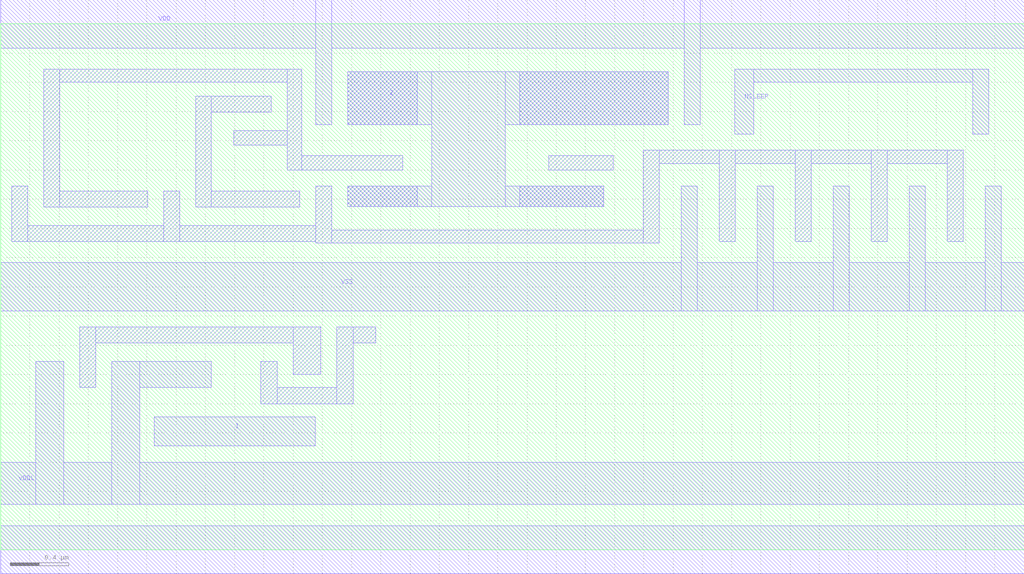
<source format=lef>
###############################################################################
#TSMC Library/IP Product
#Filename: tcbn65gplus_8lmT2.lef
#Technology: CLN65GPLUS
#Product Type: Standard Cell
#Product Name: tcbn65gplus
#Version: 121a
###############################################################################
# 
#STATEMENT OF USE
#
#This information contains confidential and proprietary information of TSMC.
#No part of this information may be reproduced, transmitted, transcribed,
#stored in a retrieval system, or translated into any human or computer
#language, in any form or by any means, electronic, mechanical, magnetic,
#optical, chemical, manual, or otherwise, without the prior written permission
#of TSMC. This information was prepared for informational purpose and is for
#use by TSMC's customers only. TSMC reserves the right to make changes in the
#information at any time and without notice.
# 
###############################################################################

# DESIGN RULE DOCUMENT: T-N65-CL-DR-001 V1.2
# SPICE MODEL DOCUMENT: T-N65-CL-SP-031 V1.0
# Resistor & Capacitor are referenced from spice model interconnect table
# The index is "width=minWidth", "Space=Pitch"
VERSION	5.6 ;
NAMESCASESENSITIVE ON ;
BUSBITCHARS "[]" ;
DIVIDERCHAR "/" ;

UNITS
    CAPACITANCE PICOFARADS 10 ;
    CURRENT MILLIAMPS 10000 ;
    VOLTAGE VOLTS 1000 ;
    FREQUENCY MEGAHERTZ 10 ;
    DATABASE MICRONS 2000 ;
END UNITS

MANUFACTURINGGRID 0.005 ;

LAYER PO
    TYPE MASTERSLICE ;
END PO

LAYER CO
    TYPE CUT ;
END CO

PROPERTYDEFINITIONS 
    LAYER LEF57_SPACING STRING ;
END PROPERTYDEFINITIONS 

LAYER M1
    TYPE ROUTING ;
    DIRECTION HORIZONTAL ;
    PITCH 0.200 ;
    OFFSET 0.000 ;
    HEIGHT 0.5900 ;
    THICKNESS 0.1800 ;
    MINSTEP 0.090 ; 
    FILLACTIVESPACING 0.300 ;
    WIDTH 0.09 ;
    MAXWIDTH 12.0 ;
    SPACINGTABLE
    PARALLELRUNLENGTH     0.00    0.38    0.42    1.50    4.50
    WIDTH    0.00         0.09    0.09    0.09    0.09    0.09
    WIDTH    0.20         0.09    0.11    0.11    0.11    0.11
    WIDTH    0.42         0.09    0.11    0.16    0.16    0.16
    WIDTH    1.50         0.09    0.11    0.16    0.50    0.50
    WIDTH    4.50         0.09    0.11    0.16    0.50    1.50 ;
    PROPERTY LEF57_SPACING "SPACING 0.11 ENDOFLINE 0.11 WITHIN 0.035 PARALLELEDGE 0.11 WITHIN 0.11 ;" ;
    AREA 0.042 ;
    MINENCLOSEDAREA 0.20 ;

    MINIMUMDENSITY 15 ;
    MAXIMUMDENSITY 100 ;
    DENSITYCHECKWINDOW 50 50 ;
    DENSITYCHECKSTEP 25 ;
 
    MINIMUMDENSITY 1 ;
    MAXIMUMDENSITY 70 ;
    DENSITYCHECKWINDOW 100 100 ;
    DENSITYCHECKSTEP 50 ;
 
    MINIMUMDENSITY 1 ;
    MAXIMUMDENSITY 90 ;
    DENSITYCHECKWINDOW 20 20 ;
    DENSITYCHECKSTEP 10 ;

    MINIMUMCUT 2 WIDTH 0.300 ;
    MINIMUMCUT 4 WIDTH 0.700 ;
    MINIMUMCUT 2 WIDTH 0.300 LENGTH 0.300 WITHIN 0.801 ;
    MINIMUMCUT 2 WIDTH 2.000 LENGTH 2.000 WITHIN 2.001 ;
    MINIMUMCUT 2 WIDTH 3.000 LENGTH 10.000 WITHIN 5.001 ;

    ANTENNACUMAREARATIO     5000.000000 ;
    ANTENNACUMDIFFAREARATIO PWL ( ( 0 5000 ) ( 0.059 5000 ) ( 0.060 43027 ) ( 0.5 43228 ) ( 1 43456 ) ( 1.5 43684 ) ) ;

    ACCURRENTDENSITY 	AVERAGE
        FREQUENCY 	500 ;
        WIDTH     	0.090 	1.000 ;
        TABLEENTRIES	1.241	1.485 ;
    ACCURRENTDENSITY	RMS
        FREQUENCY	500 ;
        WIDTH		0.090	0.180	0.500	1.000	5.000	12.000 ;
        TABLEENTRIES	14.936	13.727	11.656	10.736	9.829	9.681 ;
    ACCURRENTDENSITY	PEAK
        FREQUENCY	500 ;
        WIDTH		0.090 1.0 12 ;
        TABLEENTRIES	41.861 50.097 50.844 ;
    RESISTANCE RPERSQ 0.1600000000 ;
    CAPACITANCE CPERSQDIST 0.0001711111 ;
    EDGECAPACITANCE 0.0000883000 ;
END M1

LAYER VIA1
    TYPE CUT ;
    SPACING 0.10 ;
    SPACING 0.13 ADJACENTCUTS 3 WITHIN 0.14 ;
    PROPERTY LEF57_SPACING "SPACING 0.13 PARALLELOVERLAP ;" ;
    ANTENNAAREARATIO        20.000000 ;
    ANTENNACUMDIFFAREARATIO PWL ( ( 0 20 ) ( 0.059 20 ) ( 0.060 912 ) ( 0.5 1005 ) ( 1 1110 ) ( 1.5 1215 ) ) ;

    ACCURRENTDENSITY	AVERAGE
        FREQUENCY	500 ;
        TABLEENTRIES	15.8 ;
END VIA1

LAYER M2
    TYPE ROUTING ;
    DIRECTION VERTICAL ;
    PITCH 0.200 ;
    OFFSET 0.100 ;
    HEIGHT 0.9450 ;
    THICKNESS 0.2200 ;
    MINSTEP 0.100 ;
    FILLACTIVESPACING 0.300 ;
    WIDTH 0.1 ;
    MAXWIDTH 12.0 ;
    SPACINGTABLE
    PARALLELRUNLENGTH     0.00    0.38    0.40    1.50    4.50
    WIDTH    0.00         0.10    0.10    0.10    0.10    0.10
    WIDTH    0.20         0.10    0.12    0.12    0.12    0.12
    WIDTH    0.40         0.10    0.12    0.16    0.16    0.16
    WIDTH    1.50         0.10    0.12    0.16    0.50    0.50
    WIDTH    4.50         0.10    0.12    0.16    0.50    1.50 ;
    PROPERTY LEF57_SPACING "SPACING 0.12 ENDOFLINE 0.12 WITHIN 0.035 PARALLELEDGE 0.12 WITHIN 0.12 ;" ;
    AREA 0.052 ;
    MINENCLOSEDAREA 0.20 ;   

    MINIMUMDENSITY 15 ;
    MAXIMUMDENSITY 100 ;
    DENSITYCHECKWINDOW 50 50 ;
    DENSITYCHECKSTEP 25 ;
 
    MINIMUMDENSITY 1 ;
    MAXIMUMDENSITY 70 ;
    DENSITYCHECKWINDOW 100 100 ;
    DENSITYCHECKSTEP 50 ;
 
    MINIMUMDENSITY 1 ;
    MAXIMUMDENSITY 90 ;
    DENSITYCHECKWINDOW 20 20 ;
    DENSITYCHECKSTEP 10 ;

    MINIMUMCUT 2 WIDTH 0.300 ;
    MINIMUMCUT 4 WIDTH 0.700 ;
    MINIMUMCUT 2 WIDTH 0.300 LENGTH 0.300 WITHIN 0.801 ;
    MINIMUMCUT 2 WIDTH 2.000 LENGTH 2.000 WITHIN 2.001 ;
    MINIMUMCUT 2 WIDTH 3.000 LENGTH 10.000 WITHIN 5.001 ;

    ANTENNACUMAREARATIO     5000.000000 ;
    ANTENNACUMDIFFAREARATIO PWL ( ( 0 5000 ) ( 0.059 5000 ) ( 0.060 43027 ) ( 0.5 43228 ) ( 1 43456 ) ( 1.5 43684 ) ) ;
  
    ACCURRENTDENSITY	AVERAGE
        FREQUENCY	500 ;
        WIDTH		0.100	1.000 ;
        TABLEENTRIES 	1.577	1.847 ;
    ACCURRENTDENSITY	RMS
        FREQUENCY	500 ;
        WIDTH     	0.100	0.200	0.500	1.000	5.000	12.000 ;
        TABLEENTRIES	9.324	8.384	7.101	6.451	5.803	5.696 ;
    ACCURRENTDENSITY	PEAK
        FREQUENCY	500 ;
        WIDTH		0.100 1.0 12 ;
        TABLEENTRIES	26.135 30.615 31.071 ;
                		
    RESISTANCE RPERSQ 0.1400000000 ;
    CAPACITANCE CPERSQDIST 0.0002320000 ;
    EDGECAPACITANCE 0.0000780000 ;
END M2

LAYER VIA2
    TYPE CUT ;
    SPACING 0.10 ;
    SPACING 0.13 ADJACENTCUTS 3 WITHIN 0.14 ;
    PROPERTY LEF57_SPACING "SPACING 0.13 PARALLELOVERLAP ;" ;
    ANTENNAAREARATIO        20.000000 ;
    ANTENNACUMDIFFAREARATIO PWL ( ( 0 20 ) ( 0.059 20 ) ( 0.060 912 ) ( 0.5 1005 ) ( 1 1110 ) ( 1.5 1215 ) ) ;

    ACCURRENTDENSITY	AVERAGE
        FREQUENCY	500 ;
        TABLEENTRIES	15.8 ;
END VIA2

LAYER M3
    TYPE ROUTING ;
    DIRECTION HORIZONTAL ;
    PITCH 0.200 ;
    OFFSET 0.000 ;
    HEIGHT 1.3400 ;
    THICKNESS 0.2200 ;
    MINSTEP 0.100 ;
    FILLACTIVESPACING 0.300 ;
    WIDTH 0.1 ;
    MAXWIDTH 12.0 ;
    SPACINGTABLE
    PARALLELRUNLENGTH     0.00    0.38    0.40    1.50    4.50
    WIDTH    0.00         0.10    0.10    0.10    0.10    0.10
    WIDTH    0.20         0.10    0.12    0.12    0.12    0.12
    WIDTH    0.40         0.10    0.12    0.16    0.16    0.16
    WIDTH    1.50         0.10    0.12    0.16    0.50    0.50
    WIDTH    4.50         0.10    0.12    0.16    0.50    1.50 ;
    PROPERTY LEF57_SPACING "SPACING 0.12 ENDOFLINE 0.12 WITHIN 0.035 PARALLELEDGE 0.12 WITHIN 0.12 ;" ;
    AREA 0.052 ;
    MINENCLOSEDAREA 0.20 ;   

    MINIMUMDENSITY 15 ;
    MAXIMUMDENSITY 100 ;
    DENSITYCHECKWINDOW 50 50 ;
    DENSITYCHECKSTEP 25 ;
 
    MINIMUMDENSITY 1 ;
    MAXIMUMDENSITY 70 ;
    DENSITYCHECKWINDOW 100 100 ;
    DENSITYCHECKSTEP 50 ;
 
    MINIMUMDENSITY 1 ;
    MAXIMUMDENSITY 90 ;
    DENSITYCHECKWINDOW 20 20 ;
    DENSITYCHECKSTEP 10 ;

    MINIMUMCUT 2 WIDTH 0.300 ;
    MINIMUMCUT 4 WIDTH 0.700 ;
    MINIMUMCUT 2 WIDTH 0.300 LENGTH 0.300 WITHIN 0.801 ;
    MINIMUMCUT 2 WIDTH 2.000 LENGTH 2.000 WITHIN 2.001 ;
    MINIMUMCUT 2 WIDTH 3.000 LENGTH 10.000 WITHIN 5.001 ;

    ANTENNACUMAREARATIO     5000.000000 ;
    ANTENNACUMDIFFAREARATIO PWL ( ( 0 5000 ) ( 0.059 5000 ) ( 0.060 43027 ) ( 0.5 43228 ) ( 1 43456 ) ( 1.5 43684 ) ) ;
  
    ACCURRENTDENSITY	AVERAGE
        FREQUENCY	500 ;
        WIDTH		0.100	1.000 ;
        TABLEENTRIES 	1.577	1.847 ;
    ACCURRENTDENSITY	RMS
        FREQUENCY	500 ;
        WIDTH     	0.100	0.200	0.500	1.000	5.000	12.000 ;
        TABLEENTRIES	8.965	7.789	6.191	5.347	4.453	4.299 ;
    ACCURRENTDENSITY	PEAK
        FREQUENCY	500 ;
        WIDTH		0.100 1.0 12 ;
        TABLEENTRIES	26.135 30.615 31.071 ;
              		
    RESISTANCE RPERSQ 0.1400000000 ;
    CAPACITANCE CPERSQDIST 0.0002320000 ;
    EDGECAPACITANCE 0.0000779000 ;
END M3

LAYER VIA3
    TYPE CUT ;
    SPACING 0.10 ;
    SPACING 0.13 ADJACENTCUTS 3 WITHIN 0.14 ;
    PROPERTY LEF57_SPACING "SPACING 0.13 PARALLELOVERLAP ;" ;
    ANTENNAAREARATIO        20.000000 ;
    ANTENNACUMDIFFAREARATIO PWL ( ( 0 20 ) ( 0.059 20 ) ( 0.060 912 ) ( 0.5 1005 ) ( 1 1110 ) ( 1.5 1215 ) ) ;

    ACCURRENTDENSITY	AVERAGE
        FREQUENCY	500 ;
        TABLEENTRIES	15.8 ;
END VIA3

LAYER M4
    TYPE ROUTING ;
    DIRECTION VERTICAL ;
    PITCH 0.200 ;
    OFFSET 0.100 ;
    HEIGHT 1.7350 ;
    THICKNESS 0.2200 ;
    MINSTEP 0.100 ;
    FILLACTIVESPACING 0.300 ;
    WIDTH 0.1 ;
    MAXWIDTH 12.0 ;
    SPACINGTABLE
    PARALLELRUNLENGTH     0.00    0.38    0.40    1.50    4.50
    WIDTH    0.00         0.10    0.10    0.10    0.10    0.10
    WIDTH    0.20         0.10    0.12    0.12    0.12    0.12
    WIDTH    0.40         0.10    0.12    0.16    0.16    0.16
    WIDTH    1.50         0.10    0.12    0.16    0.50    0.50
    WIDTH    4.50         0.10    0.12    0.16    0.50    1.50 ;
    PROPERTY LEF57_SPACING "SPACING 0.12 ENDOFLINE 0.12 WITHIN 0.035 PARALLELEDGE 0.12 WITHIN 0.12 ;" ;
    AREA 0.052 ;
    MINENCLOSEDAREA 0.20 ;   

    MINIMUMDENSITY 15 ;
    MAXIMUMDENSITY 100 ;
    DENSITYCHECKWINDOW 50 50 ;
    DENSITYCHECKSTEP 25 ;
 
    MINIMUMDENSITY 1 ;
    MAXIMUMDENSITY 70 ;
    DENSITYCHECKWINDOW 100 100 ;
    DENSITYCHECKSTEP 50 ;
 
    MINIMUMDENSITY 1 ;
    MAXIMUMDENSITY 90 ;
    DENSITYCHECKWINDOW 20 20 ;
    DENSITYCHECKSTEP 10 ;
  
    MINIMUMCUT 2 WIDTH 0.300 ;
    MINIMUMCUT 4 WIDTH 0.700 ;
    MINIMUMCUT 2 WIDTH 0.300 LENGTH 0.300 WITHIN 0.801 ;
    MINIMUMCUT 2 WIDTH 2.000 LENGTH 2.000 WITHIN 2.001 ;
    MINIMUMCUT 2 WIDTH 3.000 LENGTH 10.000 WITHIN 5.001 ;
  
    ANTENNACUMAREARATIO     5000.000000 ;
    ANTENNACUMDIFFAREARATIO PWL ( ( 0 5000 ) ( 0.059 5000 ) ( 0.060 43027 ) ( 0.5 43228 ) ( 1 43456 ) ( 1.5 43684 ) ) ;
  
    ACCURRENTDENSITY	AVERAGE
        FREQUENCY	500 ;
        WIDTH		0.100	1.000 ;
        TABLEENTRIES 	1.577	1.847 ;
    ACCURRENTDENSITY	RMS
        FREQUENCY	500 ;
        WIDTH     	0.100	0.200	0.500	1.000	5.000	12.000 ;
        TABLEENTRIES	8.824	7.548	5.805	4.857	3.811	3.623 ;
    ACCURRENTDENSITY	PEAK
        FREQUENCY	500 ;
        WIDTH		0.100 1.0 12 ;
        TABLEENTRIES	26.135 30.615 31.071 ;

    RESISTANCE RPERSQ 0.1400000000 ;
    CAPACITANCE CPERSQDIST 0.0002320000 ;
    EDGECAPACITANCE 0.0000778000 ;
END M4

LAYER VIA4
    TYPE CUT ;
    SPACING 0.10 ;
    SPACING 0.13 ADJACENTCUTS 3 WITHIN 0.14 ;
    PROPERTY LEF57_SPACING "SPACING 0.13 PARALLELOVERLAP ;" ;
    ANTENNAAREARATIO        20.000000 ;
    ANTENNACUMDIFFAREARATIO PWL ( ( 0 20 ) ( 0.059 20 ) ( 0.060 912 ) ( 0.5 1005 ) ( 1 1110 ) ( 1.5 1215 ) ) ;

    ACCURRENTDENSITY	AVERAGE
        FREQUENCY	500 ;
        TABLEENTRIES	15.8 ;
END VIA4

LAYER M5
    TYPE ROUTING ;
    DIRECTION HORIZONTAL ;
    PITCH 0.200 ;
    OFFSET 0.000 ;
    HEIGHT 2.1300 ;
    THICKNESS 0.2200 ;
    MINSTEP 0.100 ;
    FILLACTIVESPACING 0.300 ;
    WIDTH 0.1 ;
    MAXWIDTH 12.0 ;
    SPACINGTABLE
    PARALLELRUNLENGTH     0.00    0.38    0.40    1.50    4.50
    WIDTH    0.00         0.10    0.10    0.10    0.10    0.10
    WIDTH    0.20         0.10    0.12    0.12    0.12    0.12
    WIDTH    0.40         0.10    0.12    0.16    0.16    0.16
    WIDTH    1.50         0.10    0.12    0.16    0.50    0.50
    WIDTH    4.50         0.10    0.12    0.16    0.50    1.50 ;
    PROPERTY LEF57_SPACING "SPACING 0.12 ENDOFLINE 0.12 WITHIN 0.035 PARALLELEDGE 0.12 WITHIN 0.12 ;" ;
    AREA 0.052 ;
    MINENCLOSEDAREA 0.20 ;   

    MINIMUMDENSITY 15 ;
    MAXIMUMDENSITY 100 ;
    DENSITYCHECKWINDOW 50 50 ;
    DENSITYCHECKSTEP 25 ;
 
    MINIMUMDENSITY 1 ;
    MAXIMUMDENSITY 70 ;
    DENSITYCHECKWINDOW 100 100 ;
    DENSITYCHECKSTEP 50 ;
 
    MINIMUMDENSITY 1 ;
    MAXIMUMDENSITY 90 ;
    DENSITYCHECKWINDOW 20 20 ;
    DENSITYCHECKSTEP 10 ;
  
    MINIMUMCUT 2 WIDTH 0.300 ;
    MINIMUMCUT 4 WIDTH 0.700 ;
    MINIMUMCUT 2 WIDTH 0.300 LENGTH 0.300 WITHIN 0.801 ;
    MINIMUMCUT 2 WIDTH 2.000 LENGTH 2.000 WITHIN 2.001 ;
    MINIMUMCUT 2 WIDTH 3.000 LENGTH 10.000 WITHIN 5.001 ;
  
    ANTENNACUMAREARATIO     5000.000000 ;
    ANTENNACUMDIFFAREARATIO PWL ( ( 0 5000 ) ( 0.059 5000 ) ( 0.060 43027 ) ( 0.5 43228 ) ( 1 43456 ) ( 1.5 43684 ) ) ;
  
    ACCURRENTDENSITY	AVERAGE
        FREQUENCY	500 ;
        WIDTH		0.100	1.000 ;
        TABLEENTRIES 	1.577	1.847 ;
    ACCURRENTDENSITY	RMS
        FREQUENCY	500 ;
        WIDTH     	0.100	0.200	0.500	1.000	5.000	12.000 ;
        TABLEENTRIES	8.752	7.421	5.592	4.578	3.423	3.208 ;
    ACCURRENTDENSITY	PEAK
        FREQUENCY	500 ;
        WIDTH		0.100 1.0 12 ;
        TABLEENTRIES	26.135 30.615 31.071 ;

    RESISTANCE RPERSQ 0.1400000000 ;
    CAPACITANCE CPERSQDIST 0.0002320000 ;
    EDGECAPACITANCE 0.0000778000 ;
END M5

LAYER VIA5
    TYPE CUT ;
    SPACING 0.10 ;
    SPACING 0.13 ADJACENTCUTS 3 WITHIN 0.14 ;
    PROPERTY LEF57_SPACING "SPACING 0.13 PARALLELOVERLAP ;" ;
    ANTENNAAREARATIO        20.000000 ;
    ANTENNACUMDIFFAREARATIO PWL ( ( 0 20 ) ( 0.059 20 ) ( 0.060 912 ) ( 0.5 1005 ) ( 1 1110 ) ( 1.5 1215 ) ) ;

    ACCURRENTDENSITY	AVERAGE
        FREQUENCY	500 ;
        TABLEENTRIES	15.8 ;
END VIA5

LAYER M6
    TYPE ROUTING ;
    DIRECTION VERTICAL ;
    PITCH 0.200 ;
    OFFSET 0.100 ;
    HEIGHT 2.5250 ;
    THICKNESS 0.2200 ;
    MINSTEP 0.100 ;
    FILLACTIVESPACING 0.300 ;
    WIDTH 0.1 ;
    MAXWIDTH 12.0 ;
    SPACINGTABLE
    PARALLELRUNLENGTH     0.00    0.38    0.40    1.50    4.50
    WIDTH    0.00         0.10    0.10    0.10    0.10    0.10
    WIDTH    0.20         0.10    0.12    0.12    0.12    0.12
    WIDTH    0.40         0.10    0.12    0.16    0.16    0.16
    WIDTH    1.50         0.10    0.12    0.16    0.50    0.50
    WIDTH    4.50         0.10    0.12    0.16    0.50    1.50 ;
    PROPERTY LEF57_SPACING "SPACING 0.12 ENDOFLINE 0.12 WITHIN 0.035 PARALLELEDGE 0.12 WITHIN 0.12 ;" ;
    AREA 0.052 ;
    MINENCLOSEDAREA 0.20 ;   

    MINIMUMDENSITY 15 ;
    MAXIMUMDENSITY 100 ;
    DENSITYCHECKWINDOW 50 50 ;
    DENSITYCHECKSTEP 25 ;
 
    MINIMUMDENSITY 1 ;
    MAXIMUMDENSITY 70 ;
    DENSITYCHECKWINDOW 100 100 ;
    DENSITYCHECKSTEP 50 ;
 
    MINIMUMDENSITY 1 ;
    MAXIMUMDENSITY 90 ;
    DENSITYCHECKWINDOW 20 20 ;
    DENSITYCHECKSTEP 10 ;
  
    MINIMUMCUT 2 WIDTH 0.300 FROMBELOW ;
    MINIMUMCUT 4 WIDTH 0.700 FROMBELOW ;
    MINIMUMCUT 2 WIDTH 0.300 FROMBELOW LENGTH 0.300 WITHIN 0.801 ;
    MINIMUMCUT 2 WIDTH 2.000 FROMBELOW LENGTH 2.000 WITHIN 2.001 ;
    MINIMUMCUT 2 WIDTH 3.000 FROMBELOW LENGTH 10.000 WITHIN 5.001 ;
    MINIMUMCUT 2 WIDTH 1.800 FROMABOVE ;
    MINIMUMCUT 2 WIDTH 3.000 FROMABOVE LENGTH 10.0 WITHIN 5.001 ;
  
    ANTENNACUMAREARATIO     5000.000000 ;
    ANTENNACUMDIFFAREARATIO PWL ( ( 0 5000 ) ( 0.059 5000 ) ( 0.060 43027 ) ( 0.5 43228 ) ( 1 43456 ) ( 1.5 43684 ) ) ;
  
    ACCURRENTDENSITY	AVERAGE
        FREQUENCY	500 ;
        WIDTH		0.100   1.000 ;
        TABLEENTRIES 	1.577	1.847 ;
    ACCURRENTDENSITY	RMS
        FREQUENCY	500 ;
        WIDTH     	0.100	0.200	0.500	1.000	5.000	12.000 ;
        TABLEENTRIES	8.701	7.336	5.453	4.394	3.158	2.921 ;
    ACCURRENTDENSITY	PEAK
        FREQUENCY	500 ;
        WIDTH		0.100 1.0 12 ;
        TABLEENTRIES	26.135 30.615 31.071 ;

    RESISTANCE RPERSQ 0.1400000000 ;
    CAPACITANCE CPERSQDIST 0.0002320000 ;
    EDGECAPACITANCE 0.0000778000 ;
END M6

LAYER VIA6
    TYPE CUT ;
    SPACING 0.340 ;
    SPACING 0.54 ADJACENTCUTS 3 WITHIN 0.56 ;
    ANTENNAAREARATIO        20.000000 ;
    ANTENNACUMDIFFAREARATIO PWL ( ( 0 20 ) ( 0.059 20 ) ( 0.060 912 ) ( 0.5 1005 ) ( 1 1110 ) ( 1.5 1215 ) ) ;

    ACCURRENTDENSITY	AVERAGE
        FREQUENCY	500 ;
        TABLEENTRIES	23.742 ;
END VIA6

LAYER M7
    TYPE ROUTING ;
    DIRECTION HORIZONTAL ;
    PITCH 0.800 ;
    OFFSET 0.000 ;
    HEIGHT 3.3400 ;
    THICKNESS 0.9000 ;
    MINSTEP 0.400 ;
    FILLACTIVESPACING 0.600 ;
    WIDTH 0.400 ;
    MAXWIDTH 12.0 ;
    SPACINGTABLE
    PARALLELRUNLENGTH     0.00    1.50    4.50
    WIDTH    0.00         0.40    0.40    0.40
    WIDTH    1.50         0.40    0.50    0.50
    WIDTH    4.50         0.40    0.50    1.50 ;
    AREA 0.565 ;
    MINENCLOSEDAREA 0.565 ;   

    MINIMUMDENSITY 20 ;
    MAXIMUMDENSITY 100 ;
    DENSITYCHECKWINDOW 50 50 ;
    DENSITYCHECKSTEP 25 ;
 
    MINIMUMDENSITY 1 ;
    MAXIMUMDENSITY 80 ;
    DENSITYCHECKWINDOW 100 100 ;
    DENSITYCHECKSTEP 50 ;

    MINIMUMDENSITY 1 ;
    MAXIMUMDENSITY 90 ;
    DENSITYCHECKWINDOW 20 20 ;
    DENSITYCHECKSTEP 10 ;
  
    MINIMUMCUT 2 WIDTH 1.800 ;
    MINIMUMCUT 2 WIDTH 3.000 LENGTH 10.0 WITHIN 5.001 ;
  
    ANTENNACUMAREARATIO     5000.000000 ;
    ANTENNACUMDIFFAREARATIO PWL ( ( 0 5000 ) ( 0.059 5000 ) ( 0.060 43027 ) ( 0.5 43228 ) ( 1 43456 ) ( 1.5 43684 ) ) ;
  
    ACCURRENTDENSITY	AVERAGE
        FREQUENCY	500 ;
        WIDTH		0.400	1.000 ;
        TABLEENTRIES 	7.691	7.934 ;
    ACCURRENTDENSITY	RMS
        FREQUENCY	500 ;
        WIDTH     	0.400	0.600	0.800	1.000	5.000	12.000 ;
        TABLEENTRIES	11.490	9.972	9.037	8.396	5.667	5.116 ;
    ACCURRENTDENSITY	PEAK
        FREQUENCY	500 ;
        WIDTH		0.400 1.0 12 ;
        TABLEENTRIES	84.641 87.314 88.947 ;
  
    RESISTANCE RPERSQ 0.0220000000 ;
    CAPACITANCE CPERSQDIST 0.0000632500 ;
    EDGECAPACITANCE 0.0000915000 ;
END M7

LAYER VIA7
    TYPE CUT ;
    SPACING 0.340 ;
    SPACING 0.54 ADJACENTCUTS 3 WITHIN 0.56 ;
    ANTENNAAREARATIO        20.000000 ;
    ANTENNACUMDIFFAREARATIO PWL ( ( 0 20 ) ( 0.059 20 ) ( 0.060 912 ) ( 0.5 1005 ) ( 1 1110 ) ( 1.5 1215 ) ) ;

    ACCURRENTDENSITY	AVERAGE
        FREQUENCY	500 ;
        TABLEENTRIES	23.742 ;
END VIA7

LAYER M8
    TYPE ROUTING ;
    DIRECTION VERTICAL ;
    PITCH 0.800 ;
    OFFSET 0.100 ;
    HEIGHT 4.8350 ;
    THICKNESS 0.9000 ;
    MINSTEP 0.400 ;
    FILLACTIVESPACING 0.600 ;
    WIDTH 0.400 ;
    MAXWIDTH 12.0 ;
    SPACINGTABLE
    PARALLELRUNLENGTH     0.00    1.50    4.50
    WIDTH    0.00         0.40    0.40    0.40
    WIDTH    1.50         0.40    0.50    0.50
    WIDTH    4.50         0.40    0.50    1.50 ;
    AREA 0.565 ;
    MINENCLOSEDAREA 0.565 ;   

    MINIMUMDENSITY 20 ;
    MAXIMUMDENSITY 100 ;
    DENSITYCHECKWINDOW 50 50 ;
    DENSITYCHECKSTEP 25 ;
 
    MINIMUMDENSITY 1 ;
    MAXIMUMDENSITY 80 ;
    DENSITYCHECKWINDOW 100 100 ;
    DENSITYCHECKSTEP 50 ;

    MINIMUMDENSITY 1 ;
    MAXIMUMDENSITY 90 ;
    DENSITYCHECKWINDOW 20 20 ;
    DENSITYCHECKSTEP 10 ;
  
    MINIMUMCUT 2 WIDTH 1.800 ;
    MINIMUMCUT 2 WIDTH 3.000 LENGTH 10.0 WITHIN 5.001 ;
  
    ANTENNACUMAREARATIO     5000.000000 ;
    ANTENNACUMDIFFAREARATIO PWL ( ( 0 5000 ) ( 0.059 5000 ) ( 0.060 50480 ) ( 0.5 54000 ) ( 1 58000 ) ( 1.5 62000 ) ) ;
  
    ACCURRENTDENSITY	AVERAGE
        FREQUENCY	500 ;
        WIDTH		0.400	1.000 ;
        TABLEENTRIES 	7.691	7.934 ;
    ACCURRENTDENSITY	RMS
        FREQUENCY	500 ;
        WIDTH     	0.400	0.600	0.800	1.000	5.000	12.000 ;
        TABLEENTRIES	11.373	9.827	8.870	8.213	5.372	4.783 ;
    ACCURRENTDENSITY	PEAK
        FREQUENCY	500 ;
        WIDTH		0.400 1.0 12 ;
        TABLEENTRIES	84.641 87.314 88.947 ;

    RESISTANCE RPERSQ 0.0220000000 ;
    CAPACITANCE CPERSQDIST 0.0000632500 ;
    EDGECAPACITANCE 0.0000956000 ;
END M8

LAYER OVERLAP
    TYPE OVERLAP ;
END OVERLAP

VIA VIA12_1cut DEFAULT
    RESISTANCE 1.5000000000 ;
    LAYER M1 ;
        RECT -0.090 -0.050  0.090  0.050 ;
    LAYER VIA1 ;
        RECT -0.050 -0.050  0.050  0.050 ;
    LAYER M2 ;
        RECT -0.050 -0.090  0.050  0.090 ;
END VIA12_1cut

VIA VIA12_1cut_H DEFAULT
    RESISTANCE 1.5000000000 ;
    LAYER M1 ;
        RECT -0.090 -0.050  0.090  0.050 ;
    LAYER VIA1 ;
        RECT -0.050 -0.050  0.050  0.050 ;
    LAYER M2 ;
        RECT -0.090 -0.050  0.090  0.050 ;
END VIA12_1cut_H
                 
VIA VIA12_1cut_V DEFAULT
    RESISTANCE 1.5000000000 ;
    LAYER M1 ;
        RECT -0.050 -0.090  0.050  0.090 ;
    LAYER VIA1 ;
        RECT -0.050 -0.050  0.050  0.050 ;
    LAYER M2 ;
        RECT -0.050 -0.090  0.050  0.090 ;
END VIA12_1cut_V

VIA VIA12_1cut_FAT_C DEFAULT
    RESISTANCE 1.5000000000 ;
    LAYER M1 ;
        RECT -0.12 -0.050  0.12  0.050 ;
    LAYER VIA1 ;
        RECT -0.050 -0.050  0.050  0.050 ;
    LAYER M2 ;
        RECT -0.050 -0.12  0.050  0.12 ;
END VIA12_1cut_FAT_C
             
VIA VIA12_1cut_FAT_H DEFAULT
    RESISTANCE 1.5000000000 ;
    LAYER M1 ;
        RECT -0.12 -0.050  0.12  0.050 ;
    LAYER VIA1 ;
        RECT -0.050 -0.050  0.050  0.050 ;
    LAYER M2 ;
        RECT -0.12 -0.050  0.12  0.050 ;
END VIA12_1cut_FAT_H

VIA VIA12_1cut_FAT_V DEFAULT
    RESISTANCE 1.5000000000 ;
    LAYER M1 ;
        RECT -0.050 -0.12  0.050  0.12 ;
    LAYER VIA1 ;
        RECT -0.050 -0.050  0.050  0.050 ;
    LAYER M2 ;
        RECT -0.050 -0.12  0.050  0.12 ;
END VIA12_1cut_FAT_V

VIA VIA12_1cut_FAT DEFAULT
    RESISTANCE 1.5000000000 ;
    LAYER M1 ;
        RECT -0.090 -0.090  0.090  0.090 ;
    LAYER VIA1 ;
        RECT -0.050 -0.050  0.050  0.050 ;
    LAYER M2 ;
        RECT -0.090 -0.090  0.090  0.090 ;
END VIA12_1cut_FAT
                 
VIA VIA12_2cut_E DEFAULT
    RESISTANCE 0.7500000000 ;
    LAYER M1 ;
        RECT -0.090 -0.050  0.290  0.050 ;
    LAYER VIA1 ;
        RECT -0.050 -0.050  0.050  0.050 ;
        RECT  0.150 -0.050  0.250  0.050 ;
    LAYER M2 ;
        RECT -0.050 -0.090  0.250  0.090 ;
END VIA12_2cut_E

VIA VIA12_2cut_W DEFAULT
    RESISTANCE 0.7500000000 ;
    LAYER M1 ;
        RECT -0.290 -0.050  0.090  0.050 ;
    LAYER VIA1 ;
        RECT -0.050 -0.050  0.050  0.050 ;
        RECT -0.250 -0.050 -0.150  0.050 ;
    LAYER M2 ;
        RECT -0.250 -0.090  0.050  0.090 ;
END VIA12_2cut_W

VIA VIA12_2cut_N DEFAULT
    RESISTANCE 0.7500000000 ;
    LAYER M1 ;
        RECT -0.090 -0.050  0.090  0.250 ;
    LAYER VIA1 ;
        RECT -0.050 -0.050  0.050  0.050 ;
        RECT -0.050  0.150  0.050  0.250 ;
    LAYER M2 ;
        RECT -0.050 -0.090  0.050  0.290 ;
END VIA12_2cut_N

VIA VIA12_2cut_S DEFAULT
    RESISTANCE 0.7500000000 ;
    LAYER M1 ;
        RECT -0.090 -0.250  0.090  0.050 ;
    LAYER VIA1 ;
        RECT -0.050 -0.050  0.050  0.050 ;
        RECT -0.050 -0.250  0.050 -0.150 ;
    LAYER M2 ;
        RECT -0.050 -0.290  0.050  0.090 ;
END VIA12_2cut_S

VIA VIA12_2cut_HN DEFAULT
    RESISTANCE 0.7500000000 ;
    LAYER M1 ;
        RECT -0.050 -0.090  0.050  0.330 ;
    LAYER VIA1 ;
        RECT -0.050 -0.050  0.050  0.050 ;
        RECT -0.050  0.190  0.050  0.290 ;
    LAYER M2 ;
        RECT -0.050 -0.090  0.050  0.330 ;
END VIA12_2cut_HN

VIA VIA12_2cut_HS DEFAULT
    RESISTANCE 0.7500000000 ;
    LAYER M1 ;
        RECT -0.050 -0.330  0.050  0.090 ;
    LAYER VIA1 ;
        RECT -0.050 -0.050  0.050  0.050 ;
        RECT -0.050 -0.290  0.050 -0.190 ;
    LAYER M2 ;
        RECT -0.050 -0.330  0.050  0.090 ;
END VIA12_2cut_HS

VIA VIA12_4cut DEFAULT
    RESISTANCE 0.3750000000 ;
    LAYER M1 ;
        RECT -0.190 -0.150  0.190  0.150 ;
    LAYER VIA1 ;
        RECT -0.150 -0.150 -0.050 -0.050 ;
        RECT -0.150  0.050 -0.050  0.150 ;
        RECT  0.050  0.050  0.150  0.150 ;
        RECT  0.050 -0.150  0.150 -0.050 ;
    LAYER M2 ;
        RECT -0.150 -0.190  0.150  0.190 ;
END VIA12_4cut

VIA VIA23_1cut DEFAULT
    RESISTANCE 1.5000000000 ;
    LAYER M2 ;
        RECT -0.050 -0.090  0.050  0.090 ;
    LAYER VIA2 ;
        RECT -0.050 -0.050  0.050  0.050 ;
    LAYER M3 ;
        RECT -0.090 -0.050  0.090  0.050 ;
END VIA23_1cut

VIA VIA23_1cut_V DEFAULT
    RESISTANCE 1.5000000000 ;
    LAYER M2 ;
        RECT -0.050 -0.090  0.050  0.090 ;
    LAYER VIA2 ;
        RECT -0.050 -0.050  0.050  0.050 ;
    LAYER M3 ;
        RECT -0.050 -0.090  0.050  0.090 ;
END VIA23_1cut_V
                 
VIA VIA23_1cut_H DEFAULT
    RESISTANCE 1.5000000000 ;
    LAYER M2 ;
        RECT -0.090 -0.050  0.090  0.050 ;
    LAYER VIA2 ;
        RECT -0.050 -0.050  0.050  0.050 ;
    LAYER M3 ;
        RECT -0.090 -0.050  0.090  0.050 ;
END VIA23_1cut_H

VIA VIA23_1cut_FAT_C DEFAULT
    RESISTANCE 1.5000000000 ;
    LAYER M2 ;
        RECT -0.050 -0.12  0.050  0.12 ;
    LAYER VIA2 ;
        RECT -0.050 -0.050  0.050  0.050 ;
    LAYER M3 ;
        RECT -0.12 -0.050  0.12  0.050 ;
END VIA23_1cut_FAT_C
             
VIA VIA23_1cut_FAT_V DEFAULT
    RESISTANCE 1.5000000000 ;
    LAYER M2 ;
        RECT -0.050 -0.12  0.050  0.12 ;
    LAYER VIA2 ;
        RECT -0.050 -0.050  0.050  0.050 ;
    LAYER M3 ;
        RECT -0.050 -0.12  0.050  0.12 ;
END VIA23_1cut_FAT_V

VIA VIA23_1cut_FAT_H DEFAULT
    RESISTANCE 1.5000000000 ;
    LAYER M2 ;
        RECT -0.12 -0.050  0.12  0.050 ;
    LAYER VIA2 ;
        RECT -0.050 -0.050  0.050  0.050 ;
    LAYER M3 ;
        RECT -0.12 -0.050  0.12  0.050 ;
END VIA23_1cut_FAT_H

VIA VIA23_1cut_FAT DEFAULT
    RESISTANCE 1.5000000000 ;
    LAYER M2 ;
        RECT -0.090 -0.090  0.090  0.090 ;
    LAYER VIA2 ;
        RECT -0.050 -0.050  0.050  0.050 ;
    LAYER M3 ;
        RECT -0.090 -0.090  0.090  0.090 ;
END VIA23_1cut_FAT
                 
VIA VIA23_1stack_N DEFAULT TOPOFSTACKONLY
    RESISTANCE 1.5000000000 ;
    LAYER M2 ;
        RECT -0.050 -0.090  0.050  0.430 ;
    LAYER VIA2 ;
        RECT -0.050 -0.050  0.050  0.050 ;
    LAYER M3 ;
        RECT -0.090 -0.050  0.090  0.050 ;
END VIA23_1stack_N

VIA VIA23_1stack_S DEFAULT TOPOFSTACKONLY
    RESISTANCE 1.5000000000 ;
    LAYER M2 ;
        RECT -0.050 -0.430  0.050  0.090 ;
    LAYER VIA2 ;
        RECT -0.050 -0.050  0.050  0.050 ;
    LAYER M3 ;
        RECT -0.090 -0.050  0.090  0.050 ;
END VIA23_1stack_S

VIA VIA23_2cut_E DEFAULT
    RESISTANCE 0.7500000000 ;
    LAYER M2 ;
        RECT -0.050 -0.090  0.250  0.090 ;
    LAYER VIA2 ;
        RECT -0.050 -0.050  0.050  0.050 ;
        RECT  0.150 -0.050  0.250  0.050 ;
    LAYER M3 ;
        RECT -0.090 -0.050  0.290  0.050 ;
END VIA23_2cut_E

VIA VIA23_2cut_W DEFAULT
    RESISTANCE 0.7500000000 ;
    LAYER M2 ;
        RECT -0.250 -0.090  0.050  0.090 ;
    LAYER VIA2 ;
        RECT -0.050 -0.050  0.050  0.050 ;
        RECT -0.250 -0.050 -0.150  0.050 ;
    LAYER M3 ;
        RECT -0.290 -0.050  0.090  0.050 ;
END VIA23_2cut_W

VIA VIA23_2cut_N DEFAULT
    RESISTANCE 0.7500000000 ;
    LAYER M2 ;
        RECT -0.050 -0.090  0.050  0.290 ;
    LAYER VIA2 ;
        RECT -0.050 -0.050  0.050  0.050 ;
        RECT -0.050  0.150  0.050  0.250 ;
    LAYER M3 ;
        RECT -0.090 -0.050  0.090  0.250 ;
END VIA23_2cut_N

VIA VIA23_2cut_S DEFAULT
    RESISTANCE 0.7500000000 ;
    LAYER M2 ;
        RECT -0.050 -0.290  0.050  0.090 ;
    LAYER VIA2 ;
        RECT -0.050 -0.050  0.050  0.050 ;
        RECT -0.050 -0.250  0.050 -0.150 ;
    LAYER M3 ;
        RECT -0.090 -0.250  0.090  0.050 ;
END VIA23_2cut_S

VIA VIA23_4cut DEFAULT
    RESISTANCE 0.3750000000 ;
    LAYER M2 ;
        RECT -0.150 -0.190  0.150  0.190 ;
    LAYER VIA2 ;
        RECT -0.150 -0.150 -0.050 -0.050 ;
        RECT -0.150  0.050 -0.050  0.150 ;
        RECT  0.050  0.050  0.150  0.150 ;
        RECT  0.050 -0.150  0.150 -0.050 ;
    LAYER M3 ;
        RECT -0.190 -0.150  0.190  0.150 ;
END VIA23_4cut

VIA VIA34_1cut DEFAULT
    RESISTANCE 1.5000000000 ;
    LAYER M3 ;
        RECT -0.090 -0.050  0.090  0.050 ;
    LAYER VIA3 ;
        RECT -0.050 -0.050  0.050  0.050 ;
    LAYER M4 ;
        RECT -0.050 -0.090  0.050  0.090 ;
END VIA34_1cut

VIA VIA34_1cut_H DEFAULT
    RESISTANCE 1.5000000000 ;
    LAYER M3 ;
        RECT -0.090 -0.050  0.090  0.050 ;
    LAYER VIA3 ;
        RECT -0.050 -0.050  0.050  0.050 ;
    LAYER M4 ;
        RECT -0.090 -0.050  0.090  0.050 ;
END VIA34_1cut_H
                 
VIA VIA34_1cut_V DEFAULT
    RESISTANCE 1.5000000000 ;
    LAYER M3 ;
        RECT -0.050 -0.090  0.050  0.090 ;
    LAYER VIA3 ;
        RECT -0.050 -0.050  0.050  0.050 ;
    LAYER M4 ;
        RECT -0.050 -0.090  0.050  0.090 ;
END VIA34_1cut_V

VIA VIA34_1cut_FAT_C DEFAULT
    RESISTANCE 1.5000000000 ;
    LAYER M3 ;
        RECT -0.12 -0.050  0.12  0.050 ;
    LAYER VIA3 ;
        RECT -0.050 -0.050  0.050  0.050 ;
    LAYER M4 ;
        RECT -0.050 -0.12  0.050  0.12 ;
END VIA34_1cut_FAT_C
             
VIA VIA34_1cut_FAT_H DEFAULT
    RESISTANCE 1.5000000000 ;
    LAYER M3 ;
        RECT -0.12 -0.050  0.12  0.050 ;
    LAYER VIA3 ;
        RECT -0.050 -0.050  0.050  0.050 ;
    LAYER M4 ;
        RECT -0.12 -0.050  0.12  0.050 ;
END VIA34_1cut_FAT_H

VIA VIA34_1cut_FAT_V DEFAULT
    RESISTANCE 1.5000000000 ;
    LAYER M3 ;
        RECT -0.050 -0.12  0.050  0.12 ;
    LAYER VIA3 ;
        RECT -0.050 -0.050  0.050  0.050 ;
    LAYER M4 ;
        RECT -0.050 -0.12  0.050  0.12 ;
END VIA34_1cut_FAT_V

VIA VIA34_1cut_FAT DEFAULT
    RESISTANCE 1.5000000000 ;
    LAYER M3 ;
        RECT -0.090 -0.090  0.090  0.090 ;
    LAYER VIA3 ;
        RECT -0.050 -0.050  0.050  0.050 ;
    LAYER M4 ;
        RECT -0.090 -0.090  0.090  0.090 ;
END VIA34_1cut_FAT
                 
VIA VIA34_1stack_E DEFAULT TOPOFSTACKONLY
    RESISTANCE 1.5000000000 ;
    LAYER M3 ;
        RECT -0.090 -0.050  0.430  0.050 ;
    LAYER VIA3 ;
        RECT -0.050 -0.050  0.050  0.050 ;
    LAYER M4 ;
        RECT -0.050 -0.090  0.050  0.090 ;
END VIA34_1stack_E

VIA VIA34_1stack_W DEFAULT TOPOFSTACKONLY
    RESISTANCE 1.5000000000 ;
    LAYER M3 ;
        RECT -0.430 -0.050  0.090  0.050 ;
    LAYER VIA3 ;
        RECT -0.050 -0.050  0.050  0.050 ;
    LAYER M4 ;
        RECT -0.050 -0.090  0.050  0.090 ;
END VIA34_1stack_W

VIA VIA34_2cut_E DEFAULT
    RESISTANCE 0.7500000000 ;
    LAYER M3 ;
        RECT -0.090 -0.050  0.290  0.050 ;
    LAYER VIA3 ;
        RECT -0.050 -0.050  0.050  0.050 ;
        RECT  0.150 -0.050  0.250  0.050 ;
    LAYER M4 ;
        RECT -0.050 -0.090  0.250  0.090 ;
END VIA34_2cut_E

VIA VIA34_2cut_W DEFAULT
    RESISTANCE 0.7500000000 ;
    LAYER M3 ;
        RECT -0.290 -0.050  0.090  0.050 ;
    LAYER VIA3 ;
        RECT -0.050 -0.050  0.050  0.050 ;
        RECT -0.250 -0.050 -0.150  0.050 ;
    LAYER M4 ;
        RECT -0.250 -0.090  0.050  0.090 ;
END VIA34_2cut_W

VIA VIA34_2cut_N DEFAULT
    RESISTANCE 0.7500000000 ;
    LAYER M3 ;
        RECT -0.090 -0.050  0.090  0.250 ;
    LAYER VIA3 ;
        RECT -0.050 -0.050  0.050  0.050 ;
        RECT -0.050  0.150  0.050  0.250 ;
    LAYER M4 ;
        RECT -0.050 -0.090  0.050  0.290 ;
END VIA34_2cut_N

VIA VIA34_2cut_S DEFAULT
    RESISTANCE 0.7500000000 ;
    LAYER M3 ;
        RECT -0.090 -0.250  0.090  0.050 ;
    LAYER VIA3 ;
        RECT -0.050 -0.050  0.050  0.050 ;
        RECT -0.050 -0.250  0.050 -0.150 ;
    LAYER M4 ;
        RECT -0.050 -0.290  0.050  0.090 ;
END VIA34_2cut_S

VIA VIA34_4cut DEFAULT
    RESISTANCE 0.3750000000 ;
    LAYER M3 ;
        RECT -0.190 -0.150  0.190  0.150 ;
    LAYER VIA3 ;
        RECT -0.150 -0.150 -0.050 -0.050 ;
        RECT -0.150  0.050 -0.050  0.150 ;
        RECT  0.050  0.050  0.150  0.150 ;
        RECT  0.050 -0.150  0.150 -0.050 ;
    LAYER M4 ;
        RECT -0.150 -0.190  0.150  0.190 ;
END VIA34_4cut

VIA VIA45_1cut DEFAULT
    RESISTANCE 1.5000000000 ;
    LAYER M4 ;
        RECT -0.050 -0.090  0.050  0.090 ;
    LAYER VIA4 ;
        RECT -0.050 -0.050  0.050  0.050 ;
    LAYER M5 ;
        RECT -0.090 -0.050  0.090  0.050 ;
END VIA45_1cut

VIA VIA45_1cut_V DEFAULT
    RESISTANCE 1.5000000000 ;
    LAYER M4 ;
        RECT -0.050 -0.090  0.050  0.090 ;
    LAYER VIA4 ;
        RECT -0.050 -0.050  0.050  0.050 ;
    LAYER M5 ;
        RECT -0.050 -0.090  0.050  0.090 ;
END VIA45_1cut_V
                 
VIA VIA45_1cut_H DEFAULT
    RESISTANCE 1.5000000000 ;
    LAYER M4 ;
        RECT -0.090 -0.050  0.090  0.050 ;
    LAYER VIA4 ;
        RECT -0.050 -0.050  0.050  0.050 ;
    LAYER M5 ;
        RECT -0.090 -0.050  0.090  0.050 ;
END VIA45_1cut_H

VIA VIA45_1cut_FAT_C DEFAULT
    RESISTANCE 1.5000000000 ;
    LAYER M4 ;
        RECT -0.050 -0.12  0.050  0.12 ;
    LAYER VIA4 ;
        RECT -0.050 -0.050  0.050  0.050 ;
    LAYER M5 ;
        RECT -0.12 -0.050  0.12  0.050 ;
END VIA45_1cut_FAT_C
             
VIA VIA45_1cut_FAT_V DEFAULT
    RESISTANCE 1.5000000000 ;
    LAYER M4 ;
        RECT -0.050 -0.12  0.050  0.12 ;
    LAYER VIA4 ;
        RECT -0.050 -0.050  0.050  0.050 ;
    LAYER M5 ;
        RECT -0.050 -0.12  0.050  0.12 ;
END VIA45_1cut_FAT_V

VIA VIA45_1cut_FAT_H DEFAULT
    RESISTANCE 1.5000000000 ;
    LAYER M4 ;
        RECT -0.12 -0.050  0.12  0.050 ;
    LAYER VIA4 ;
        RECT -0.050 -0.050  0.050  0.050 ;
    LAYER M5 ;
        RECT -0.12 -0.050  0.12  0.050 ;
END VIA45_1cut_FAT_H

VIA VIA45_1cut_FAT DEFAULT
    RESISTANCE 1.5000000000 ;
    LAYER M4 ;
        RECT -0.090 -0.090  0.090  0.090 ;
    LAYER VIA4 ;
        RECT -0.050 -0.050  0.050  0.050 ;
    LAYER M5 ;
        RECT -0.090 -0.090  0.090  0.090 ;
END VIA45_1cut_FAT
                 
VIA VIA45_1stack_N DEFAULT TOPOFSTACKONLY
    RESISTANCE 1.5000000000 ;
    LAYER M4 ;
        RECT -0.050 -0.090  0.050  0.430 ;
    LAYER VIA4 ;
        RECT -0.050 -0.050  0.050  0.050 ;
    LAYER M5 ;
        RECT -0.090 -0.050  0.090  0.050 ;
END VIA45_1stack_N

VIA VIA45_1stack_S DEFAULT TOPOFSTACKONLY
    RESISTANCE 1.5000000000 ;
    LAYER M4 ;
        RECT -0.050 -0.430  0.050  0.090 ;
    LAYER VIA4 ;
        RECT -0.050 -0.050  0.050  0.050 ;
    LAYER M5 ;
        RECT -0.090 -0.050  0.090  0.050 ;
END VIA45_1stack_S

VIA VIA45_2cut_E DEFAULT
    RESISTANCE 0.7500000000 ;
    LAYER M4 ;
        RECT -0.050 -0.090  0.250  0.090 ;
    LAYER VIA4 ;
        RECT -0.050 -0.050  0.050  0.050 ;
        RECT  0.150 -0.050  0.250  0.050 ;
    LAYER M5 ;
        RECT -0.090 -0.050  0.290  0.050 ;
END VIA45_2cut_E

VIA VIA45_2cut_W DEFAULT
    RESISTANCE 0.7500000000 ;
    LAYER M4 ;
        RECT -0.250 -0.090  0.050  0.090 ;
    LAYER VIA4 ;
        RECT -0.050 -0.050  0.050  0.050 ;
        RECT -0.250 -0.050 -0.150  0.050 ;
    LAYER M5 ;
        RECT -0.290 -0.050  0.090  0.050 ;
END VIA45_2cut_W

VIA VIA45_2cut_N DEFAULT
    RESISTANCE 0.7500000000 ;
    LAYER M4 ;
        RECT -0.050 -0.090  0.050  0.290 ;
    LAYER VIA4 ;
        RECT -0.050 -0.050  0.050  0.050 ;
        RECT -0.050  0.150  0.050  0.250 ;
    LAYER M5 ;
        RECT -0.090 -0.050  0.090  0.250 ;
END VIA45_2cut_N

VIA VIA45_2cut_S DEFAULT
    RESISTANCE 0.7500000000 ;
    LAYER M4 ;
        RECT -0.050 -0.290  0.050  0.090 ;
    LAYER VIA4 ;
        RECT -0.050 -0.050  0.050  0.050 ;
        RECT -0.050 -0.250  0.050 -0.150 ;
    LAYER M5 ;
        RECT -0.090 -0.250  0.090  0.050 ;
END VIA45_2cut_S

VIA VIA45_4cut DEFAULT
    RESISTANCE 0.3750000000 ;
    LAYER M4 ;
        RECT -0.150 -0.190  0.150  0.190 ;
    LAYER VIA4 ;
        RECT -0.150 -0.150 -0.050 -0.050 ;
        RECT -0.150  0.050 -0.050  0.150 ;
        RECT  0.050  0.050  0.150  0.150 ;
        RECT  0.050 -0.150  0.150 -0.050 ;
    LAYER M5 ;
        RECT -0.190 -0.150  0.190  0.150 ;
END VIA45_4cut

VIA VIA56_1cut DEFAULT
    RESISTANCE 1.5000000000 ;
    LAYER M5 ;
        RECT -0.090 -0.050  0.090  0.050 ;
    LAYER VIA5 ;
        RECT -0.050 -0.050  0.050  0.050 ;
    LAYER M6 ;
        RECT -0.050 -0.090  0.050  0.090 ;
END VIA56_1cut

VIA VIA56_1cut_H DEFAULT
    RESISTANCE 1.5000000000 ;
    LAYER M5 ;
        RECT -0.090 -0.050  0.090  0.050 ;
    LAYER VIA5 ;
        RECT -0.050 -0.050  0.050  0.050 ;
    LAYER M6 ;
        RECT -0.090 -0.050  0.090  0.050 ;
END VIA56_1cut_H
                 
VIA VIA56_1cut_V DEFAULT
    RESISTANCE 1.5000000000 ;
    LAYER M5 ;
        RECT -0.050 -0.090  0.050  0.090 ;
    LAYER VIA5 ;
        RECT -0.050 -0.050  0.050  0.050 ;
    LAYER M6 ;
        RECT -0.050 -0.090  0.050  0.090 ;
END VIA56_1cut_V

VIA VIA56_1cut_FAT_C DEFAULT
    RESISTANCE 1.5000000000 ;
    LAYER M5 ;
        RECT -0.12 -0.050  0.12  0.050 ;
    LAYER VIA5 ;
        RECT -0.050 -0.050  0.050  0.050 ;
    LAYER M6 ;
        RECT -0.050 -0.12  0.050  0.12 ;
END VIA56_1cut_FAT_C
             
VIA VIA56_1cut_FAT_H DEFAULT
    RESISTANCE 1.5000000000 ;
    LAYER M5 ;
        RECT -0.12 -0.050  0.12  0.050 ;
    LAYER VIA5 ;
        RECT -0.050 -0.050  0.050  0.050 ;
    LAYER M6 ;
        RECT -0.12 -0.050  0.12  0.050 ;
END VIA56_1cut_FAT_H

VIA VIA56_1cut_FAT_V DEFAULT
    RESISTANCE 1.5000000000 ;
    LAYER M5 ;
        RECT -0.050 -0.12  0.050  0.12 ;
    LAYER VIA5 ;
        RECT -0.050 -0.050  0.050  0.050 ;
    LAYER M6 ;
        RECT -0.050 -0.12  0.050  0.12 ;
END VIA56_1cut_FAT_V

VIA VIA56_1cut_FAT DEFAULT
    RESISTANCE 1.5000000000 ;
    LAYER M5 ;
        RECT -0.090 -0.090  0.090  0.090 ;
    LAYER VIA5 ;
        RECT -0.050 -0.050  0.050  0.050 ;
    LAYER M6 ;
        RECT -0.090 -0.090  0.090  0.090 ;
END VIA56_1cut_FAT
                 
VIA VIA56_1stack_E DEFAULT TOPOFSTACKONLY
    RESISTANCE 1.5000000000 ;
    LAYER M5 ;
        RECT -0.090 -0.050  0.430  0.050 ;
    LAYER VIA5 ;
        RECT -0.050 -0.050  0.050  0.050 ;
    LAYER M6 ;
        RECT -0.050 -0.090  0.050  0.090 ;
END VIA56_1stack_E

VIA VIA56_1stack_W DEFAULT TOPOFSTACKONLY
    RESISTANCE 1.5000000000 ;
    LAYER M5 ;
        RECT -0.430 -0.050  0.090  0.050 ;
    LAYER VIA5 ;
        RECT -0.050 -0.050  0.050  0.050 ;
    LAYER M6 ;
        RECT -0.050 -0.090  0.050  0.090 ;
END VIA56_1stack_W

VIA VIA56_2cut_E DEFAULT
    RESISTANCE 0.7500000000 ;
    LAYER M5 ;
        RECT -0.090 -0.050  0.290  0.050 ;
    LAYER VIA5 ;
        RECT -0.050 -0.050  0.050  0.050 ;
        RECT  0.150 -0.050  0.250  0.050 ;
    LAYER M6 ;
        RECT -0.050 -0.090  0.250  0.090 ;
END VIA56_2cut_E

VIA VIA56_2cut_W DEFAULT
    RESISTANCE 0.7500000000 ;
    LAYER M5 ;
        RECT -0.290 -0.050  0.090  0.050 ;
    LAYER VIA5 ;
        RECT -0.050 -0.050  0.050  0.050 ;
        RECT -0.250 -0.050 -0.150  0.050 ;
    LAYER M6 ;
        RECT -0.250 -0.090  0.050  0.090 ;
END VIA56_2cut_W

VIA VIA56_2cut_N DEFAULT
    RESISTANCE 0.7500000000 ;
    LAYER M5 ;
        RECT -0.090 -0.050  0.090  0.250 ;
    LAYER VIA5 ;
        RECT -0.050 -0.050  0.050  0.050 ;
        RECT -0.050  0.150  0.050  0.250 ;
    LAYER M6 ;
        RECT -0.050 -0.090  0.050  0.290 ;
END VIA56_2cut_N

VIA VIA56_2cut_S DEFAULT
    RESISTANCE 0.7500000000 ;
    LAYER M5 ;
        RECT -0.090 -0.250  0.090  0.050 ;
    LAYER VIA5 ;
        RECT -0.050 -0.050  0.050  0.050 ;
        RECT -0.050 -0.250  0.050 -0.150 ;
    LAYER M6 ;
        RECT -0.050 -0.290  0.050  0.090 ;
END VIA56_2cut_S

VIA VIA56_2stack_E DEFAULT TOPOFSTACKONLY
    RESISTANCE 0.7500000000 ;
    LAYER M5 ;
        RECT -0.090 -0.050  0.430  0.050 ;
    LAYER VIA5 ;
        RECT -0.050 -0.050  0.050  0.050 ;
        RECT  0.150 -0.050  0.250  0.050 ;
    LAYER M6 ;
        RECT -0.050 -0.090  0.250  0.090 ;
END VIA56_2stack_E
 
VIA VIA56_2stack_W DEFAULT TOPOFSTACKONLY
    RESISTANCE 0.7500000000 ;
    LAYER M5 ;
        RECT -0.430 -0.050  0.090  0.050 ;
    LAYER VIA5 ;
        RECT -0.050 -0.050  0.050  0.050 ;
        RECT -0.250 -0.050 -0.150  0.050 ;
    LAYER M6 ;
        RECT -0.250 -0.090  0.050  0.090 ;
END VIA56_2stack_W

VIA VIA56_4cut DEFAULT
    RESISTANCE 0.3750000000 ;
    LAYER M5 ;
        RECT -0.190 -0.150  0.190  0.150 ;
    LAYER VIA5 ;
        RECT -0.150 -0.150 -0.050 -0.050 ;
        RECT -0.150  0.050 -0.050  0.150 ;
        RECT  0.050  0.050  0.150  0.150 ;
        RECT  0.050 -0.150  0.150 -0.050 ;
    LAYER M6 ;
        RECT -0.150 -0.190  0.150  0.190 ;
END VIA56_4cut

VIA VIA67_1cut DEFAULT
    RESISTANCE 0.2200000000 ;
    LAYER M6 ;
        RECT -0.200 -0.260  0.200  0.260 ;
    LAYER VIA6 ;
        RECT -0.180 -0.180  0.180  0.180 ;
    LAYER M7 ;
        RECT -0.260 -0.200  0.260  0.200 ;
END VIA67_1cut
 
VIA VIA67_1cut_V DEFAULT
    RESISTANCE 0.2200000000 ;
    LAYER M6 ;
        RECT -0.200 -0.260  0.200  0.260 ;
    LAYER VIA6 ;
        RECT -0.180 -0.180  0.180  0.180 ;
    LAYER M7 ;
        RECT -0.200 -0.260  0.200  0.260 ;
END VIA67_1cut_V
 
VIA VIA67_1cut_H DEFAULT
    RESISTANCE 0.2200000000 ;
    LAYER M6 ;
        RECT -0.260 -0.200  0.260  0.200 ;
    LAYER VIA6 ;
        RECT -0.180 -0.180  0.180  0.180 ;
    LAYER M7 ;
        RECT -0.260 -0.200  0.260  0.200 ;
END VIA67_1cut_H
 
VIA VIA67_1cut_FAT_C DEFAULT
    RESISTANCE 0.2200000000 ;
    LAYER M6 ;
        RECT -0.200 -0.26  0.200  0.26 ;
    LAYER VIA6 ;
        RECT -0.180 -0.180  0.180  0.180 ;
    LAYER M7 ;
        RECT -0.26 -0.200  0.26  0.200 ;
END VIA67_1cut_FAT_C
 
VIA VIA67_1cut_FAT_V DEFAULT
    RESISTANCE 0.2200000000 ;
    LAYER M6 ;
        RECT -0.200 -0.26  0.200  0.26 ;
    LAYER VIA6 ;
        RECT -0.180 -0.180  0.180  0.180 ;
    LAYER M7 ;
        RECT -0.200 -0.26  0.200  0.26 ;
END VIA67_1cut_FAT_V
 
VIA VIA67_1cut_FAT_H DEFAULT
    RESISTANCE 0.2200000000 ;
    LAYER M6 ;
        RECT -0.26 -0.200  0.26  0.200 ;
    LAYER VIA6 ;
        RECT -0.180 -0.180  0.180  0.180 ;
    LAYER M7 ;
        RECT -0.26 -0.200  0.26  0.200 ;
END VIA67_1cut_FAT_H
 
VIA VIA67_1cut_FAT DEFAULT
    RESISTANCE 0.2200000000 ;
    LAYER M6 ;
        RECT -0.260 -0.260  0.260  0.260 ;
    LAYER VIA6 ;
        RECT -0.180 -0.180  0.180  0.180 ;
    LAYER M7 ;
        RECT -0.260 -0.260  0.260  0.260 ;
END VIA67_1cut_FAT
 
VIA VIA67_2cut_E DEFAULT
    RESISTANCE 0.1100000000 ;
    LAYER M6 ;
        RECT -0.200 -0.260  0.900  0.260 ;
    LAYER VIA6 ;
        RECT -0.180 -0.180  0.180  0.180 ;
        RECT  0.520 -0.180  0.880  0.180 ;
    LAYER M7 ;
        RECT -0.260 -0.200  0.960  0.200 ;
END VIA67_2cut_E
 
VIA VIA67_2cut_W DEFAULT
    RESISTANCE 0.1100000000 ;
    LAYER M6 ;
        RECT -0.900 -0.260  0.200  0.260 ;
    LAYER VIA6 ;
        RECT -0.180 -0.180  0.180  0.180 ;
        RECT -0.880 -0.180 -0.520  0.180 ;
    LAYER M7 ;
        RECT -0.960 -0.200  0.260  0.200 ;
END VIA67_2cut_W
 
VIA VIA67_2cut_N DEFAULT
    RESISTANCE 0.1100000000 ;
    LAYER M6 ;
        RECT -0.200 -0.260  0.200  0.960 ;
    LAYER VIA6 ;
        RECT -0.180 -0.180  0.180  0.180 ;
        RECT -0.180  0.520  0.180  0.880 ;
    LAYER M7 ;
        RECT -0.260 -0.200  0.260  0.900 ;
END VIA67_2cut_N
 
VIA VIA67_2cut_S DEFAULT
    RESISTANCE 0.1100000000 ;
    LAYER M6 ;
        RECT -0.200 -0.960  0.200  0.260 ;
    LAYER VIA6 ;
        RECT -0.180 -0.180  0.180  0.180 ;
        RECT -0.180 -0.880  0.180 -0.520 ;
    LAYER M7 ;
        RECT -0.260 -0.900  0.260  0.200 ;
END VIA67_2cut_S
 
VIA VIA67_4cut DEFAULT
    RESISTANCE 0.0550000000 ;
    LAYER M6 ;
        RECT -0.650 -0.710  0.650  0.710 ;
    LAYER VIA6 ;
        RECT -0.630 -0.630 -0.270 -0.270 ;
        RECT -0.630  0.270 -0.270  0.630 ;
        RECT  0.270  0.270  0.630  0.630 ;
        RECT  0.270 -0.630  0.630 -0.270 ;
    LAYER M7 ;
        RECT -0.710 -0.650  0.710  0.650 ;
END VIA67_4cut

VIA VIA78_1cut DEFAULT
    RESISTANCE 0.2200000000 ;
    LAYER M7 ;
        RECT -0.260 -0.200  0.260  0.200 ;
    LAYER VIA7 ;
        RECT -0.180 -0.180  0.180  0.180 ;
    LAYER M8 ;
        RECT -0.200 -0.260  0.200  0.260 ;
END VIA78_1cut
 
VIA VIA78_1cut_H DEFAULT
    RESISTANCE 0.2200000000 ;
    LAYER M7 ;
        RECT -0.260 -0.200  0.260  0.200 ;
    LAYER VIA7 ;
        RECT -0.180 -0.180  0.180  0.180 ;
    LAYER M8 ;
        RECT -0.260 -0.200  0.260  0.200 ;
END VIA78_1cut_H
 
VIA VIA78_1cut_V DEFAULT
    RESISTANCE 0.2200000000 ;
    LAYER M7 ;
        RECT -0.200 -0.260  0.200  0.260 ;
    LAYER VIA7 ;
        RECT -0.180 -0.180  0.180  0.180 ;
    LAYER M8 ;
        RECT -0.200 -0.260  0.200  0.260 ;
END VIA78_1cut_V
 
VIA VIA78_1cut_FAT_C DEFAULT
    RESISTANCE 0.2200000000 ;
    LAYER M7 ;
        RECT -0.26 -0.200  0.26  0.200 ;
    LAYER VIA7 ;
        RECT -0.180 -0.180  0.180  0.180 ;
    LAYER M8 ;
        RECT -0.200 -0.26  0.200  0.26 ;
END VIA78_1cut_FAT_C
 
VIA VIA78_1cut_FAT_H DEFAULT
    RESISTANCE 0.2200000000 ;
    LAYER M7 ;
        RECT -0.26 -0.200  0.26  0.200 ;
    LAYER VIA7 ;
        RECT -0.180 -0.180  0.180  0.180 ;
    LAYER M8 ;
        RECT -0.26 -0.200  0.26  0.200 ;
END VIA78_1cut_FAT_H
 
VIA VIA78_1cut_FAT_V DEFAULT
    RESISTANCE 0.2200000000 ;
    LAYER M7 ;
        RECT -0.200 -0.26  0.200  0.26 ;
    LAYER VIA7 ;
        RECT -0.180 -0.180  0.180  0.180 ;
    LAYER M8 ;
        RECT -0.200 -0.26  0.200  0.26 ;
END VIA78_1cut_FAT_V
 
VIA VIA78_1cut_FAT DEFAULT
    RESISTANCE 0.2200000000 ;
    LAYER M7 ;
        RECT -0.260 -0.260  0.260  0.260 ;
    LAYER VIA7 ;
        RECT -0.180 -0.180  0.180  0.180 ;
    LAYER M8 ;
        RECT -0.260 -0.260  0.260  0.260 ;
END VIA78_1cut_FAT

VIA VIA78_1stack_E DEFAULT TOPOFSTACKONLY
    RESISTANCE 0.2200000000 ;
    LAYER M7 ;
        RECT -0.260 -0.200  1.155  0.200 ;
    LAYER VIA7 ;
        RECT -0.180 -0.180  0.180  0.180 ;
    LAYER M8 ;
        RECT -0.200 -0.260  0.200  0.260 ;
END VIA78_1stack_E
 
VIA VIA78_1stack_W DEFAULT TOPOFSTACKONLY
    RESISTANCE 0.2200000000 ;
    LAYER M7 ;
        RECT -1.155 -0.200  0.260  0.200 ;
    LAYER VIA7 ;
        RECT -0.180 -0.180  0.180  0.180 ;
    LAYER M8 ;
        RECT -0.200 -0.260  0.200  0.260 ;
END VIA78_1stack_W
 
VIA VIA78_2cut_E DEFAULT
    RESISTANCE 0.1100000000 ;
    LAYER M7 ;
        RECT -0.260 -0.200  0.960  0.200 ;
    LAYER VIA7 ;
        RECT -0.180 -0.180  0.180  0.180 ;
        RECT  0.520 -0.180  0.880  0.180 ;
    LAYER M8 ;
        RECT -0.200 -0.260  0.900  0.260 ;
END VIA78_2cut_E
 
VIA VIA78_2cut_W DEFAULT
    RESISTANCE 0.1100000000 ;
    LAYER M7 ;
        RECT -0.960 -0.200  0.260  0.200 ;
    LAYER VIA7 ;
        RECT -0.180 -0.180  0.180  0.180 ;
        RECT -0.880 -0.180 -0.520  0.180 ;
    LAYER M8 ;
        RECT -0.900 -0.260  0.200  0.260 ;
END VIA78_2cut_W
 
VIA VIA78_2cut_N DEFAULT
    RESISTANCE 0.1100000000 ;
    LAYER M7 ;
        RECT -0.260 -0.200  0.260  0.900 ;
    LAYER VIA7 ;
        RECT -0.180 -0.180  0.180  0.180 ;
        RECT -0.180  0.520  0.180  0.880 ;
    LAYER M8 ;
        RECT -0.200 -0.260  0.200  0.960 ;
END VIA78_2cut_N
 
VIA VIA78_2cut_S DEFAULT
    RESISTANCE 0.1100000000 ;
    LAYER M7 ;
        RECT -0.260 -0.900  0.260  0.200 ;
    LAYER VIA7 ;
        RECT -0.180 -0.180  0.180  0.180 ;
        RECT -0.180 -0.880  0.180 -0.520 ;
    LAYER M8 ;
        RECT -0.200 -0.960  0.200  0.260 ;
END VIA78_2cut_S
 
VIA VIA78_4cut DEFAULT
    RESISTANCE 0.0550000000 ;
    LAYER M7 ;
        RECT -0.710 -0.650  0.710  0.650 ;
    LAYER VIA7 ;
        RECT -0.630 -0.630 -0.270 -0.270 ;
        RECT -0.630  0.270 -0.270  0.630 ;
        RECT  0.270  0.270  0.630  0.630 ;
        RECT  0.270 -0.630  0.630 -0.270 ;
    LAYER M8 ;
        RECT -0.650 -0.710  0.650  0.710 ;
END VIA78_4cut
 
VIARULE VIAGEN12 GENERATE
    LAYER M1 ;
        ENCLOSURE 0.4E-01 0 ; 
        WIDTH 0.09 TO 12.00 ;
    LAYER M2 ;
        ENCLOSURE 0.4E-01 0 ;
        WIDTH 0.10 TO 12.00 ;
    LAYER VIA1 ;
        RECT -0.5E-01 -0.5E-01 0.5E-01 0.5E-01 ;
        SPACING 0.23 BY 0.23 ;    
END VIAGEN12        

VIARULE VIAGEN23 GENERATE
    LAYER M2 ;
        ENCLOSURE 0.4E-01 0 ;  
        WIDTH 0.10 TO 12.00 ;
    LAYER M3 ;
        ENCLOSURE 0.4E-01 0 ; 
        WIDTH 0.10 TO 12.00 ;
    LAYER VIA2 ;
        RECT -0.5E-01 -0.5E-01 0.5E-01 0.5E-01 ; 
        SPACING 0.23 BY 0.23 ;    
END VIAGEN23

VIARULE VIAGEN34 GENERATE
    LAYER M3 ;
        ENCLOSURE 0.4E-01 0 ; 
        WIDTH 0.10 TO 12.00 ;
    LAYER M4 ;
        ENCLOSURE 0.4E-01 0 ; 
        WIDTH 0.10 TO 12.00 ;
    LAYER VIA3 ;
        RECT -0.5E-01 -0.5E-01 0.5E-01 0.5E-01 ; 
        SPACING 0.23 BY 0.23 ;    
END VIAGEN34

VIARULE VIAGEN45 GENERATE
    LAYER M4 ;
        ENCLOSURE 0.4E-01 0 ; 
        WIDTH 0.10 TO 12.00 ;
    LAYER M5 ;
        ENCLOSURE 0.4E-01 0 ; 
        WIDTH 0.10 TO 12.00 ;
    LAYER VIA4 ;
        RECT -0.5E-01 -0.5E-01 0.5E-01 0.5E-01 ; 
        SPACING 0.23 BY 0.23 ;    
END VIAGEN45

VIARULE VIAGEN56 GENERATE
    LAYER M5 ;
        ENCLOSURE 0.4E-01 0 ; 
        WIDTH 0.10 TO 12.00 ;
    LAYER M6 ;
        ENCLOSURE 0.4E-01 0 ; 
        WIDTH 0.10 TO 12.00 ;
    LAYER VIA5 ;
        RECT -0.5E-01 -0.5E-01 0.5E-01 0.5E-01 ; 
        SPACING 0.23 BY 0.23 ;    
END VIAGEN56

VIARULE VIAGEN67 GENERATE
    LAYER M6 ;
        ENCLOSURE 0.8E-01 0.2E-01  ;
        WIDTH 0.10 TO 12.00 ;
    LAYER M7 ;
        ENCLOSURE 0.8E-01 0.2E-01  ;
        WIDTH 0.40 TO 12.00 ;
    LAYER VIA6 ;
        RECT -0.18 -0.18 0.18 0.18 ; 
        SPACING 0.90 BY 0.90 ;    
END VIAGEN67

VIARULE VIAGEN78 GENERATE
    LAYER M7 ;
        ENCLOSURE 0.8E-01 0.2E-01  ;
        WIDTH 0.40 TO 12.00 ;
    LAYER M8 ;
        ENCLOSURE 0.8E-01 0.2E-01  ;
        WIDTH 0.40 TO 12.00 ;
    LAYER VIA7 ;
        RECT -0.18 -0.18 0.18 0.18 ; 
        SPACING 0.90 BY 0.90 ;    
END VIAGEN78           

MAXVIASTACK 4 RANGE M1 M6 ;

VIARULE TURN1 GENERATE
    LAYER M1 ;
        DIRECTION HORIZONTAL ;
    LAYER M1 ;
        DIRECTION VERTICAL ;
END TURN1

VIARULE TURN2 GENERATE
    LAYER M2 ;
        DIRECTION HORIZONTAL ;
    LAYER M2 ;
        DIRECTION VERTICAL ;
END TURN2

VIARULE TURN3 GENERATE
    LAYER M3 ;
        DIRECTION HORIZONTAL ;
    LAYER M3 ;
        DIRECTION VERTICAL ;
END TURN3

VIARULE TURN4 GENERATE
    LAYER M4 ;
        DIRECTION HORIZONTAL ;
    LAYER M4 ;
        DIRECTION VERTICAL ;
END TURN4

VIARULE TURN5 GENERATE
    LAYER M5 ;
        DIRECTION HORIZONTAL ;
    LAYER M5 ;
        DIRECTION VERTICAL ;
END TURN5

VIARULE TURN6 GENERATE
    LAYER M6 ;
        DIRECTION HORIZONTAL ;
    LAYER M6 ;
        DIRECTION VERTICAL ;
END TURN6

VIARULE TURN7 GENERATE
    LAYER M7 ;
        DIRECTION HORIZONTAL ;
    LAYER M7 ;
        DIRECTION VERTICAL ;
END TURN7

VIARULE TURN8 GENERATE
    LAYER M8 ;
        DIRECTION HORIZONTAL ;
    LAYER M8 ;
        DIRECTION VERTICAL ;
END TURN8

SITE core
    SIZE 0.20 BY 1.80 ;
    CLASS CORE ;
    SYMMETRY Y  ;
END core

SITE bcore
    SIZE 0.20 BY 3.60 ;
    CLASS CORE ;
    SYMMETRY Y  ;
END bcore
 
SITE ccore
    SIZE 0.20 BY 5.40 ;
    CLASS CORE ;
    SYMMETRY Y  ;
END ccore
 
SITE dcore
    SIZE 0.20 BY 7.20 ;
    CLASS CORE ;
    SYMMETRY Y  ;
END dcore
 
SITE gacore
    SIZE 0.80 BY 1.80 ;
    CLASS CORE ;
    SYMMETRY Y  ;
END gacore

MACRO AN2D0
    CLASS CORE ;
    FOREIGN AN2D0 0.000 0.000  ;
    ORIGIN 0.000 0.000 ;
    SIZE 1.200 BY 1.800 ;
    SYMMETRY x y ;
    SITE core ;
    PIN Z
        ANTENNADIFFAREA 0.0820 ;
        DIRECTION OUTPUT ;
        PORT
        LAYER M1 ;
        RECT  1.050 0.285 1.150 1.490 ;
        RECT  0.980 0.285 1.050 0.475 ;
        RECT  0.980 1.060 1.050 1.490 ;
        END
    END Z
    PIN A2
        ANTENNAGATEAREA 0.0278 ;
        DIRECTION INPUT ;
        PORT
        LAYER M1 ;
        RECT  0.550 0.680 0.640 0.930 ;
        RECT  0.450 0.680 0.550 1.120 ;
        END
    END A2
    PIN A1
        ANTENNAGATEAREA 0.0276 ;
        DIRECTION INPUT ;
        PORT
        LAYER M1 ;
        RECT  0.250 0.680 0.350 1.120 ;
        END
    END A1
    PIN VSS
        DIRECTION INOUT ;
        USE ground ;
        SHAPE ABUTMENT ;
        PORT
        LAYER M1 ;
        RECT  0.820 -0.165 1.200 0.165 ;
        RECT  0.670 -0.165 0.820 0.360 ;
        RECT  0.000 -0.165 0.670 0.165 ;
        END
    END VSS
    PIN VDD
        DIRECTION INOUT ;
        USE power ;
        SHAPE ABUTMENT ;
        PORT
        LAYER M1 ;
        RECT  0.800 1.635 1.200 1.965 ;
        RECT  0.690 1.440 0.800 1.965 ;
        RECT  0.225 1.635 0.690 1.965 ;
        RECT  0.105 1.240 0.225 1.965 ;
        RECT  0.000 1.635 0.105 1.965 ;
        END
    END VDD
    OBS
        LAYER M1 ;
        RECT  0.870 0.750 0.930 0.940 ;
        RECT  0.760 0.470 0.870 1.330 ;
        RECT  0.485 0.470 0.760 0.570 ;
        RECT  0.340 1.230 0.760 1.330 ;
        RECT  0.375 0.320 0.485 0.570 ;
        RECT  0.090 0.320 0.375 0.450 ;
    END
END AN2D0

MACRO AN2D1
    CLASS CORE ;
    FOREIGN AN2D1 0.000 0.000  ;
    ORIGIN 0.000 0.000 ;
    SIZE 1.200 BY 1.800 ;
    SYMMETRY x y ;
    SITE core ;
    PIN Z
        ANTENNADIFFAREA 0.1640 ;
        DIRECTION OUTPUT ;
        PORT
        LAYER M1 ;
        RECT  1.050 0.285 1.150 1.490 ;
        RECT  0.980 0.285 1.050 0.475 ;
        RECT  0.980 1.060 1.050 1.490 ;
        END
    END Z
    PIN A2
        ANTENNAGATEAREA 0.0281 ;
        DIRECTION INPUT ;
        PORT
        LAYER M1 ;
        RECT  0.550 0.680 0.640 0.930 ;
        RECT  0.450 0.680 0.550 1.120 ;
        END
    END A2
    PIN A1
        ANTENNAGATEAREA 0.0276 ;
        DIRECTION INPUT ;
        PORT
        LAYER M1 ;
        RECT  0.250 0.680 0.350 1.120 ;
        END
    END A1
    PIN VSS
        DIRECTION INOUT ;
        USE ground ;
        SHAPE ABUTMENT ;
        PORT
        LAYER M1 ;
        RECT  0.820 -0.165 1.200 0.165 ;
        RECT  0.670 -0.165 0.820 0.360 ;
        RECT  0.000 -0.165 0.670 0.165 ;
        END
    END VSS
    PIN VDD
        DIRECTION INOUT ;
        USE power ;
        SHAPE ABUTMENT ;
        PORT
        LAYER M1 ;
        RECT  0.820 1.635 1.200 1.965 ;
        RECT  0.670 1.440 0.820 1.965 ;
        RECT  0.225 1.635 0.670 1.965 ;
        RECT  0.105 1.230 0.225 1.965 ;
        RECT  0.000 1.635 0.105 1.965 ;
        END
    END VDD
    OBS
        LAYER M1 ;
        RECT  0.870 0.750 0.930 0.940 ;
        RECT  0.760 0.470 0.870 1.330 ;
        RECT  0.485 0.470 0.760 0.570 ;
        RECT  0.340 1.230 0.760 1.330 ;
        RECT  0.375 0.320 0.485 0.570 ;
        RECT  0.090 0.320 0.375 0.450 ;
    END
END AN2D1

MACRO AN2D2
    CLASS CORE ;
    FOREIGN AN2D2 0.000 0.000  ;
    ORIGIN 0.000 0.000 ;
    SIZE 1.400 BY 1.800 ;
    SYMMETRY x y ;
    SITE core ;
    PIN Z
        ANTENNADIFFAREA 0.1840 ;
        DIRECTION OUTPUT ;
        PORT
        LAYER M1 ;
        RECT  1.050 0.545 1.150 1.195 ;
        RECT  0.940 0.275 1.050 0.675 ;
        RECT  1.040 1.045 1.050 1.195 ;
        RECT  0.930 1.045 1.040 1.490 ;
        END
    END Z
    PIN A2
        ANTENNAGATEAREA 0.0552 ;
        DIRECTION INPUT ;
        PORT
        LAYER M1 ;
        RECT  0.550 0.680 0.600 0.930 ;
        RECT  0.450 0.680 0.550 1.100 ;
        END
    END A2
    PIN A1
        ANTENNAGATEAREA 0.0548 ;
        DIRECTION INPUT ;
        PORT
        LAYER M1 ;
        RECT  0.250 0.680 0.350 1.100 ;
        RECT  0.210 0.680 0.250 0.950 ;
        END
    END A1
    PIN VSS
        DIRECTION INOUT ;
        USE ground ;
        SHAPE ABUTMENT ;
        PORT
        LAYER M1 ;
        RECT  1.315 -0.165 1.400 0.165 ;
        RECT  1.195 -0.165 1.315 0.455 ;
        RECT  0.785 -0.165 1.195 0.165 ;
        RECT  0.635 -0.165 0.785 0.350 ;
        RECT  0.000 -0.165 0.635 0.165 ;
        END
    END VSS
    PIN VDD
        DIRECTION INOUT ;
        USE power ;
        SHAPE ABUTMENT ;
        PORT
        LAYER M1 ;
        RECT  1.315 1.635 1.400 1.965 ;
        RECT  1.195 1.335 1.315 1.965 ;
        RECT  0.225 1.635 1.195 1.965 ;
        RECT  0.225 1.390 0.820 1.490 ;
        RECT  0.105 1.210 0.225 1.965 ;
        RECT  0.000 1.635 0.105 1.965 ;
        END
    END VDD
    OBS
        LAYER M1 ;
        RECT  0.820 0.775 0.930 0.945 ;
        RECT  0.720 0.460 0.820 1.300 ;
        RECT  0.080 0.460 0.720 0.570 ;
        RECT  0.340 1.210 0.720 1.300 ;
    END
END AN2D2

MACRO AN2D4
    CLASS CORE ;
    FOREIGN AN2D4 0.000 0.000  ;
    ORIGIN 0.000 0.000 ;
    SIZE 2.400 BY 1.800 ;
    SYMMETRY x y ;
    SITE core ;
    PIN Z
        ANTENNADIFFAREA 0.3640 ;
        DIRECTION OUTPUT ;
        PORT
        LAYER M1 ;
        RECT  1.850 0.435 2.100 0.615 ;
        RECT  1.850 1.110 2.100 1.290 ;
        RECT  1.550 0.435 1.850 1.290 ;
        RECT  1.390 0.435 1.550 0.615 ;
        RECT  1.390 1.110 1.550 1.290 ;
        END
    END Z
    PIN A2
        ANTENNAGATEAREA 0.1096 ;
        DIRECTION INPUT ;
        PORT
        LAYER M1 ;
        RECT  0.975 0.665 1.090 0.940 ;
        RECT  0.760 0.665 0.975 0.765 ;
        RECT  0.650 0.500 0.760 0.765 ;
        RECT  0.360 0.500 0.650 0.590 ;
        RECT  0.270 0.500 0.360 0.780 ;
        RECT  0.190 0.680 0.270 0.780 ;
        RECT  0.050 0.680 0.190 1.120 ;
        END
    END A2
    PIN A1
        ANTENNAGATEAREA 0.1092 ;
        DIRECTION INPUT ;
        PORT
        LAYER M1 ;
        RECT  0.550 0.900 0.750 1.100 ;
        RECT  0.450 0.700 0.550 1.100 ;
        END
    END A1
    PIN VSS
        DIRECTION INOUT ;
        USE ground ;
        SHAPE ABUTMENT ;
        PORT
        LAYER M1 ;
        RECT  2.330 -0.165 2.400 0.165 ;
        RECT  2.210 -0.165 2.330 0.705 ;
        RECT  1.820 -0.165 2.210 0.165 ;
        RECT  1.630 -0.165 1.820 0.325 ;
        RECT  1.225 -0.165 1.630 0.165 ;
        RECT  1.075 -0.165 1.225 0.345 ;
        RECT  0.180 -0.165 1.075 0.165 ;
        RECT  0.060 -0.165 0.180 0.570 ;
        RECT  0.000 -0.165 0.060 0.165 ;
        END
    END VSS
    PIN VDD
        DIRECTION INOUT ;
        USE power ;
        SHAPE ABUTMENT ;
        PORT
        LAYER M1 ;
        RECT  2.330 1.635 2.400 1.965 ;
        RECT  2.210 1.095 2.330 1.965 ;
        RECT  1.170 1.635 2.210 1.965 ;
        RECT  1.170 1.390 1.830 1.490 ;
        RECT  1.030 1.390 1.170 1.965 ;
        RECT  0.550 1.390 1.030 1.490 ;
        RECT  0.190 1.635 1.030 1.965 ;
        RECT  0.070 1.230 0.190 1.965 ;
        RECT  0.000 1.635 0.070 1.965 ;
        END
    END VDD
    OBS
        LAYER M1 ;
        RECT  1.950 0.435 2.100 0.615 ;
        RECT  1.950 1.110 2.100 1.290 ;
        RECT  1.390 0.435 1.450 0.615 ;
        RECT  1.390 1.110 1.450 1.290 ;
        RECT  1.290 0.730 1.405 0.940 ;
        RECT  1.190 0.455 1.290 1.300 ;
        RECT  0.950 0.455 1.190 0.555 ;
        RECT  0.300 1.210 1.190 1.300 ;
        RECT  0.850 0.310 0.950 0.555 ;
        RECT  0.525 0.310 0.850 0.410 ;
    END
END AN2D4

MACRO AN2D8
    CLASS CORE ;
    FOREIGN AN2D8 0.000 0.000  ;
    ORIGIN 0.000 0.000 ;
    SIZE 3.800 BY 1.800 ;
    SYMMETRY x y ;
    SITE core ;
    PIN Z
        ANTENNADIFFAREA 0.7280 ;
        DIRECTION OUTPUT ;
        PORT
        LAYER M1 ;
        RECT  2.850 0.310 3.505 0.690 ;
        RECT  2.850 1.110 3.505 1.490 ;
        RECT  2.550 0.310 2.850 1.490 ;
        RECT  1.840 0.310 2.550 0.690 ;
        RECT  1.840 1.110 2.550 1.490 ;
        END
    END Z
    PIN A2
        ANTENNAGATEAREA 0.1658 ;
        DIRECTION INPUT ;
        PORT
        LAYER M1 ;
        RECT  1.435 0.570 1.550 0.955 ;
        RECT  0.750 0.570 1.435 0.660 ;
        RECT  0.650 0.570 0.750 0.900 ;
        RECT  0.450 0.700 0.650 0.900 ;
        END
    END A2
    PIN A1
        ANTENNAGATEAREA 0.1638 ;
        DIRECTION INPUT ;
        PORT
        LAYER M1 ;
        RECT  1.035 0.750 1.165 1.120 ;
        RECT  0.190 1.020 1.035 1.120 ;
        RECT  0.050 0.700 0.190 1.120 ;
        END
    END A1
    PIN VSS
        DIRECTION INOUT ;
        USE ground ;
        SHAPE ABUTMENT ;
        PORT
        LAYER M1 ;
        RECT  3.735 -0.165 3.800 0.165 ;
        RECT  3.615 -0.165 3.735 0.690 ;
        RECT  0.730 -0.165 3.615 0.165 ;
        RECT  0.560 -0.165 0.730 0.300 ;
        RECT  0.000 -0.165 0.560 0.165 ;
        END
    END VSS
    PIN VDD
        DIRECTION INOUT ;
        USE power ;
        SHAPE ABUTMENT ;
        PORT
        LAYER M1 ;
        RECT  3.735 1.635 3.800 1.965 ;
        RECT  3.615 1.110 3.735 1.965 ;
        RECT  1.245 1.635 3.615 1.965 ;
        RECT  1.055 1.395 1.245 1.965 ;
        RECT  0.185 1.635 1.055 1.965 ;
        RECT  0.065 1.250 0.185 1.965 ;
        RECT  0.000 1.635 0.065 1.965 ;
        END
    END VDD
    OBS
        LAYER M1 ;
        RECT  2.950 0.310 3.505 0.690 ;
        RECT  2.950 1.110 3.505 1.490 ;
        RECT  1.840 0.310 2.450 0.690 ;
        RECT  1.840 1.110 2.450 1.490 ;
        RECT  1.750 0.800 2.410 0.900 ;
        RECT  1.660 0.390 1.750 1.305 ;
        RECT  0.050 0.390 1.660 0.480 ;
        RECT  0.295 1.215 1.660 1.305 ;
    END
END AN2D8

MACRO AN2XD1
    CLASS CORE ;
    FOREIGN AN2XD1 0.000 0.000  ;
    ORIGIN 0.000 0.000 ;
    SIZE 1.200 BY 1.800 ;
    SYMMETRY x y ;
    SITE core ;
    PIN Z
        ANTENNADIFFAREA 0.1640 ;
        DIRECTION OUTPUT ;
        PORT
        LAYER M1 ;
        RECT  1.050 0.285 1.150 1.490 ;
        RECT  0.980 0.285 1.050 0.475 ;
        RECT  0.980 1.060 1.050 1.490 ;
        END
    END Z
    PIN A2
        ANTENNAGATEAREA 0.0550 ;
        DIRECTION INPUT ;
        PORT
        LAYER M1 ;
        RECT  0.550 0.680 0.640 0.930 ;
        RECT  0.450 0.680 0.550 1.120 ;
        END
    END A2
    PIN A1
        ANTENNAGATEAREA 0.0548 ;
        DIRECTION INPUT ;
        PORT
        LAYER M1 ;
        RECT  0.250 0.680 0.350 1.120 ;
        END
    END A1
    PIN VSS
        DIRECTION INOUT ;
        USE ground ;
        SHAPE ABUTMENT ;
        PORT
        LAYER M1 ;
        RECT  0.820 -0.165 1.200 0.165 ;
        RECT  0.670 -0.165 0.820 0.360 ;
        RECT  0.000 -0.165 0.670 0.165 ;
        END
    END VSS
    PIN VDD
        DIRECTION INOUT ;
        USE power ;
        SHAPE ABUTMENT ;
        PORT
        LAYER M1 ;
        RECT  0.820 1.635 1.200 1.965 ;
        RECT  0.670 1.440 0.820 1.965 ;
        RECT  0.225 1.635 0.670 1.965 ;
        RECT  0.105 1.230 0.225 1.965 ;
        RECT  0.000 1.635 0.105 1.965 ;
        END
    END VDD
    OBS
        LAYER M1 ;
        RECT  0.870 0.750 0.930 0.940 ;
        RECT  0.760 0.460 0.870 1.330 ;
        RECT  0.080 0.460 0.760 0.570 ;
        RECT  0.340 1.230 0.760 1.330 ;
    END
END AN2XD1

MACRO AN3D0
    CLASS CORE ;
    FOREIGN AN3D0 0.000 0.000  ;
    ORIGIN 0.000 0.000 ;
    SIZE 1.400 BY 1.800 ;
    SYMMETRY x y ;
    SITE core ;
    PIN Z
        ANTENNADIFFAREA 0.0760 ;
        DIRECTION OUTPUT ;
        PORT
        LAYER M1 ;
        RECT  1.225 0.275 1.350 1.330 ;
        END
    END Z
    PIN A3
        ANTENNAGATEAREA 0.0280 ;
        DIRECTION INPUT ;
        PORT
        LAYER M1 ;
        RECT  0.850 0.680 0.950 1.120 ;
        RECT  0.780 0.680 0.850 0.930 ;
        END
    END A3
    PIN A2
        ANTENNAGATEAREA 0.0275 ;
        DIRECTION INPUT ;
        PORT
        LAYER M1 ;
        RECT  0.550 0.680 0.610 0.910 ;
        RECT  0.450 0.680 0.550 1.120 ;
        END
    END A2
    PIN A1
        ANTENNAGATEAREA 0.0277 ;
        DIRECTION INPUT ;
        PORT
        LAYER M1 ;
        RECT  0.250 0.680 0.350 1.120 ;
        END
    END A1
    PIN VSS
        DIRECTION INOUT ;
        USE ground ;
        SHAPE ABUTMENT ;
        PORT
        LAYER M1 ;
        RECT  1.070 -0.165 1.400 0.165 ;
        RECT  0.880 -0.165 1.070 0.300 ;
        RECT  0.000 -0.165 0.880 0.165 ;
        END
    END VSS
    PIN VDD
        DIRECTION INOUT ;
        USE power ;
        SHAPE ABUTMENT ;
        PORT
        LAYER M1 ;
        RECT  1.070 1.635 1.400 1.965 ;
        RECT  0.880 1.460 1.070 1.965 ;
        RECT  0.585 1.635 0.880 1.965 ;
        RECT  0.395 1.460 0.585 1.965 ;
        RECT  0.000 1.635 0.395 1.965 ;
        END
    END VDD
    OBS
        LAYER M1 ;
        RECT  1.045 0.410 1.135 1.350 ;
        RECT  0.100 0.410 1.045 0.520 ;
        RECT  0.760 1.230 1.045 1.350 ;
        RECT  0.650 1.075 0.760 1.350 ;
        RECT  0.060 1.230 0.650 1.350 ;
    END
END AN3D0

MACRO AN3D1
    CLASS CORE ;
    FOREIGN AN3D1 0.000 0.000  ;
    ORIGIN 0.000 0.000 ;
    SIZE 1.400 BY 1.800 ;
    SYMMETRY x y ;
    SITE core ;
    PIN Z
        ANTENNADIFFAREA 0.1450 ;
        DIRECTION OUTPUT ;
        PORT
        LAYER M1 ;
        RECT  1.225 0.275 1.350 1.490 ;
        END
    END Z
    PIN A3
        ANTENNAGATEAREA 0.0283 ;
        DIRECTION INPUT ;
        PORT
        LAYER M1 ;
        RECT  0.850 0.680 0.950 1.120 ;
        RECT  0.780 0.680 0.850 0.930 ;
        END
    END A3
    PIN A2
        ANTENNAGATEAREA 0.0275 ;
        DIRECTION INPUT ;
        PORT
        LAYER M1 ;
        RECT  0.550 0.680 0.620 0.910 ;
        RECT  0.450 0.680 0.550 1.120 ;
        END
    END A2
    PIN A1
        ANTENNAGATEAREA 0.0277 ;
        DIRECTION INPUT ;
        PORT
        LAYER M1 ;
        RECT  0.250 0.680 0.350 1.120 ;
        END
    END A1
    PIN VSS
        DIRECTION INOUT ;
        USE ground ;
        SHAPE ABUTMENT ;
        PORT
        LAYER M1 ;
        RECT  1.070 -0.165 1.400 0.165 ;
        RECT  0.880 -0.165 1.070 0.300 ;
        RECT  0.000 -0.165 0.880 0.165 ;
        END
    END VSS
    PIN VDD
        DIRECTION INOUT ;
        USE power ;
        SHAPE ABUTMENT ;
        PORT
        LAYER M1 ;
        RECT  1.070 1.635 1.400 1.965 ;
        RECT  0.880 1.450 1.070 1.965 ;
        RECT  0.585 1.635 0.880 1.965 ;
        RECT  0.395 1.450 0.585 1.965 ;
        RECT  0.000 1.635 0.395 1.965 ;
        END
    END VDD
    OBS
        LAYER M1 ;
        RECT  1.045 0.410 1.135 1.340 ;
        RECT  0.100 0.410 1.045 0.520 ;
        RECT  0.760 1.230 1.045 1.340 ;
        RECT  0.650 1.075 0.760 1.340 ;
        RECT  0.060 1.230 0.650 1.340 ;
    END
END AN3D1

MACRO AN3D2
    CLASS CORE ;
    FOREIGN AN3D2 0.000 0.000  ;
    ORIGIN 0.000 0.000 ;
    SIZE 1.600 BY 1.800 ;
    SYMMETRY x y ;
    SITE core ;
    PIN Z
        ANTENNADIFFAREA 0.1820 ;
        DIRECTION OUTPUT ;
        PORT
        LAYER M1 ;
        RECT  1.260 0.545 1.350 1.205 ;
        RECT  1.250 0.275 1.260 1.490 ;
        RECT  1.150 0.275 1.250 0.675 ;
        RECT  1.150 1.055 1.250 1.490 ;
        END
    END Z
    PIN A3
        ANTENNAGATEAREA 0.0550 ;
        DIRECTION INPUT ;
        PORT
        LAYER M1 ;
        RECT  0.750 0.680 0.825 0.930 ;
        RECT  0.650 0.680 0.750 1.100 ;
        END
    END A3
    PIN A2
        ANTENNAGATEAREA 0.0546 ;
        DIRECTION INPUT ;
        PORT
        LAYER M1 ;
        RECT  0.450 0.680 0.550 1.100 ;
        END
    END A2
    PIN A1
        ANTENNAGATEAREA 0.0546 ;
        DIRECTION INPUT ;
        PORT
        LAYER M1 ;
        RECT  0.150 0.680 0.200 0.930 ;
        RECT  0.050 0.680 0.150 1.100 ;
        END
    END A1
    PIN VSS
        DIRECTION INOUT ;
        USE ground ;
        SHAPE ABUTMENT ;
        PORT
        LAYER M1 ;
        RECT  1.525 -0.165 1.600 0.165 ;
        RECT  1.405 -0.165 1.525 0.455 ;
        RECT  0.995 -0.165 1.405 0.165 ;
        RECT  0.845 -0.165 0.995 0.345 ;
        RECT  0.000 -0.165 0.845 0.165 ;
        END
    END VSS
    PIN VDD
        DIRECTION INOUT ;
        USE power ;
        SHAPE ABUTMENT ;
        PORT
        LAYER M1 ;
        RECT  1.525 1.635 1.600 1.965 ;
        RECT  1.405 1.325 1.525 1.965 ;
        RECT  0.770 1.635 1.405 1.965 ;
        RECT  0.770 1.390 1.040 1.490 ;
        RECT  0.630 1.390 0.770 1.965 ;
        RECT  0.315 1.390 0.630 1.490 ;
        RECT  0.000 1.635 0.630 1.965 ;
        END
    END VDD
    OBS
        LAYER M1 ;
        RECT  1.035 0.775 1.140 0.945 ;
        RECT  0.935 0.450 1.035 1.300 ;
        RECT  0.060 0.450 0.935 0.560 ;
        RECT  0.205 1.210 0.935 1.300 ;
        RECT  0.085 1.210 0.205 1.450 ;
    END
END AN3D2

MACRO AN3D4
    CLASS CORE ;
    FOREIGN AN3D4 0.000 0.000  ;
    ORIGIN 0.000 0.000 ;
    SIZE 2.800 BY 1.800 ;
    SYMMETRY x y ;
    SITE core ;
    PIN Z
        ANTENNADIFFAREA 0.3640 ;
        DIRECTION OUTPUT ;
        PORT
        LAYER M1 ;
        RECT  2.450 0.310 2.505 0.690 ;
        RECT  2.450 1.110 2.505 1.490 ;
        RECT  2.150 0.310 2.450 1.490 ;
        RECT  1.850 0.310 2.150 0.690 ;
        RECT  1.850 1.110 2.150 1.490 ;
        END
    END Z
    PIN A3
        ANTENNAGATEAREA 0.1099 ;
        DIRECTION INPUT ;
        PORT
        LAYER M1 ;
        RECT  1.550 0.730 1.580 0.940 ;
        RECT  1.450 0.500 1.550 0.940 ;
        RECT  0.360 0.500 1.450 0.590 ;
        RECT  0.270 0.500 0.360 0.780 ;
        RECT  0.190 0.680 0.270 0.780 ;
        RECT  0.050 0.680 0.190 1.120 ;
        END
    END A3
    PIN A2
        ANTENNAGATEAREA 0.1094 ;
        DIRECTION INPUT ;
        PORT
        LAYER M1 ;
        RECT  1.220 0.700 1.350 1.100 ;
        RECT  0.550 1.010 1.220 1.100 ;
        RECT  0.450 0.700 0.550 1.100 ;
        END
    END A2
    PIN A1
        ANTENNAGATEAREA 0.1094 ;
        DIRECTION INPUT ;
        PORT
        LAYER M1 ;
        RECT  0.650 0.700 0.950 0.900 ;
        END
    END A1
    PIN VSS
        DIRECTION INOUT ;
        USE ground ;
        SHAPE ABUTMENT ;
        PORT
        LAYER M1 ;
        RECT  2.735 -0.165 2.800 0.165 ;
        RECT  2.615 -0.165 2.735 0.690 ;
        RECT  0.180 -0.165 2.615 0.165 ;
        RECT  0.060 -0.165 0.180 0.570 ;
        RECT  0.000 -0.165 0.060 0.165 ;
        END
    END VSS
    PIN VDD
        DIRECTION INOUT ;
        USE power ;
        SHAPE ABUTMENT ;
        PORT
        LAYER M1 ;
        RECT  2.735 1.635 2.800 1.965 ;
        RECT  2.615 1.110 2.735 1.965 ;
        RECT  1.245 1.635 2.615 1.965 ;
        RECT  1.055 1.390 1.245 1.965 ;
        RECT  0.190 1.635 1.055 1.965 ;
        RECT  0.070 1.230 0.190 1.965 ;
        RECT  0.000 1.635 0.070 1.965 ;
        END
    END VDD
    OBS
        LAYER M1 ;
        RECT  1.850 0.310 2.050 0.690 ;
        RECT  1.850 1.110 2.050 1.490 ;
        RECT  1.760 0.800 1.960 0.910 ;
        RECT  1.670 0.310 1.760 1.300 ;
        RECT  0.795 0.310 1.670 0.410 ;
        RECT  0.300 1.210 1.670 1.300 ;
    END
END AN3D4

MACRO AN3D8
    CLASS CORE ;
    FOREIGN AN3D8 0.000 0.000  ;
    ORIGIN 0.000 0.000 ;
    SIZE 4.600 BY 1.800 ;
    SYMMETRY x y ;
    SITE core ;
    PIN Z
        ANTENNADIFFAREA 0.7280 ;
        DIRECTION OUTPUT ;
        PORT
        LAYER M1 ;
        RECT  3.650 0.310 4.305 0.690 ;
        RECT  3.650 1.110 4.305 1.490 ;
        RECT  3.350 0.310 3.650 1.490 ;
        RECT  2.615 0.310 3.350 0.690 ;
        RECT  2.615 1.110 3.350 1.490 ;
        END
    END Z
    PIN A3
        ANTENNAGATEAREA 0.1645 ;
        DIRECTION INPUT ;
        PORT
        LAYER M1 ;
        RECT  1.790 0.710 2.300 0.890 ;
        END
    END A3
    PIN A2
        ANTENNAGATEAREA 0.1638 ;
        DIRECTION INPUT ;
        PORT
        LAYER M1 ;
        RECT  1.045 0.710 1.555 0.890 ;
        END
    END A2
    PIN A1
        ANTENNAGATEAREA 0.1638 ;
        DIRECTION INPUT ;
        PORT
        LAYER M1 ;
        RECT  0.250 0.710 0.750 0.890 ;
        END
    END A1
    PIN VSS
        DIRECTION INOUT ;
        USE ground ;
        SHAPE ABUTMENT ;
        PORT
        LAYER M1 ;
        RECT  4.535 -0.165 4.600 0.165 ;
        RECT  4.415 -0.165 4.535 0.690 ;
        RECT  2.045 -0.165 4.415 0.165 ;
        RECT  1.855 -0.165 2.045 0.410 ;
        RECT  0.000 -0.165 1.855 0.165 ;
        END
    END VSS
    PIN VDD
        DIRECTION INOUT ;
        USE power ;
        SHAPE ABUTMENT ;
        PORT
        LAYER M1 ;
        RECT  4.535 1.635 4.600 1.965 ;
        RECT  4.415 1.110 4.535 1.965 ;
        RECT  1.770 1.635 4.415 1.965 ;
        RECT  1.770 1.390 2.055 1.490 ;
        RECT  1.630 1.390 1.770 1.965 ;
        RECT  1.325 1.390 1.630 1.490 ;
        RECT  0.770 1.635 1.630 1.965 ;
        RECT  0.770 1.390 1.005 1.490 ;
        RECT  0.630 1.390 0.770 1.965 ;
        RECT  0.295 1.390 0.630 1.490 ;
        RECT  0.000 1.635 0.630 1.965 ;
        END
    END VDD
    OBS
        LAYER M1 ;
        RECT  3.750 0.310 4.305 0.690 ;
        RECT  3.750 1.110 4.305 1.490 ;
        RECT  2.615 0.310 3.250 0.690 ;
        RECT  2.615 1.110 3.250 1.490 ;
        RECT  2.500 0.800 2.990 0.900 ;
        RECT  2.410 0.800 2.500 1.300 ;
        RECT  0.955 1.210 2.410 1.300 ;
        RECT  1.065 0.500 2.315 0.590 ;
        RECT  0.290 0.310 1.535 0.410 ;
        RECT  0.845 0.500 0.955 1.300 ;
        RECT  0.180 0.500 0.845 0.590 ;
        RECT  0.180 1.210 0.845 1.300 ;
        RECT  0.060 0.350 0.180 0.590 ;
        RECT  0.060 1.210 0.180 1.450 ;
    END
END AN3D8

MACRO AN3XD1
    CLASS CORE ;
    FOREIGN AN3XD1 0.000 0.000  ;
    ORIGIN 0.000 0.000 ;
    SIZE 1.400 BY 1.800 ;
    SYMMETRY x y ;
    SITE core ;
    PIN Z
        ANTENNADIFFAREA 0.1450 ;
        DIRECTION OUTPUT ;
        PORT
        LAYER M1 ;
        RECT  1.225 0.275 1.350 1.490 ;
        END
    END Z
    PIN A3
        ANTENNAGATEAREA 0.0551 ;
        DIRECTION INPUT ;
        PORT
        LAYER M1 ;
        RECT  0.850 0.680 0.950 1.105 ;
        RECT  0.700 0.750 0.850 0.920 ;
        END
    END A3
    PIN A2
        ANTENNAGATEAREA 0.0546 ;
        DIRECTION INPUT ;
        PORT
        LAYER M1 ;
        RECT  0.440 0.680 0.565 1.105 ;
        END
    END A2
    PIN A1
        ANTENNAGATEAREA 0.0546 ;
        DIRECTION INPUT ;
        PORT
        LAYER M1 ;
        RECT  0.050 0.680 0.170 1.105 ;
        END
    END A1
    PIN VSS
        DIRECTION INOUT ;
        USE ground ;
        SHAPE ABUTMENT ;
        PORT
        LAYER M1 ;
        RECT  1.055 -0.165 1.400 0.165 ;
        RECT  0.865 -0.165 1.055 0.300 ;
        RECT  0.000 -0.165 0.865 0.165 ;
        END
    END VSS
    PIN VDD
        DIRECTION INOUT ;
        USE power ;
        SHAPE ABUTMENT ;
        PORT
        LAYER M1 ;
        RECT  0.770 1.635 1.400 1.965 ;
        RECT  0.770 1.395 1.090 1.485 ;
        RECT  0.630 1.395 0.770 1.965 ;
        RECT  0.285 1.395 0.630 1.485 ;
        RECT  0.000 1.635 0.630 1.965 ;
        END
    END VDD
    OBS
        LAYER M1 ;
        RECT  1.045 0.410 1.135 1.305 ;
        RECT  0.045 0.410 1.045 0.520 ;
        RECT  0.175 1.215 1.045 1.305 ;
        RECT  0.085 1.215 0.175 1.460 ;
    END
END AN3XD1

MACRO AN4D0
    CLASS CORE ;
    FOREIGN AN4D0 0.000 0.000  ;
    ORIGIN 0.000 0.000 ;
    SIZE 1.600 BY 1.800 ;
    SYMMETRY x y ;
    SITE core ;
    PIN Z
        ANTENNADIFFAREA 0.0760 ;
        DIRECTION OUTPUT ;
        PORT
        LAYER M1 ;
        RECT  1.425 0.275 1.550 1.490 ;
        END
    END Z
    PIN A4
        ANTENNAGATEAREA 0.0280 ;
        DIRECTION INPUT ;
        PORT
        LAYER M1 ;
        RECT  1.050 0.675 1.150 1.120 ;
        RECT  0.980 0.675 1.050 0.925 ;
        END
    END A4
    PIN A3
        ANTENNAGATEAREA 0.0275 ;
        DIRECTION INPUT ;
        PORT
        LAYER M1 ;
        RECT  0.750 0.680 0.820 0.925 ;
        RECT  0.650 0.680 0.750 1.120 ;
        END
    END A3
    PIN A2
        ANTENNAGATEAREA 0.0276 ;
        DIRECTION INPUT ;
        PORT
        LAYER M1 ;
        RECT  0.450 0.680 0.550 1.120 ;
        END
    END A2
    PIN A1
        ANTENNAGATEAREA 0.0273 ;
        DIRECTION INPUT ;
        PORT
        LAYER M1 ;
        RECT  0.250 0.680 0.350 1.120 ;
        RECT  0.190 0.680 0.250 0.925 ;
        END
    END A1
    PIN VSS
        DIRECTION INOUT ;
        USE ground ;
        SHAPE ABUTMENT ;
        PORT
        LAYER M1 ;
        RECT  1.270 -0.165 1.600 0.165 ;
        RECT  1.080 -0.165 1.270 0.300 ;
        RECT  0.000 -0.165 1.080 0.165 ;
        END
    END VSS
    PIN VDD
        DIRECTION INOUT ;
        USE power ;
        SHAPE ABUTMENT ;
        PORT
        LAYER M1 ;
        RECT  0.190 1.635 1.600 1.965 ;
        RECT  0.070 1.195 0.190 1.965 ;
        RECT  0.000 1.635 0.070 1.965 ;
        END
    END VDD
    OBS
        LAYER M1 ;
        RECT  1.245 0.410 1.335 1.330 ;
        RECT  0.060 0.410 1.245 0.520 ;
        RECT  0.310 1.230 1.245 1.330 ;
    END
END AN4D0

MACRO AN4D1
    CLASS CORE ;
    FOREIGN AN4D1 0.000 0.000  ;
    ORIGIN 0.000 0.000 ;
    SIZE 1.600 BY 1.800 ;
    SYMMETRY x y ;
    SITE core ;
    PIN Z
        ANTENNADIFFAREA 0.1450 ;
        DIRECTION OUTPUT ;
        PORT
        LAYER M1 ;
        RECT  1.425 0.275 1.550 1.490 ;
        END
    END Z
    PIN A4
        ANTENNAGATEAREA 0.0285 ;
        DIRECTION INPUT ;
        PORT
        LAYER M1 ;
        RECT  1.050 0.675 1.150 1.120 ;
        RECT  0.980 0.675 1.050 0.925 ;
        END
    END A4
    PIN A3
        ANTENNAGATEAREA 0.0275 ;
        DIRECTION INPUT ;
        PORT
        LAYER M1 ;
        RECT  0.750 0.680 0.820 0.925 ;
        RECT  0.650 0.680 0.750 1.120 ;
        END
    END A3
    PIN A2
        ANTENNAGATEAREA 0.0276 ;
        DIRECTION INPUT ;
        PORT
        LAYER M1 ;
        RECT  0.450 0.680 0.550 1.120 ;
        END
    END A2
    PIN A1
        ANTENNAGATEAREA 0.0273 ;
        DIRECTION INPUT ;
        PORT
        LAYER M1 ;
        RECT  0.250 0.680 0.350 1.120 ;
        RECT  0.190 0.680 0.250 0.925 ;
        END
    END A1
    PIN VSS
        DIRECTION INOUT ;
        USE ground ;
        SHAPE ABUTMENT ;
        PORT
        LAYER M1 ;
        RECT  1.270 -0.165 1.600 0.165 ;
        RECT  1.080 -0.165 1.270 0.300 ;
        RECT  0.000 -0.165 1.080 0.165 ;
        END
    END VSS
    PIN VDD
        DIRECTION INOUT ;
        USE power ;
        SHAPE ABUTMENT ;
        PORT
        LAYER M1 ;
        RECT  0.190 1.635 1.600 1.965 ;
        RECT  0.070 1.195 0.190 1.965 ;
        RECT  0.000 1.635 0.070 1.965 ;
        END
    END VDD
    OBS
        LAYER M1 ;
        RECT  1.245 0.410 1.335 1.330 ;
        RECT  0.060 0.410 1.245 0.520 ;
        RECT  0.310 1.230 1.245 1.330 ;
    END
END AN4D1

MACRO AN4D2
    CLASS CORE ;
    FOREIGN AN4D2 0.000 0.000  ;
    ORIGIN 0.000 0.000 ;
    SIZE 1.800 BY 1.800 ;
    SYMMETRY x y ;
    SITE core ;
    PIN Z
        ANTENNADIFFAREA 0.1820 ;
        DIRECTION OUTPUT ;
        PORT
        LAYER M1 ;
        RECT  1.535 0.510 1.550 1.200 ;
        RECT  1.445 0.275 1.535 1.500 ;
        RECT  1.305 0.275 1.445 0.410 ;
        RECT  1.305 1.390 1.445 1.500 ;
        END
    END Z
    PIN A4
        ANTENNAGATEAREA 0.0553 ;
        DIRECTION INPUT ;
        PORT
        LAYER M1 ;
        RECT  1.050 0.710 1.150 1.100 ;
        RECT  0.980 0.710 1.050 0.930 ;
        END
    END A4
    PIN A3
        ANTENNAGATEAREA 0.0548 ;
        DIRECTION INPUT ;
        PORT
        LAYER M1 ;
        RECT  0.750 0.710 0.785 0.930 ;
        RECT  0.650 0.710 0.750 1.100 ;
        END
    END A3
    PIN A2
        ANTENNAGATEAREA 0.0548 ;
        DIRECTION INPUT ;
        PORT
        LAYER M1 ;
        RECT  0.440 0.710 0.550 1.100 ;
        END
    END A2
    PIN A1
        ANTENNAGATEAREA 0.0546 ;
        DIRECTION INPUT ;
        PORT
        LAYER M1 ;
        RECT  0.050 0.710 0.170 1.100 ;
        END
    END A1
    PIN VSS
        DIRECTION INOUT ;
        USE ground ;
        SHAPE ABUTMENT ;
        PORT
        LAYER M1 ;
        RECT  1.735 -0.165 1.800 0.165 ;
        RECT  1.625 -0.165 1.735 0.445 ;
        RECT  0.000 -0.165 1.625 0.165 ;
        END
    END VSS
    PIN VDD
        DIRECTION INOUT ;
        USE power ;
        SHAPE ABUTMENT ;
        PORT
        LAYER M1 ;
        RECT  1.735 1.635 1.800 1.965 ;
        RECT  1.625 1.335 1.735 1.965 ;
        RECT  0.185 1.635 1.625 1.965 ;
        RECT  0.065 1.210 0.185 1.965 ;
        RECT  0.000 1.635 0.065 1.965 ;
        END
    END VDD
    OBS
        LAYER M1 ;
        RECT  1.240 0.500 1.335 1.300 ;
        RECT  0.190 0.500 1.240 0.600 ;
        RECT  0.295 1.210 1.240 1.300 ;
        RECT  0.070 0.360 0.190 0.600 ;
    END
END AN4D2

MACRO AN4D4
    CLASS CORE ;
    FOREIGN AN4D4 0.000 0.000  ;
    ORIGIN 0.000 0.000 ;
    SIZE 3.400 BY 1.800 ;
    SYMMETRY x y ;
    SITE core ;
    PIN Z
        ANTENNADIFFAREA 0.3640 ;
        DIRECTION OUTPUT ;
        PORT
        LAYER M1 ;
        RECT  3.050 0.310 3.105 0.690 ;
        RECT  3.050 1.110 3.105 1.490 ;
        RECT  2.750 0.310 3.050 1.490 ;
        RECT  2.450 0.310 2.750 0.690 ;
        RECT  2.450 1.110 2.750 1.490 ;
        END
    END Z
    PIN A4
        ANTENNAGATEAREA 0.1099 ;
        DIRECTION INPUT ;
        PORT
        LAYER M1 ;
        RECT  2.050 0.510 2.160 1.100 ;
        RECT  0.350 0.510 2.050 0.600 ;
        RECT  0.200 0.510 0.350 1.100 ;
        END
    END A4
    PIN A3
        ANTENNAGATEAREA 0.1097 ;
        DIRECTION INPUT ;
        PORT
        LAYER M1 ;
        RECT  1.820 0.710 1.950 1.300 ;
        RECT  0.560 1.210 1.820 1.300 ;
        RECT  0.450 0.710 0.560 1.300 ;
        END
    END A3
    PIN A2
        ANTENNAGATEAREA 0.1097 ;
        DIRECTION INPUT ;
        PORT
        LAYER M1 ;
        RECT  1.450 0.710 1.560 1.100 ;
        RECT  0.950 1.010 1.450 1.100 ;
        RECT  0.850 0.710 0.950 1.100 ;
        RECT  0.760 0.710 0.850 0.930 ;
        END
    END A2
    PIN A1
        ANTENNAGATEAREA 0.1097 ;
        DIRECTION INPUT ;
        PORT
        LAYER M1 ;
        RECT  1.050 0.710 1.350 0.900 ;
        END
    END A1
    PIN VSS
        DIRECTION INOUT ;
        USE ground ;
        SHAPE ABUTMENT ;
        PORT
        LAYER M1 ;
        RECT  3.335 -0.165 3.400 0.165 ;
        RECT  3.215 -0.165 3.335 0.690 ;
        RECT  0.255 -0.165 3.215 0.165 ;
        RECT  0.075 -0.165 0.255 0.420 ;
        RECT  0.000 -0.165 0.075 0.165 ;
        END
    END VSS
    PIN VDD
        DIRECTION INOUT ;
        USE power ;
        SHAPE ABUTMENT ;
        PORT
        LAYER M1 ;
        RECT  3.335 1.635 3.400 1.965 ;
        RECT  3.215 1.110 3.335 1.965 ;
        RECT  0.185 1.635 3.215 1.965 ;
        RECT  0.065 1.345 0.185 1.965 ;
        RECT  0.000 1.635 0.065 1.965 ;
        END
    END VDD
    OBS
        LAYER M1 ;
        RECT  2.450 0.310 2.650 0.690 ;
        RECT  2.450 1.110 2.650 1.490 ;
        RECT  2.340 0.800 2.560 0.900 ;
        RECT  2.250 0.310 2.340 1.490 ;
        RECT  1.065 0.310 2.250 0.410 ;
        RECT  0.295 1.390 2.250 1.490 ;
    END
END AN4D4

MACRO AN4D8
    CLASS CORE ;
    FOREIGN AN4D8 0.000 0.000  ;
    ORIGIN 0.000 0.000 ;
    SIZE 5.400 BY 1.800 ;
    SYMMETRY x y ;
    SITE core ;
    PIN Z
        ANTENNADIFFAREA 0.7280 ;
        DIRECTION OUTPUT ;
        PORT
        LAYER M1 ;
        RECT  4.450 0.310 5.105 0.690 ;
        RECT  4.450 1.110 5.105 1.490 ;
        RECT  4.150 0.310 4.450 1.490 ;
        RECT  3.450 0.310 4.150 0.690 ;
        RECT  3.450 1.110 4.150 1.490 ;
        END
    END Z
    PIN A4
        ANTENNAGATEAREA 0.1645 ;
        DIRECTION INPUT ;
        PORT
        LAYER M1 ;
        RECT  2.595 0.710 3.005 0.890 ;
        END
    END A4
    PIN A3
        ANTENNAGATEAREA 0.1638 ;
        DIRECTION INPUT ;
        PORT
        LAYER M1 ;
        RECT  1.995 0.710 2.405 0.890 ;
        END
    END A3
    PIN A2
        ANTENNAGATEAREA 0.1638 ;
        DIRECTION INPUT ;
        PORT
        LAYER M1 ;
        RECT  1.195 0.710 1.605 0.890 ;
        END
    END A2
    PIN A1
        ANTENNAGATEAREA 0.1638 ;
        DIRECTION INPUT ;
        PORT
        LAYER M1 ;
        RECT  0.195 0.710 0.605 0.890 ;
        END
    END A1
    PIN VSS
        DIRECTION INOUT ;
        USE ground ;
        SHAPE ABUTMENT ;
        PORT
        LAYER M1 ;
        RECT  5.335 -0.165 5.400 0.165 ;
        RECT  5.215 -0.165 5.335 0.690 ;
        RECT  2.970 -0.165 5.215 0.165 ;
        RECT  2.970 0.305 3.355 0.410 ;
        RECT  2.830 -0.165 2.970 0.410 ;
        RECT  0.000 -0.165 2.830 0.165 ;
        RECT  2.625 0.305 2.830 0.410 ;
        END
    END VSS
    PIN VDD
        DIRECTION INOUT ;
        USE power ;
        SHAPE ABUTMENT ;
        PORT
        LAYER M1 ;
        RECT  5.335 1.635 5.400 1.965 ;
        RECT  5.215 1.110 5.335 1.965 ;
        RECT  2.770 1.635 5.215 1.965 ;
        RECT  2.770 1.390 3.340 1.490 ;
        RECT  2.630 1.390 2.770 1.965 ;
        RECT  2.105 1.390 2.630 1.490 ;
        RECT  1.570 1.635 2.630 1.965 ;
        RECT  1.570 1.390 1.795 1.490 ;
        RECT  1.430 1.390 1.570 1.965 ;
        RECT  1.065 1.390 1.430 1.490 ;
        RECT  0.770 1.635 1.430 1.965 ;
        RECT  0.630 1.390 0.770 1.965 ;
        RECT  0.190 1.390 0.630 1.490 ;
        RECT  0.000 1.635 0.630 1.965 ;
        RECT  0.070 1.210 0.190 1.490 ;
        END
    END VDD
    OBS
        LAYER M1 ;
        RECT  4.550 0.310 5.105 0.690 ;
        RECT  4.550 1.110 5.105 1.490 ;
        RECT  3.450 0.310 4.050 0.690 ;
        RECT  3.450 1.110 4.050 1.490 ;
        RECT  3.340 0.800 3.800 0.900 ;
        RECT  3.250 0.800 3.340 1.300 ;
        RECT  0.880 1.210 3.250 1.300 ;
        RECT  2.515 0.500 3.110 0.590 ;
        RECT  2.425 0.310 2.515 0.590 ;
        RECT  1.850 0.310 2.425 0.410 ;
        RECT  1.070 0.500 2.310 0.590 ;
        RECT  0.300 0.310 1.530 0.410 ;
        RECT  0.780 0.500 0.880 1.300 ;
        RECT  0.190 0.500 0.780 0.590 ;
        RECT  0.300 1.210 0.780 1.300 ;
        RECT  0.070 0.350 0.190 0.590 ;
    END
END AN4D8

MACRO AN4XD1
    CLASS CORE ;
    FOREIGN AN4XD1 0.000 0.000  ;
    ORIGIN 0.000 0.000 ;
    SIZE 1.600 BY 1.800 ;
    SYMMETRY x y ;
    SITE core ;
    PIN Z
        ANTENNADIFFAREA 0.1450 ;
        DIRECTION OUTPUT ;
        PORT
        LAYER M1 ;
        RECT  1.425 0.275 1.550 1.490 ;
        END
    END Z
    PIN A4
        ANTENNAGATEAREA 0.0550 ;
        DIRECTION INPUT ;
        PORT
        LAYER M1 ;
        RECT  1.050 0.675 1.150 1.090 ;
        RECT  0.980 0.675 1.050 0.925 ;
        END
    END A4
    PIN A3
        ANTENNAGATEAREA 0.0550 ;
        DIRECTION INPUT ;
        PORT
        LAYER M1 ;
        RECT  0.750 0.680 0.820 0.925 ;
        RECT  0.650 0.680 0.750 1.090 ;
        END
    END A3
    PIN A2
        ANTENNAGATEAREA 0.0546 ;
        DIRECTION INPUT ;
        PORT
        LAYER M1 ;
        RECT  0.445 0.680 0.555 1.090 ;
        END
    END A2
    PIN A1
        ANTENNAGATEAREA 0.0546 ;
        DIRECTION INPUT ;
        PORT
        LAYER M1 ;
        RECT  0.250 0.680 0.350 1.090 ;
        RECT  0.190 0.680 0.250 0.925 ;
        END
    END A1
    PIN VSS
        DIRECTION INOUT ;
        USE ground ;
        SHAPE ABUTMENT ;
        PORT
        LAYER M1 ;
        RECT  1.270 -0.165 1.600 0.165 ;
        RECT  1.080 -0.165 1.270 0.300 ;
        RECT  0.000 -0.165 1.080 0.165 ;
        END
    END VSS
    PIN VDD
        DIRECTION INOUT ;
        USE power ;
        SHAPE ABUTMENT ;
        PORT
        LAYER M1 ;
        RECT  0.970 1.635 1.600 1.965 ;
        RECT  0.970 1.390 1.300 1.485 ;
        RECT  0.830 1.390 0.970 1.965 ;
        RECT  0.565 1.390 0.830 1.490 ;
        RECT  0.190 1.635 0.830 1.965 ;
        RECT  0.070 1.165 0.190 1.965 ;
        RECT  0.000 1.635 0.070 1.965 ;
        END
    END VDD
    OBS
        LAYER M1 ;
        RECT  1.245 0.410 1.335 1.300 ;
        RECT  0.060 0.410 1.245 0.520 ;
        RECT  0.310 1.200 1.245 1.300 ;
    END
END AN4XD1

MACRO ANTENNA
    CLASS CORE ;
    FOREIGN ANTENNA 0.000 0.000  ;
    ORIGIN 0.000 0.000 ;
    SIZE 0.400 BY 1.800 ;
    SYMMETRY x y ;
    SITE core ;
    PIN I
        ANTENNADIFFAREA 0.1070 ;
        DIRECTION INPUT ;
        PORT
        LAYER M1 ;
        RECT  0.150 0.275 0.255 0.685 ;
        RECT  0.145 0.275 0.150 0.910 ;
        RECT  0.050 0.490 0.145 0.910 ;
        END
    END I
    PIN VSS
        DIRECTION INOUT ;
        USE ground ;
        SHAPE ABUTMENT ;
        PORT
        LAYER M1 ;
        RECT  0.000 -0.165 0.400 0.165 ;
        END
    END VSS
    PIN VDD
        DIRECTION INOUT ;
        USE power ;
        SHAPE ABUTMENT ;
        PORT
        LAYER M1 ;
        RECT  0.000 1.635 0.400 1.965 ;
        END
    END VDD
END ANTENNA

MACRO AO211D0
    CLASS CORE ;
    FOREIGN AO211D0 0.000 0.000  ;
    ORIGIN 0.000 0.000 ;
    SIZE 1.600 BY 1.800 ;
    SYMMETRY x y ;
    SITE core ;
    PIN Z
        ANTENNADIFFAREA 0.0800 ;
        DIRECTION OUTPUT ;
        PORT
        LAYER M1 ;
        RECT  1.450 0.285 1.550 1.490 ;
        RECT  1.365 0.285 1.450 0.410 ;
        RECT  1.405 1.065 1.450 1.490 ;
        END
    END Z
    PIN C
        ANTENNAGATEAREA 0.0280 ;
        DIRECTION INPUT ;
        PORT
        LAYER M1 ;
        RECT  1.050 0.700 1.150 1.100 ;
        RECT  0.970 0.700 1.050 0.950 ;
        END
    END C
    PIN B
        ANTENNAGATEAREA 0.0277 ;
        DIRECTION INPUT ;
        PORT
        LAYER M1 ;
        RECT  0.750 0.700 0.810 0.950 ;
        RECT  0.650 0.700 0.750 1.100 ;
        END
    END B
    PIN A2
        ANTENNAGATEAREA 0.0277 ;
        DIRECTION INPUT ;
        PORT
        LAYER M1 ;
        RECT  0.450 0.700 0.560 1.100 ;
        END
    END A2
    PIN A1
        ANTENNAGATEAREA 0.0273 ;
        DIRECTION INPUT ;
        PORT
        LAYER M1 ;
        RECT  0.050 0.700 0.170 1.100 ;
        END
    END A1
    PIN VSS
        DIRECTION INOUT ;
        USE ground ;
        SHAPE ABUTMENT ;
        PORT
        LAYER M1 ;
        RECT  1.240 -0.165 1.600 0.165 ;
        RECT  1.110 -0.165 1.240 0.410 ;
        RECT  0.670 -0.165 1.110 0.165 ;
        RECT  0.540 -0.165 0.670 0.410 ;
        RECT  0.000 -0.165 0.540 0.165 ;
        END
    END VSS
    PIN VDD
        DIRECTION INOUT ;
        USE power ;
        SHAPE ABUTMENT ;
        PORT
        LAYER M1 ;
        RECT  1.240 1.635 1.600 1.965 ;
        RECT  1.070 1.220 1.240 1.965 ;
        RECT  0.000 1.635 1.070 1.965 ;
        END
    END VDD
    OBS
        LAYER M1 ;
        RECT  1.240 0.500 1.340 0.950 ;
        RECT  0.955 0.500 1.240 0.590 ;
        RECT  0.825 0.285 0.955 0.590 ;
        RECT  0.360 0.500 0.825 0.590 ;
        RECT  0.595 1.240 0.730 1.525 ;
        RECT  0.180 1.425 0.595 1.525 ;
        RECT  0.360 1.210 0.505 1.315 ;
        RECT  0.270 0.500 0.360 1.315 ;
        RECT  0.200 0.500 0.270 0.590 ;
        RECT  0.070 0.285 0.200 0.590 ;
        RECT  0.060 1.240 0.180 1.525 ;
    END
END AO211D0

MACRO AO211D1
    CLASS CORE ;
    FOREIGN AO211D1 0.000 0.000  ;
    ORIGIN 0.000 0.000 ;
    SIZE 1.600 BY 1.800 ;
    SYMMETRY x y ;
    SITE core ;
    PIN Z
        ANTENNADIFFAREA 0.1540 ;
        DIRECTION OUTPUT ;
        PORT
        LAYER M1 ;
        RECT  1.450 0.285 1.550 1.490 ;
        RECT  1.365 0.285 1.450 0.410 ;
        RECT  1.405 1.045 1.450 1.490 ;
        END
    END Z
    PIN C
        ANTENNAGATEAREA 0.0553 ;
        DIRECTION INPUT ;
        PORT
        LAYER M1 ;
        RECT  1.050 0.700 1.150 1.100 ;
        RECT  0.970 0.700 1.050 0.950 ;
        END
    END C
    PIN B
        ANTENNAGATEAREA 0.0550 ;
        DIRECTION INPUT ;
        PORT
        LAYER M1 ;
        RECT  0.750 0.700 0.810 0.950 ;
        RECT  0.650 0.700 0.750 1.100 ;
        END
    END B
    PIN A2
        ANTENNAGATEAREA 0.0550 ;
        DIRECTION INPUT ;
        PORT
        LAYER M1 ;
        RECT  0.450 0.700 0.560 1.100 ;
        END
    END A2
    PIN A1
        ANTENNAGATEAREA 0.0546 ;
        DIRECTION INPUT ;
        PORT
        LAYER M1 ;
        RECT  0.050 0.700 0.170 1.100 ;
        END
    END A1
    PIN VSS
        DIRECTION INOUT ;
        USE ground ;
        SHAPE ABUTMENT ;
        PORT
        LAYER M1 ;
        RECT  1.250 -0.165 1.600 0.165 ;
        RECT  1.100 -0.165 1.250 0.410 ;
        RECT  0.680 -0.165 1.100 0.165 ;
        RECT  0.530 -0.165 0.680 0.410 ;
        RECT  0.000 -0.165 0.530 0.165 ;
        END
    END VSS
    PIN VDD
        DIRECTION INOUT ;
        USE power ;
        SHAPE ABUTMENT ;
        PORT
        LAYER M1 ;
        RECT  1.240 1.635 1.600 1.965 ;
        RECT  1.110 1.210 1.240 1.965 ;
        RECT  0.000 1.635 1.110 1.965 ;
        END
    END VDD
    OBS
        LAYER M1 ;
        RECT  1.240 0.500 1.340 0.940 ;
        RECT  0.360 0.500 1.240 0.590 ;
        RECT  0.610 1.240 0.730 1.510 ;
        RECT  0.180 1.410 0.610 1.510 ;
        RECT  0.360 1.210 0.495 1.300 ;
        RECT  0.270 0.500 0.360 1.300 ;
        RECT  0.180 0.500 0.270 0.590 ;
        RECT  0.060 0.350 0.180 0.590 ;
        RECT  0.060 1.240 0.180 1.510 ;
    END
END AO211D1

MACRO AO211D2
    CLASS CORE ;
    FOREIGN AO211D2 0.000 0.000  ;
    ORIGIN 0.000 0.000 ;
    SIZE 1.800 BY 1.800 ;
    SYMMETRY x y ;
    SITE core ;
    PIN Z
        ANTENNADIFFAREA 0.1820 ;
        DIRECTION OUTPUT ;
        PORT
        LAYER M1 ;
        RECT  1.450 0.505 1.550 1.300 ;
        RECT  1.300 0.505 1.450 0.655 ;
        RECT  1.300 1.200 1.450 1.300 ;
        END
    END Z
    PIN C
        ANTENNAGATEAREA 0.0546 ;
        DIRECTION INPUT ;
        PORT
        LAYER M1 ;
        RECT  1.050 0.500 1.150 0.900 ;
        RECT  0.955 0.725 1.050 0.900 ;
        END
    END C
    PIN B
        ANTENNAGATEAREA 0.0546 ;
        DIRECTION INPUT ;
        PORT
        LAYER M1 ;
        RECT  0.750 0.700 0.815 0.950 ;
        RECT  0.650 0.700 0.750 1.100 ;
        END
    END B
    PIN A2
        ANTENNAGATEAREA 0.0546 ;
        DIRECTION INPUT ;
        PORT
        LAYER M1 ;
        RECT  0.450 0.700 0.560 1.100 ;
        END
    END A2
    PIN A1
        ANTENNAGATEAREA 0.0546 ;
        DIRECTION INPUT ;
        PORT
        LAYER M1 ;
        RECT  0.050 0.700 0.170 1.100 ;
        END
    END A1
    PIN VSS
        DIRECTION INOUT ;
        USE ground ;
        SHAPE ABUTMENT ;
        PORT
        LAYER M1 ;
        RECT  1.170 -0.165 1.800 0.165 ;
        RECT  1.170 0.310 1.740 0.410 ;
        RECT  1.030 -0.165 1.170 0.410 ;
        RECT  0.000 -0.165 1.030 0.165 ;
        RECT  0.480 0.310 1.030 0.410 ;
        END
    END VSS
    PIN VDD
        DIRECTION INOUT ;
        USE power ;
        SHAPE ABUTMENT ;
        PORT
        LAYER M1 ;
        RECT  1.370 1.635 1.800 1.965 ;
        RECT  1.370 1.390 1.740 1.490 ;
        RECT  1.230 1.390 1.370 1.965 ;
        RECT  1.010 1.390 1.230 1.490 ;
        RECT  0.000 1.635 1.230 1.965 ;
        END
    END VDD
    OBS
        LAYER M1 ;
        RECT  1.240 0.765 1.340 1.110 ;
        RECT  1.155 1.010 1.240 1.110 ;
        RECT  1.055 1.010 1.155 1.300 ;
        RECT  0.360 1.210 1.055 1.300 ;
        RECT  0.360 0.500 0.940 0.590 ;
        RECT  0.060 1.390 0.770 1.515 ;
        RECT  0.270 0.500 0.360 1.300 ;
        RECT  0.185 0.500 0.270 0.590 ;
        RECT  0.065 0.350 0.185 0.590 ;
    END
END AO211D2

MACRO AO211D4
    CLASS CORE ;
    FOREIGN AO211D4 0.000 0.000  ;
    ORIGIN 0.000 0.000 ;
    SIZE 3.600 BY 1.800 ;
    SYMMETRY x y ;
    SITE core ;
    PIN Z
        ANTENNADIFFAREA 0.3640 ;
        DIRECTION OUTPUT ;
        PORT
        LAYER M1 ;
        RECT  3.250 0.310 3.305 0.690 ;
        RECT  3.250 1.110 3.305 1.490 ;
        RECT  2.950 0.310 3.250 1.490 ;
        RECT  2.650 0.310 2.950 0.690 ;
        RECT  2.650 1.110 2.950 1.490 ;
        END
    END Z
    PIN C
        ANTENNAGATEAREA 0.1092 ;
        DIRECTION INPUT ;
        PORT
        LAYER M1 ;
        RECT  0.450 0.700 0.750 0.900 ;
        END
    END C
    PIN B
        ANTENNAGATEAREA 0.1092 ;
        DIRECTION INPUT ;
        PORT
        LAYER M1 ;
        RECT  1.010 0.700 1.150 1.100 ;
        RECT  0.190 1.010 1.010 1.100 ;
        RECT  0.050 0.700 0.190 1.100 ;
        END
    END B
    PIN A2
        ANTENNAGATEAREA 0.1092 ;
        DIRECTION INPUT ;
        PORT
        LAYER M1 ;
        RECT  2.050 0.700 2.150 1.100 ;
        RECT  1.390 1.010 2.050 1.100 ;
        RECT  1.250 0.700 1.390 1.100 ;
        END
    END A2
    PIN A1
        ANTENNAGATEAREA 0.1092 ;
        DIRECTION INPUT ;
        PORT
        LAYER M1 ;
        RECT  1.650 0.700 1.950 0.900 ;
        END
    END A1
    PIN VSS
        DIRECTION INOUT ;
        USE ground ;
        SHAPE ABUTMENT ;
        PORT
        LAYER M1 ;
        RECT  3.535 -0.165 3.600 0.165 ;
        RECT  3.415 -0.165 3.535 0.705 ;
        RECT  1.170 -0.165 3.415 0.165 ;
        RECT  1.170 0.310 2.320 0.410 ;
        RECT  1.030 -0.165 1.170 0.410 ;
        RECT  0.000 -0.165 1.030 0.165 ;
        RECT  0.190 0.310 1.030 0.410 ;
        RECT  0.070 0.310 0.190 0.570 ;
        END
    END VSS
    PIN VDD
        DIRECTION INOUT ;
        USE power ;
        SHAPE ABUTMENT ;
        PORT
        LAYER M1 ;
        RECT  3.535 1.635 3.600 1.965 ;
        RECT  3.415 1.095 3.535 1.965 ;
        RECT  0.750 1.635 3.415 1.965 ;
        RECT  0.560 1.390 0.750 1.965 ;
        RECT  0.000 1.635 0.560 1.965 ;
        END
    END VDD
    OBS
        LAYER M1 ;
        RECT  2.650 0.310 2.850 0.690 ;
        RECT  2.650 1.110 2.850 1.490 ;
        RECT  2.395 0.800 2.760 0.900 ;
        RECT  2.305 0.500 2.395 1.300 ;
        RECT  1.225 1.390 2.320 1.490 ;
        RECT  0.300 0.500 2.305 0.590 ;
        RECT  1.340 1.210 2.305 1.300 ;
        RECT  1.110 1.210 1.225 1.490 ;
        RECT  0.200 1.210 1.110 1.300 ;
        RECT  0.065 1.210 0.200 1.450 ;
    END
END AO211D4

MACRO AO21D0
    CLASS CORE ;
    FOREIGN AO21D0 0.000 0.000  ;
    ORIGIN 0.000 0.000 ;
    SIZE 1.400 BY 1.800 ;
    SYMMETRY x y ;
    SITE core ;
    PIN Z
        ANTENNADIFFAREA 0.0800 ;
        DIRECTION OUTPUT ;
        PORT
        LAYER M1 ;
        RECT  1.215 0.275 1.350 1.490 ;
        END
    END Z
    PIN B
        ANTENNAGATEAREA 0.0279 ;
        DIRECTION INPUT ;
        PORT
        LAYER M1 ;
        RECT  0.650 0.680 0.790 1.100 ;
        END
    END B
    PIN A2
        ANTENNAGATEAREA 0.0273 ;
        DIRECTION INPUT ;
        PORT
        LAYER M1 ;
        RECT  0.050 0.680 0.170 1.100 ;
        END
    END A2
    PIN A1
        ANTENNAGATEAREA 0.0273 ;
        DIRECTION INPUT ;
        PORT
        LAYER M1 ;
        RECT  0.450 0.680 0.550 1.100 ;
        END
    END A1
    PIN VSS
        DIRECTION INOUT ;
        USE ground ;
        SHAPE ABUTMENT ;
        PORT
        LAYER M1 ;
        RECT  1.030 -0.165 1.400 0.165 ;
        RECT  0.880 -0.165 1.030 0.370 ;
        RECT  0.180 -0.165 0.880 0.165 ;
        RECT  0.070 -0.165 0.180 0.475 ;
        RECT  0.000 -0.165 0.070 0.165 ;
        END
    END VSS
    PIN VDD
        DIRECTION INOUT ;
        USE power ;
        SHAPE ABUTMENT ;
        PORT
        LAYER M1 ;
        RECT  1.030 1.635 1.400 1.965 ;
        RECT  0.880 1.240 1.030 1.965 ;
        RECT  0.000 1.635 0.880 1.965 ;
        END
    END VDD
    OBS
        LAYER M1 ;
        RECT  0.990 0.460 1.105 0.940 ;
        RECT  0.725 0.460 0.990 0.560 ;
        RECT  0.595 0.275 0.725 0.560 ;
        RECT  0.595 1.240 0.725 1.525 ;
        RECT  0.360 0.470 0.595 0.560 ;
        RECT  0.180 1.425 0.595 1.525 ;
        RECT  0.360 1.210 0.485 1.300 ;
        RECT  0.270 0.470 0.360 1.300 ;
        RECT  0.070 1.240 0.180 1.525 ;
    END
END AO21D0

MACRO AO21D1
    CLASS CORE ;
    FOREIGN AO21D1 0.000 0.000  ;
    ORIGIN 0.000 0.000 ;
    SIZE 1.400 BY 1.800 ;
    SYMMETRY x y ;
    SITE core ;
    PIN Z
        ANTENNADIFFAREA 0.1540 ;
        DIRECTION OUTPUT ;
        PORT
        LAYER M1 ;
        RECT  1.215 0.275 1.350 1.490 ;
        END
    END Z
    PIN B
        ANTENNAGATEAREA 0.0552 ;
        DIRECTION INPUT ;
        PORT
        LAYER M1 ;
        RECT  0.750 0.680 0.810 0.950 ;
        RECT  0.650 0.680 0.750 1.100 ;
        END
    END B
    PIN A2
        ANTENNAGATEAREA 0.0546 ;
        DIRECTION INPUT ;
        PORT
        LAYER M1 ;
        RECT  0.050 0.680 0.170 1.100 ;
        END
    END A2
    PIN A1
        ANTENNAGATEAREA 0.0546 ;
        DIRECTION INPUT ;
        PORT
        LAYER M1 ;
        RECT  0.450 0.680 0.550 1.100 ;
        END
    END A1
    PIN VSS
        DIRECTION INOUT ;
        USE ground ;
        SHAPE ABUTMENT ;
        PORT
        LAYER M1 ;
        RECT  1.030 -0.165 1.400 0.165 ;
        RECT  0.880 -0.165 1.030 0.370 ;
        RECT  0.190 -0.165 0.880 0.165 ;
        RECT  0.070 -0.165 0.190 0.570 ;
        RECT  0.000 -0.165 0.070 0.165 ;
        END
    END VSS
    PIN VDD
        DIRECTION INOUT ;
        USE power ;
        SHAPE ABUTMENT ;
        PORT
        LAYER M1 ;
        RECT  1.030 1.635 1.400 1.965 ;
        RECT  0.880 1.410 1.030 1.965 ;
        RECT  0.000 1.635 0.880 1.965 ;
        END
    END VDD
    OBS
        LAYER M1 ;
        RECT  1.005 0.460 1.105 1.300 ;
        RECT  0.555 0.460 1.005 0.560 ;
        RECT  0.305 1.210 1.005 1.300 ;
        RECT  0.190 1.390 0.765 1.490 ;
        RECT  0.070 1.240 0.190 1.490 ;
    END
END AO21D1

MACRO AO21D2
    CLASS CORE ;
    FOREIGN AO21D2 0.000 0.000  ;
    ORIGIN 0.000 0.000 ;
    SIZE 1.600 BY 1.800 ;
    SYMMETRY x y ;
    SITE core ;
    PIN Z
        ANTENNADIFFAREA 0.1820 ;
        DIRECTION OUTPUT ;
        PORT
        LAYER M1 ;
        RECT  1.260 0.545 1.350 1.195 ;
        RECT  1.250 0.275 1.260 1.490 ;
        RECT  1.160 0.275 1.250 0.675 ;
        RECT  1.160 1.045 1.250 1.490 ;
        END
    END Z
    PIN B
        ANTENNAGATEAREA 0.0550 ;
        DIRECTION INPUT ;
        PORT
        LAYER M1 ;
        RECT  0.750 0.680 0.810 0.950 ;
        RECT  0.650 0.680 0.750 1.100 ;
        END
    END B
    PIN A2
        ANTENNAGATEAREA 0.0546 ;
        DIRECTION INPUT ;
        PORT
        LAYER M1 ;
        RECT  0.050 0.680 0.170 1.100 ;
        END
    END A2
    PIN A1
        ANTENNAGATEAREA 0.0546 ;
        DIRECTION INPUT ;
        PORT
        LAYER M1 ;
        RECT  0.450 0.680 0.550 1.100 ;
        END
    END A1
    PIN VSS
        DIRECTION INOUT ;
        USE ground ;
        SHAPE ABUTMENT ;
        PORT
        LAYER M1 ;
        RECT  1.530 -0.165 1.600 0.165 ;
        RECT  1.410 -0.165 1.530 0.465 ;
        RECT  1.000 -0.165 1.410 0.165 ;
        RECT  0.850 -0.165 1.000 0.370 ;
        RECT  0.190 -0.165 0.850 0.165 ;
        RECT  0.070 -0.165 0.190 0.570 ;
        RECT  0.000 -0.165 0.070 0.165 ;
        END
    END VSS
    PIN VDD
        DIRECTION INOUT ;
        USE power ;
        SHAPE ABUTMENT ;
        PORT
        LAYER M1 ;
        RECT  1.530 1.635 1.600 1.965 ;
        RECT  1.410 1.325 1.530 1.965 ;
        RECT  1.045 1.635 1.410 1.965 ;
        RECT  0.855 1.390 1.045 1.965 ;
        RECT  0.000 1.635 0.855 1.965 ;
        END
    END VDD
    OBS
        LAYER M1 ;
        RECT  0.950 0.460 1.050 1.300 ;
        RECT  0.535 0.460 0.950 0.560 ;
        RECT  0.305 1.210 0.950 1.300 ;
        RECT  0.190 1.390 0.745 1.490 ;
        RECT  0.070 1.240 0.190 1.490 ;
    END
END AO21D2

MACRO AO21D4
    CLASS CORE ;
    FOREIGN AO21D4 0.000 0.000  ;
    ORIGIN 0.000 0.000 ;
    SIZE 2.800 BY 1.800 ;
    SYMMETRY x y ;
    SITE core ;
    PIN Z
        ANTENNADIFFAREA 0.3640 ;
        DIRECTION OUTPUT ;
        PORT
        LAYER M1 ;
        RECT  2.450 0.310 2.550 0.690 ;
        RECT  2.450 1.110 2.550 1.490 ;
        RECT  2.150 0.310 2.450 1.490 ;
        RECT  1.870 0.310 2.150 0.690 ;
        RECT  1.870 1.110 2.150 1.490 ;
        END
    END Z
    PIN B
        ANTENNAGATEAREA 0.1105 ;
        DIRECTION INPUT ;
        PORT
        LAYER M1 ;
        RECT  1.550 0.730 1.580 0.940 ;
        RECT  1.450 0.500 1.550 0.940 ;
        RECT  0.170 0.500 1.450 0.590 ;
        RECT  0.050 0.500 0.170 1.120 ;
        END
    END B
    PIN A2
        ANTENNAGATEAREA 0.1100 ;
        DIRECTION INPUT ;
        PORT
        LAYER M1 ;
        RECT  0.650 0.700 0.950 0.900 ;
        END
    END A2
    PIN A1
        ANTENNAGATEAREA 0.1092 ;
        DIRECTION INPUT ;
        PORT
        LAYER M1 ;
        RECT  1.240 0.700 1.350 1.100 ;
        RECT  0.550 1.010 1.240 1.100 ;
        RECT  0.450 0.700 0.550 1.100 ;
        END
    END A1
    PIN VSS
        DIRECTION INOUT ;
        USE ground ;
        SHAPE ABUTMENT ;
        PORT
        LAYER M1 ;
        RECT  0.000 -0.165 2.800 0.165 ;
        END
    END VSS
    PIN VDD
        DIRECTION INOUT ;
        USE power ;
        SHAPE ABUTMENT ;
        PORT
        LAYER M1 ;
        RECT  0.000 1.635 2.800 1.965 ;
        END
    END VDD
    OBS
        LAYER M1 ;
        RECT  1.870 0.310 2.050 0.690 ;
        RECT  1.870 1.110 2.050 1.490 ;
        RECT  1.760 0.800 1.970 0.900 ;
        RECT  1.670 0.310 1.760 1.300 ;
        RECT  0.275 0.310 1.670 0.410 ;
        RECT  0.535 1.210 1.670 1.300 ;
        RECT  0.275 1.390 1.525 1.490 ;
    END
END AO21D4

MACRO AO221D0
    CLASS CORE ;
    FOREIGN AO221D0 0.000 0.000  ;
    ORIGIN 0.000 0.000 ;
    SIZE 2.000 BY 1.800 ;
    SYMMETRY x y ;
    SITE core ;
    PIN Z
        ANTENNADIFFAREA 0.0790 ;
        DIRECTION OUTPUT ;
        PORT
        LAYER M1 ;
        RECT  1.825 0.285 1.950 1.290 ;
        RECT  1.810 0.285 1.825 0.455 ;
        END
    END Z
    PIN C
        ANTENNAGATEAREA 0.0283 ;
        DIRECTION INPUT ;
        PORT
        LAYER M1 ;
        RECT  1.440 0.710 1.550 1.105 ;
        END
    END C
    PIN B2
        ANTENNAGATEAREA 0.0284 ;
        DIRECTION INPUT ;
        PORT
        LAYER M1 ;
        RECT  0.895 0.530 1.065 0.640 ;
        RECT  0.160 0.530 0.895 0.620 ;
        RECT  0.050 0.530 0.160 1.235 ;
        END
    END B2
    PIN B1
        ANTENNAGATEAREA 0.0278 ;
        DIRECTION INPUT ;
        PORT
        LAYER M1 ;
        RECT  1.245 0.710 1.350 1.090 ;
        RECT  1.075 0.800 1.245 0.930 ;
        END
    END B1
    PIN A2
        ANTENNAGATEAREA 0.0278 ;
        DIRECTION INPUT ;
        PORT
        LAYER M1 ;
        RECT  0.845 0.780 0.970 1.090 ;
        RECT  0.775 0.780 0.845 0.915 ;
        RECT  0.640 0.710 0.775 0.915 ;
        END
    END A2
    PIN A1
        ANTENNAGATEAREA 0.0275 ;
        DIRECTION INPUT ;
        PORT
        LAYER M1 ;
        RECT  0.250 0.710 0.375 1.090 ;
        END
    END A1
    PIN VSS
        DIRECTION INOUT ;
        USE ground ;
        SHAPE ABUTMENT ;
        PORT
        LAYER M1 ;
        RECT  0.000 -0.165 2.000 0.165 ;
        END
    END VSS
    PIN VDD
        DIRECTION INOUT ;
        USE power ;
        SHAPE ABUTMENT ;
        PORT
        LAYER M1 ;
        RECT  1.695 1.635 2.000 1.965 ;
        RECT  1.525 1.445 1.695 1.965 ;
        RECT  0.000 1.635 1.525 1.965 ;
        END
    END VDD
    OBS
        LAYER M1 ;
        RECT  1.720 0.530 1.735 1.305 ;
        RECT  1.640 0.310 1.720 1.305 ;
        RECT  1.620 0.310 1.640 0.620 ;
        RECT  0.710 1.215 1.640 1.305 ;
        RECT  0.255 0.310 1.620 0.420 ;
        RECT  0.210 1.415 1.365 1.525 ;
        RECT  0.580 1.030 0.710 1.305 ;
        RECT  0.080 1.345 0.210 1.525 ;
    END
END AO221D0

MACRO AO221D1
    CLASS CORE ;
    FOREIGN AO221D1 0.000 0.000  ;
    ORIGIN 0.000 0.000 ;
    SIZE 2.200 BY 1.800 ;
    SYMMETRY x y ;
    SITE core ;
    PIN Z
        ANTENNADIFFAREA 0.1540 ;
        DIRECTION OUTPUT ;
        PORT
        LAYER M1 ;
        RECT  2.050 0.285 2.150 1.490 ;
        RECT  1.965 0.285 2.050 0.410 ;
        RECT  2.005 1.045 2.050 1.490 ;
        END
    END Z
    PIN C
        ANTENNAGATEAREA 0.0553 ;
        DIRECTION INPUT ;
        PORT
        LAYER M1 ;
        RECT  1.650 0.700 1.750 1.100 ;
        RECT  1.580 0.700 1.650 0.950 ;
        END
    END C
    PIN B2
        ANTENNAGATEAREA 0.0550 ;
        DIRECTION INPUT ;
        PORT
        LAYER M1 ;
        RECT  1.040 0.700 1.150 1.100 ;
        END
    END B2
    PIN B1
        ANTENNAGATEAREA 0.0546 ;
        DIRECTION INPUT ;
        PORT
        LAYER M1 ;
        RECT  1.350 0.700 1.410 0.950 ;
        RECT  1.250 0.700 1.350 1.100 ;
        END
    END B1
    PIN A2
        ANTENNAGATEAREA 0.0546 ;
        DIRECTION INPUT ;
        PORT
        LAYER M1 ;
        RECT  0.050 0.700 0.190 1.100 ;
        END
    END A2
    PIN A1
        ANTENNAGATEAREA 0.0546 ;
        DIRECTION INPUT ;
        PORT
        LAYER M1 ;
        RECT  0.645 0.700 0.755 1.100 ;
        END
    END A1
    PIN VSS
        DIRECTION INOUT ;
        USE ground ;
        SHAPE ABUTMENT ;
        PORT
        LAYER M1 ;
        RECT  1.850 -0.165 2.200 0.165 ;
        RECT  1.700 -0.165 1.850 0.410 ;
        RECT  1.040 -0.165 1.700 0.165 ;
        RECT  0.890 -0.165 1.040 0.410 ;
        RECT  0.225 -0.165 0.890 0.165 ;
        RECT  0.105 -0.165 0.225 0.565 ;
        RECT  0.000 -0.165 0.105 0.165 ;
        END
    END VSS
    PIN VDD
        DIRECTION INOUT ;
        USE power ;
        SHAPE ABUTMENT ;
        PORT
        LAYER M1 ;
        RECT  1.840 1.635 2.200 1.965 ;
        RECT  1.705 1.210 1.840 1.965 ;
        RECT  0.000 1.635 1.705 1.965 ;
        END
    END VDD
    OBS
        LAYER M1 ;
        RECT  1.840 0.500 1.940 0.950 ;
        RECT  0.435 0.500 1.840 0.590 ;
        RECT  0.870 1.390 1.595 1.490 ;
        RECT  0.755 1.210 1.335 1.300 ;
        RECT  0.640 1.210 0.755 1.500 ;
        RECT  0.075 1.390 0.640 1.500 ;
        RECT  0.435 1.160 0.530 1.280 ;
        RECT  0.335 0.500 0.435 1.280 ;
    END
END AO221D1

MACRO AO221D2
    CLASS CORE ;
    FOREIGN AO221D2 0.000 0.000  ;
    ORIGIN 0.000 0.000 ;
    SIZE 2.400 BY 1.800 ;
    SYMMETRY x y ;
    SITE core ;
    PIN Z
        ANTENNADIFFAREA 0.1820 ;
        DIRECTION OUTPUT ;
        PORT
        LAYER M1 ;
        RECT  2.065 0.535 2.150 1.195 ;
        RECT  2.050 0.275 2.065 1.490 ;
        RECT  1.955 0.275 2.050 0.675 ;
        RECT  1.955 1.045 2.050 1.490 ;
        END
    END Z
    PIN C
        ANTENNAGATEAREA 0.0550 ;
        DIRECTION INPUT ;
        PORT
        LAYER M1 ;
        RECT  1.550 0.700 1.630 0.950 ;
        RECT  1.450 0.700 1.550 1.100 ;
        END
    END C
    PIN B2
        ANTENNAGATEAREA 0.0546 ;
        DIRECTION INPUT ;
        PORT
        LAYER M1 ;
        RECT  0.950 0.700 1.010 0.950 ;
        RECT  0.850 0.700 0.950 1.100 ;
        END
    END B2
    PIN B1
        ANTENNAGATEAREA 0.0546 ;
        DIRECTION INPUT ;
        PORT
        LAYER M1 ;
        RECT  1.250 0.700 1.360 1.100 ;
        END
    END B1
    PIN A2
        ANTENNAGATEAREA 0.0546 ;
        DIRECTION INPUT ;
        PORT
        LAYER M1 ;
        RECT  0.050 0.700 0.170 1.100 ;
        END
    END A2
    PIN A1
        ANTENNAGATEAREA 0.0546 ;
        DIRECTION INPUT ;
        PORT
        LAYER M1 ;
        RECT  0.640 0.700 0.750 1.100 ;
        END
    END A1
    PIN VSS
        DIRECTION INOUT ;
        USE ground ;
        SHAPE ABUTMENT ;
        PORT
        LAYER M1 ;
        RECT  2.330 -0.165 2.400 0.165 ;
        RECT  2.210 -0.165 2.330 0.455 ;
        RECT  1.370 -0.165 2.210 0.165 ;
        RECT  1.370 0.320 1.830 0.410 ;
        RECT  1.230 -0.165 1.370 0.410 ;
        RECT  0.225 -0.165 1.230 0.165 ;
        RECT  0.840 0.320 1.230 0.410 ;
        RECT  0.105 -0.165 0.225 0.590 ;
        RECT  0.000 -0.165 0.105 0.165 ;
        END
    END VSS
    PIN VDD
        DIRECTION INOUT ;
        USE power ;
        SHAPE ABUTMENT ;
        PORT
        LAYER M1 ;
        RECT  2.330 1.635 2.400 1.965 ;
        RECT  2.210 1.325 2.330 1.965 ;
        RECT  1.810 1.635 2.210 1.965 ;
        RECT  1.695 1.095 1.810 1.965 ;
        RECT  0.000 1.635 1.695 1.965 ;
        END
    END VDD
    OBS
        LAYER M1 ;
        RECT  1.840 0.775 1.910 0.945 ;
        RECT  1.740 0.500 1.840 0.945 ;
        RECT  0.435 0.500 1.740 0.590 ;
        RECT  0.875 1.390 1.585 1.490 ;
        RECT  0.740 1.210 1.325 1.300 ;
        RECT  0.640 1.210 0.740 1.500 ;
        RECT  0.075 1.390 0.640 1.500 ;
        RECT  0.435 1.170 0.525 1.280 ;
        RECT  0.335 0.500 0.435 1.280 ;
    END
END AO221D2

MACRO AO221D4
    CLASS CORE ;
    FOREIGN AO221D4 0.000 0.000  ;
    ORIGIN 0.000 0.000 ;
    SIZE 4.400 BY 1.800 ;
    SYMMETRY x y ;
    SITE core ;
    PIN Z
        ANTENNADIFFAREA 0.3640 ;
        DIRECTION OUTPUT ;
        PORT
        LAYER M1 ;
        RECT  4.050 0.310 4.105 0.690 ;
        RECT  4.050 1.110 4.105 1.490 ;
        RECT  3.750 0.310 4.050 1.490 ;
        RECT  3.450 0.310 3.750 0.690 ;
        RECT  3.450 1.110 3.750 1.490 ;
        END
    END Z
    PIN C
        ANTENNAGATEAREA 0.1092 ;
        DIRECTION INPUT ;
        PORT
        LAYER M1 ;
        RECT  0.240 0.700 0.360 1.100 ;
        END
    END C
    PIN B2
        ANTENNAGATEAREA 0.1092 ;
        DIRECTION INPUT ;
        PORT
        LAYER M1 ;
        RECT  1.050 0.700 1.350 0.900 ;
        END
    END B2
    PIN B1
        ANTENNAGATEAREA 0.1092 ;
        DIRECTION INPUT ;
        PORT
        LAYER M1 ;
        RECT  1.650 0.700 1.750 1.100 ;
        RECT  0.950 1.010 1.650 1.100 ;
        RECT  0.850 0.700 0.950 1.100 ;
        RECT  0.765 0.700 0.850 0.920 ;
        END
    END B1
    PIN A2
        ANTENNAGATEAREA 0.1092 ;
        DIRECTION INPUT ;
        PORT
        LAYER M1 ;
        RECT  2.450 0.700 2.750 0.900 ;
        END
    END A2
    PIN A1
        ANTENNAGATEAREA 0.1092 ;
        DIRECTION INPUT ;
        PORT
        LAYER M1 ;
        RECT  2.850 0.700 2.950 1.100 ;
        RECT  2.150 1.010 2.850 1.100 ;
        RECT  2.040 0.700 2.150 1.100 ;
        END
    END A1
    PIN VSS
        DIRECTION INOUT ;
        USE ground ;
        SHAPE ABUTMENT ;
        PORT
        LAYER M1 ;
        RECT  4.335 -0.165 4.400 0.165 ;
        RECT  4.215 -0.165 4.335 0.690 ;
        RECT  2.610 -0.165 4.215 0.165 ;
        RECT  2.420 -0.165 2.610 0.410 ;
        RECT  0.770 -0.165 2.420 0.165 ;
        RECT  0.770 0.310 1.280 0.410 ;
        RECT  0.630 -0.165 0.770 0.410 ;
        RECT  0.000 -0.165 0.630 0.165 ;
        RECT  0.295 0.310 0.630 0.410 ;
        END
    END VSS
    PIN VDD
        DIRECTION INOUT ;
        USE power ;
        SHAPE ABUTMENT ;
        PORT
        LAYER M1 ;
        RECT  4.335 1.635 4.400 1.965 ;
        RECT  4.215 1.110 4.335 1.965 ;
        RECT  0.490 1.635 4.215 1.965 ;
        RECT  0.300 1.390 0.490 1.965 ;
        RECT  0.000 1.635 0.300 1.965 ;
        END
    END VDD
    OBS
        LAYER M1 ;
        RECT  3.450 0.310 3.650 0.690 ;
        RECT  3.450 1.110 3.650 1.490 ;
        RECT  3.215 0.800 3.560 0.900 ;
        RECT  3.105 0.500 3.215 1.300 ;
        RECT  0.185 0.500 3.105 0.590 ;
        RECT  1.900 1.210 3.105 1.300 ;
        RECT  0.810 1.390 2.880 1.490 ;
        RECT  0.185 1.210 1.790 1.300 ;
        RECT  0.065 0.350 0.185 0.590 ;
        RECT  0.065 1.210 0.185 1.450 ;
    END
END AO221D4

MACRO AO222D0
    CLASS CORE ;
    FOREIGN AO222D0 0.000 0.000  ;
    ORIGIN 0.000 0.000 ;
    SIZE 2.400 BY 1.800 ;
    SYMMETRY x y ;
    SITE core ;
    PIN Z
        ANTENNADIFFAREA 0.0860 ;
        DIRECTION OUTPUT ;
        PORT
        LAYER M1 ;
        RECT  2.225 0.300 2.350 1.290 ;
        RECT  2.145 0.300 2.225 0.415 ;
        END
    END Z
    PIN C2
        ANTENNAGATEAREA 0.0280 ;
        DIRECTION INPUT ;
        PORT
        LAYER M1 ;
        RECT  1.840 0.710 1.950 1.090 ;
        RECT  1.650 0.755 1.840 0.925 ;
        END
    END C2
    PIN C1
        ANTENNAGATEAREA 0.0282 ;
        DIRECTION INPUT ;
        PORT
        LAYER M1 ;
        RECT  1.440 0.510 1.555 0.915 ;
        END
    END C1
    PIN B2
        ANTENNAGATEAREA 0.0285 ;
        DIRECTION INPUT ;
        PORT
        LAYER M1 ;
        RECT  0.865 0.530 1.035 0.640 ;
        RECT  0.160 0.530 0.865 0.620 ;
        RECT  0.050 0.530 0.160 1.235 ;
        END
    END B2
    PIN B1
        ANTENNAGATEAREA 0.0278 ;
        DIRECTION INPUT ;
        PORT
        LAYER M1 ;
        RECT  1.245 0.710 1.350 1.090 ;
        RECT  1.040 0.800 1.245 0.930 ;
        END
    END B1
    PIN A2
        ANTENNAGATEAREA 0.0279 ;
        DIRECTION INPUT ;
        PORT
        LAYER M1 ;
        RECT  0.845 0.780 0.950 1.090 ;
        RECT  0.775 0.780 0.845 0.915 ;
        RECT  0.640 0.710 0.775 0.915 ;
        END
    END A2
    PIN A1
        ANTENNAGATEAREA 0.0275 ;
        DIRECTION INPUT ;
        PORT
        LAYER M1 ;
        RECT  0.250 0.710 0.375 1.090 ;
        END
    END A1
    PIN VSS
        DIRECTION INOUT ;
        USE ground ;
        SHAPE ABUTMENT ;
        PORT
        LAYER M1 ;
        RECT  2.030 -0.165 2.400 0.165 ;
        RECT  1.845 -0.165 2.030 0.420 ;
        RECT  0.000 -0.165 1.845 0.165 ;
        END
    END VSS
    PIN VDD
        DIRECTION INOUT ;
        USE power ;
        SHAPE ABUTMENT ;
        PORT
        LAYER M1 ;
        RECT  2.150 1.635 2.400 1.965 ;
        RECT  1.980 1.445 2.150 1.965 ;
        RECT  0.000 1.635 1.980 1.965 ;
        END
    END VDD
    OBS
        LAYER M1 ;
        RECT  2.040 0.510 2.135 1.305 ;
        RECT  1.755 0.510 2.040 0.600 ;
        RECT  0.710 1.215 2.040 1.305 ;
        RECT  0.210 1.415 1.870 1.525 ;
        RECT  1.665 0.310 1.755 0.600 ;
        RECT  0.255 0.310 1.665 0.420 ;
        RECT  0.580 1.030 0.710 1.305 ;
        RECT  0.080 1.345 0.210 1.525 ;
    END
END AO222D0

MACRO AO222D1
    CLASS CORE ;
    FOREIGN AO222D1 0.000 0.000  ;
    ORIGIN 0.000 0.000 ;
    SIZE 2.400 BY 1.800 ;
    SYMMETRY x y ;
    SITE core ;
    PIN Z
        ANTENNADIFFAREA 0.1540 ;
        DIRECTION OUTPUT ;
        PORT
        LAYER M1 ;
        RECT  2.250 0.275 2.350 1.490 ;
        RECT  2.210 0.275 2.250 0.675 ;
        RECT  2.210 1.045 2.250 1.490 ;
        END
    END Z
    PIN C2
        ANTENNAGATEAREA 0.0550 ;
        DIRECTION INPUT ;
        PORT
        LAYER M1 ;
        RECT  1.750 0.700 1.880 0.950 ;
        RECT  1.650 0.700 1.750 1.100 ;
        END
    END C2
    PIN C1
        ANTENNAGATEAREA 0.0546 ;
        DIRECTION INPUT ;
        PORT
        LAYER M1 ;
        RECT  1.445 0.700 1.555 1.100 ;
        END
    END C1
    PIN B2
        ANTENNAGATEAREA 0.0546 ;
        DIRECTION INPUT ;
        PORT
        LAYER M1 ;
        RECT  1.045 0.700 1.155 1.100 ;
        END
    END B2
    PIN B1
        ANTENNAGATEAREA 0.0546 ;
        DIRECTION INPUT ;
        PORT
        LAYER M1 ;
        RECT  0.750 0.700 0.810 0.950 ;
        RECT  0.650 0.700 0.750 1.100 ;
        END
    END B1
    PIN A2
        ANTENNAGATEAREA 0.0546 ;
        DIRECTION INPUT ;
        PORT
        LAYER M1 ;
        RECT  0.050 0.700 0.170 1.100 ;
        END
    END A2
    PIN A1
        ANTENNAGATEAREA 0.0546 ;
        DIRECTION INPUT ;
        PORT
        LAYER M1 ;
        RECT  0.440 0.700 0.550 1.100 ;
        END
    END A1
    PIN VSS
        DIRECTION INOUT ;
        USE ground ;
        SHAPE ABUTMENT ;
        PORT
        LAYER M1 ;
        RECT  2.050 -0.165 2.400 0.165 ;
        RECT  1.900 -0.165 2.050 0.390 ;
        RECT  0.770 -0.165 1.900 0.165 ;
        RECT  0.770 0.300 1.290 0.410 ;
        RECT  0.630 -0.165 0.770 0.410 ;
        RECT  0.000 -0.165 0.630 0.165 ;
        RECT  0.060 0.300 0.630 0.410 ;
        END
    END VSS
    PIN VDD
        DIRECTION INOUT ;
        USE power ;
        SHAPE ABUTMENT ;
        PORT
        LAYER M1 ;
        RECT  2.065 1.635 2.400 1.965 ;
        RECT  1.950 1.100 2.065 1.965 ;
        RECT  1.385 1.390 1.950 1.490 ;
        RECT  0.000 1.635 1.950 1.965 ;
        END
    END VDD
    OBS
        LAYER M1 ;
        RECT  2.100 0.760 2.140 0.930 ;
        RECT  2.000 0.500 2.100 0.930 ;
        RECT  0.350 0.500 2.000 0.590 ;
        RECT  0.820 1.210 1.840 1.300 ;
        RECT  0.060 1.390 1.270 1.500 ;
        RECT  0.350 1.210 0.500 1.300 ;
        RECT  0.260 0.500 0.350 1.300 ;
    END
END AO222D1

MACRO AO222D2
    CLASS CORE ;
    FOREIGN AO222D2 0.000 0.000  ;
    ORIGIN 0.000 0.000 ;
    SIZE 2.600 BY 1.800 ;
    SYMMETRY x y ;
    SITE core ;
    PIN Z
        ANTENNADIFFAREA 0.1820 ;
        DIRECTION OUTPUT ;
        PORT
        LAYER M1 ;
        RECT  2.260 0.535 2.350 1.195 ;
        RECT  2.250 0.275 2.260 1.490 ;
        RECT  2.160 0.275 2.250 0.675 ;
        RECT  2.160 1.045 2.250 1.490 ;
        END
    END Z
    PIN C2
        ANTENNAGATEAREA 0.0550 ;
        DIRECTION INPUT ;
        PORT
        LAYER M1 ;
        RECT  1.750 0.700 1.830 0.950 ;
        RECT  1.650 0.700 1.750 1.090 ;
        END
    END C2
    PIN C1
        ANTENNAGATEAREA 0.0546 ;
        DIRECTION INPUT ;
        PORT
        LAYER M1 ;
        RECT  1.445 0.700 1.555 1.090 ;
        END
    END C1
    PIN B2
        ANTENNAGATEAREA 0.0546 ;
        DIRECTION INPUT ;
        PORT
        LAYER M1 ;
        RECT  1.045 0.700 1.155 1.090 ;
        END
    END B2
    PIN B1
        ANTENNAGATEAREA 0.0546 ;
        DIRECTION INPUT ;
        PORT
        LAYER M1 ;
        RECT  0.750 0.700 0.800 0.950 ;
        RECT  0.650 0.700 0.750 1.090 ;
        END
    END B1
    PIN A2
        ANTENNAGATEAREA 0.0546 ;
        DIRECTION INPUT ;
        PORT
        LAYER M1 ;
        RECT  0.050 0.700 0.170 1.090 ;
        END
    END A2
    PIN A1
        ANTENNAGATEAREA 0.0546 ;
        DIRECTION INPUT ;
        PORT
        LAYER M1 ;
        RECT  0.450 0.700 0.560 1.090 ;
        END
    END A1
    PIN VSS
        DIRECTION INOUT ;
        USE ground ;
        SHAPE ABUTMENT ;
        PORT
        LAYER M1 ;
        RECT  2.530 -0.165 2.600 0.165 ;
        RECT  2.410 -0.165 2.530 0.455 ;
        RECT  2.000 -0.165 2.410 0.165 ;
        RECT  1.850 -0.165 2.000 0.390 ;
        RECT  0.770 -0.165 1.850 0.165 ;
        RECT  0.770 0.300 1.255 0.410 ;
        RECT  0.630 -0.165 0.770 0.410 ;
        RECT  0.000 -0.165 0.630 0.165 ;
        RECT  0.060 0.300 0.630 0.410 ;
        END
    END VSS
    PIN VDD
        DIRECTION INOUT ;
        USE power ;
        SHAPE ABUTMENT ;
        PORT
        LAYER M1 ;
        RECT  2.530 1.635 2.600 1.965 ;
        RECT  2.410 1.325 2.530 1.965 ;
        RECT  1.770 1.635 2.410 1.965 ;
        RECT  1.770 1.380 2.045 1.500 ;
        RECT  1.630 1.380 1.770 1.965 ;
        RECT  1.345 1.380 1.630 1.500 ;
        RECT  0.000 1.635 1.630 1.965 ;
        END
    END VDD
    OBS
        LAYER M1 ;
        RECT  2.050 0.760 2.090 0.930 ;
        RECT  1.950 0.500 2.050 0.930 ;
        RECT  0.360 0.500 1.950 0.590 ;
        RECT  0.815 1.200 1.795 1.290 ;
        RECT  0.700 1.380 1.255 1.500 ;
        RECT  0.600 1.230 0.700 1.500 ;
        RECT  0.180 1.400 0.600 1.500 ;
        RECT  0.360 1.200 0.485 1.290 ;
        RECT  0.270 0.500 0.360 1.290 ;
        RECT  0.060 1.230 0.180 1.500 ;
    END
END AO222D2

MACRO AO222D4
    CLASS CORE ;
    FOREIGN AO222D4 0.000 0.000  ;
    ORIGIN 0.000 0.000 ;
    SIZE 5.000 BY 1.800 ;
    SYMMETRY x y ;
    SITE core ;
    PIN Z
        ANTENNADIFFAREA 0.3640 ;
        DIRECTION OUTPUT ;
        PORT
        LAYER M1 ;
        RECT  4.450 0.430 4.685 0.620 ;
        RECT  4.450 1.105 4.685 1.295 ;
        RECT  4.150 0.430 4.450 1.295 ;
        RECT  3.965 0.430 4.150 0.620 ;
        RECT  3.965 1.105 4.150 1.295 ;
        END
    END Z
    PIN C2
        ANTENNAGATEAREA 0.1092 ;
        DIRECTION INPUT ;
        PORT
        LAYER M1 ;
        RECT  1.030 0.700 1.150 1.100 ;
        RECT  0.170 1.010 1.030 1.100 ;
        RECT  0.050 0.700 0.170 1.100 ;
        END
    END C2
    PIN C1
        ANTENNAGATEAREA 0.1092 ;
        DIRECTION INPUT ;
        PORT
        LAYER M1 ;
        RECT  0.450 0.700 0.750 0.900 ;
        END
    END C1
    PIN B2
        ANTENNAGATEAREA 0.1092 ;
        DIRECTION INPUT ;
        PORT
        LAYER M1 ;
        RECT  2.050 0.700 2.150 1.100 ;
        RECT  1.370 1.010 2.050 1.100 ;
        RECT  1.250 0.700 1.370 1.100 ;
        END
    END B2
    PIN B1
        ANTENNAGATEAREA 0.1092 ;
        DIRECTION INPUT ;
        PORT
        LAYER M1 ;
        RECT  1.650 0.700 1.950 0.900 ;
        END
    END B1
    PIN A2
        ANTENNAGATEAREA 0.1092 ;
        DIRECTION INPUT ;
        PORT
        LAYER M1 ;
        RECT  2.850 0.700 3.150 0.900 ;
        END
    END A2
    PIN A1
        ANTENNAGATEAREA 0.1092 ;
        DIRECTION INPUT ;
        PORT
        LAYER M1 ;
        RECT  3.350 0.700 3.400 0.920 ;
        RECT  3.250 0.700 3.350 1.100 ;
        RECT  2.750 1.010 3.250 1.100 ;
        RECT  2.650 0.700 2.750 1.100 ;
        RECT  2.450 0.700 2.650 0.920 ;
        END
    END A1
    PIN VSS
        DIRECTION INOUT ;
        USE ground ;
        SHAPE ABUTMENT ;
        PORT
        LAYER M1 ;
        RECT  4.930 -0.165 5.000 0.165 ;
        RECT  4.810 -0.165 4.930 0.685 ;
        RECT  4.420 -0.165 4.810 0.165 ;
        RECT  4.230 -0.165 4.420 0.325 ;
        RECT  3.830 -0.165 4.230 0.165 ;
        RECT  3.730 -0.165 3.830 0.685 ;
        RECT  2.570 -0.165 3.730 0.165 ;
        RECT  2.570 0.310 3.105 0.410 ;
        RECT  2.430 -0.165 2.570 0.410 ;
        RECT  0.770 -0.165 2.430 0.165 ;
        RECT  2.105 0.310 2.430 0.410 ;
        RECT  0.770 0.310 1.275 0.410 ;
        RECT  0.630 -0.165 0.770 0.410 ;
        RECT  0.000 -0.165 0.630 0.165 ;
        RECT  0.190 0.310 0.630 0.410 ;
        RECT  0.070 0.310 0.190 0.570 ;
        END
    END VSS
    PIN VDD
        DIRECTION INOUT ;
        USE power ;
        SHAPE ABUTMENT ;
        PORT
        LAYER M1 ;
        RECT  4.930 1.635 5.000 1.965 ;
        RECT  4.810 1.105 4.930 1.965 ;
        RECT  4.410 1.635 4.810 1.965 ;
        RECT  4.240 1.415 4.410 1.965 ;
        RECT  3.830 1.635 4.240 1.965 ;
        RECT  3.730 1.105 3.830 1.965 ;
        RECT  0.770 1.635 3.730 1.965 ;
        RECT  0.770 1.390 1.015 1.490 ;
        RECT  0.630 1.390 0.770 1.965 ;
        RECT  0.290 1.390 0.630 1.490 ;
        RECT  0.000 1.635 0.630 1.965 ;
        END
    END VDD
    OBS
        LAYER M1 ;
        RECT  4.550 0.430 4.685 0.620 ;
        RECT  4.550 1.105 4.685 1.295 ;
        RECT  3.965 0.430 4.050 0.620 ;
        RECT  3.965 1.105 4.050 1.295 ;
        RECT  3.620 0.780 4.040 0.890 ;
        RECT  3.530 0.500 3.620 1.300 ;
        RECT  0.555 0.500 3.530 0.590 ;
        RECT  2.550 1.210 3.530 1.300 ;
        RECT  1.325 1.390 3.365 1.490 ;
        RECT  2.430 1.060 2.550 1.300 ;
        RECT  0.180 1.210 2.315 1.300 ;
        RECT  0.060 1.210 0.180 1.450 ;
    END
END AO222D4

MACRO AO22D0
    CLASS CORE ;
    FOREIGN AO22D0 0.000 0.000  ;
    ORIGIN 0.000 0.000 ;
    SIZE 1.600 BY 1.800 ;
    SYMMETRY x y ;
    SITE core ;
    PIN Z
        ANTENNADIFFAREA 0.0830 ;
        DIRECTION OUTPUT ;
        PORT
        LAYER M1 ;
        RECT  1.440 0.310 1.550 1.490 ;
        RECT  1.340 0.310 1.440 0.425 ;
        RECT  1.360 1.365 1.440 1.490 ;
        END
    END Z
    PIN B2
        ANTENNAGATEAREA 0.0273 ;
        DIRECTION INPUT ;
        PORT
        LAYER M1 ;
        RECT  0.150 0.555 0.170 0.745 ;
        RECT  0.050 0.555 0.150 1.090 ;
        END
    END B2
    PIN B1
        ANTENNAGATEAREA 0.0275 ;
        DIRECTION INPUT ;
        PORT
        LAYER M1 ;
        RECT  1.030 0.710 1.170 1.090 ;
        RECT  1.010 0.710 1.030 0.835 ;
        RECT  0.900 0.490 1.010 0.835 ;
        RECT  0.560 0.490 0.900 0.585 ;
        RECT  0.430 0.490 0.560 0.690 ;
        END
    END B1
    PIN A2
        ANTENNAGATEAREA 0.0275 ;
        DIRECTION INPUT ;
        PORT
        LAYER M1 ;
        RECT  0.760 0.965 0.860 1.090 ;
        RECT  0.650 0.680 0.760 1.090 ;
        END
    END A2
    PIN A1
        ANTENNAGATEAREA 0.0273 ;
        DIRECTION INPUT ;
        PORT
        LAYER M1 ;
        RECT  0.250 0.910 0.555 1.090 ;
        END
    END A1
    PIN VSS
        DIRECTION INOUT ;
        USE ground ;
        SHAPE ABUTMENT ;
        PORT
        LAYER M1 ;
        RECT  0.195 -0.165 1.600 0.165 ;
        RECT  0.065 -0.165 0.195 0.445 ;
        RECT  0.000 -0.165 0.065 0.165 ;
        END
    END VSS
    PIN VDD
        DIRECTION INOUT ;
        USE power ;
        SHAPE ABUTMENT ;
        PORT
        LAYER M1 ;
        RECT  1.270 1.635 1.600 1.965 ;
        RECT  1.100 1.365 1.270 1.965 ;
        RECT  0.195 1.635 1.100 1.965 ;
        RECT  0.075 1.235 0.195 1.965 ;
        RECT  0.000 1.635 0.075 1.965 ;
        END
    END VDD
    OBS
        LAYER M1 ;
        RECT  1.260 0.515 1.350 1.275 ;
        RECT  1.230 0.515 1.260 0.605 ;
        RECT  0.750 1.185 1.260 1.275 ;
        RECT  1.120 0.290 1.230 0.605 ;
        RECT  0.485 0.290 1.120 0.400 ;
        RECT  0.840 1.365 1.010 1.525 ;
        RECT  0.455 1.435 0.840 1.525 ;
        RECT  0.580 1.185 0.750 1.345 ;
        RECT  0.325 1.260 0.455 1.525 ;
    END
END AO22D0

MACRO AO22D1
    CLASS CORE ;
    FOREIGN AO22D1 0.000 0.000  ;
    ORIGIN 0.000 0.000 ;
    SIZE 1.800 BY 1.800 ;
    SYMMETRY x y ;
    SITE core ;
    PIN Z
        ANTENNADIFFAREA 0.1450 ;
        DIRECTION OUTPUT ;
        PORT
        LAYER M1 ;
        RECT  1.610 0.275 1.750 1.490 ;
        END
    END Z
    PIN B2
        ANTENNAGATEAREA 0.0550 ;
        DIRECTION INPUT ;
        PORT
        LAYER M1 ;
        RECT  0.450 0.680 0.550 1.100 ;
        END
    END B2
    PIN B1
        ANTENNAGATEAREA 0.0546 ;
        DIRECTION INPUT ;
        PORT
        LAYER M1 ;
        RECT  0.050 0.680 0.170 1.100 ;
        END
    END B1
    PIN A2
        ANTENNAGATEAREA 0.0550 ;
        DIRECTION INPUT ;
        PORT
        LAYER M1 ;
        RECT  0.750 0.680 0.810 0.950 ;
        RECT  0.650 0.680 0.750 1.100 ;
        END
    END A2
    PIN A1
        ANTENNAGATEAREA 0.0546 ;
        DIRECTION INPUT ;
        PORT
        LAYER M1 ;
        RECT  1.050 0.680 1.150 1.100 ;
        END
    END A1
    PIN VSS
        DIRECTION INOUT ;
        USE ground ;
        SHAPE ABUTMENT ;
        PORT
        LAYER M1 ;
        RECT  0.750 -0.165 1.800 0.165 ;
        RECT  0.580 -0.165 0.750 0.345 ;
        RECT  0.000 -0.165 0.580 0.165 ;
        END
    END VSS
    PIN VDD
        DIRECTION INOUT ;
        USE power ;
        SHAPE ABUTMENT ;
        PORT
        LAYER M1 ;
        RECT  0.500 1.635 1.800 1.965 ;
        RECT  0.310 1.390 0.500 1.965 ;
        RECT  0.000 1.635 0.310 1.965 ;
        END
    END VDD
    OBS
        LAYER M1 ;
        RECT  1.345 0.450 1.460 1.300 ;
        RECT  0.060 0.450 1.345 0.560 ;
        RECT  0.830 1.210 1.345 1.300 ;
        RECT  0.715 1.390 1.290 1.490 ;
        RECT  0.615 1.210 0.715 1.490 ;
        RECT  0.195 1.210 0.615 1.300 ;
        RECT  0.075 1.210 0.195 1.450 ;
    END
END AO22D1

MACRO AO22D2
    CLASS CORE ;
    FOREIGN AO22D2 0.000 0.000  ;
    ORIGIN 0.000 0.000 ;
    SIZE 2.200 BY 1.800 ;
    SYMMETRY x y ;
    SITE core ;
    PIN Z
        ANTENNADIFFAREA 0.1820 ;
        DIRECTION OUTPUT ;
        PORT
        LAYER M1 ;
        RECT  1.860 0.535 1.950 1.195 ;
        RECT  1.850 0.275 1.860 1.490 ;
        RECT  1.760 0.275 1.850 0.675 ;
        RECT  1.760 1.045 1.850 1.490 ;
        END
    END Z
    PIN B2
        ANTENNAGATEAREA 0.0550 ;
        DIRECTION INPUT ;
        PORT
        LAYER M1 ;
        RECT  0.450 0.680 0.550 1.100 ;
        END
    END B2
    PIN B1
        ANTENNAGATEAREA 0.0546 ;
        DIRECTION INPUT ;
        PORT
        LAYER M1 ;
        RECT  0.050 0.680 0.170 1.100 ;
        END
    END B1
    PIN A2
        ANTENNAGATEAREA 0.0550 ;
        DIRECTION INPUT ;
        PORT
        LAYER M1 ;
        RECT  0.750 0.680 0.810 0.950 ;
        RECT  0.650 0.680 0.750 1.100 ;
        END
    END A2
    PIN A1
        ANTENNAGATEAREA 0.0546 ;
        DIRECTION INPUT ;
        PORT
        LAYER M1 ;
        RECT  1.050 0.680 1.150 1.100 ;
        END
    END A1
    PIN VSS
        DIRECTION INOUT ;
        USE ground ;
        SHAPE ABUTMENT ;
        PORT
        LAYER M1 ;
        RECT  2.130 -0.165 2.200 0.165 ;
        RECT  2.010 -0.165 2.130 0.455 ;
        RECT  1.610 -0.165 2.010 0.165 ;
        RECT  1.440 -0.165 1.610 0.345 ;
        RECT  0.750 -0.165 1.440 0.165 ;
        RECT  0.580 -0.165 0.750 0.345 ;
        RECT  0.000 -0.165 0.580 0.165 ;
        END
    END VSS
    PIN VDD
        DIRECTION INOUT ;
        USE power ;
        SHAPE ABUTMENT ;
        PORT
        LAYER M1 ;
        RECT  2.130 1.635 2.200 1.965 ;
        RECT  2.010 1.325 2.130 1.965 ;
        RECT  1.610 1.635 2.010 1.965 ;
        RECT  1.440 1.420 1.610 1.965 ;
        RECT  0.500 1.635 1.440 1.965 ;
        RECT  0.310 1.390 0.500 1.965 ;
        RECT  0.000 1.635 0.310 1.965 ;
        END
    END VDD
    OBS
        LAYER M1 ;
        RECT  1.500 0.450 1.600 1.300 ;
        RECT  0.060 0.450 1.500 0.560 ;
        RECT  0.830 1.210 1.500 1.300 ;
        RECT  0.715 1.390 1.290 1.490 ;
        RECT  0.615 1.210 0.715 1.490 ;
        RECT  0.195 1.210 0.615 1.300 ;
        RECT  0.075 1.210 0.195 1.450 ;
    END
END AO22D2

MACRO AO22D4
    CLASS CORE ;
    FOREIGN AO22D4 0.000 0.000  ;
    ORIGIN 0.000 0.000 ;
    SIZE 3.600 BY 1.800 ;
    SYMMETRY x y ;
    SITE core ;
    PIN Z
        ANTENNADIFFAREA 0.3640 ;
        DIRECTION OUTPUT ;
        PORT
        LAYER M1 ;
        RECT  3.250 0.310 3.305 0.690 ;
        RECT  3.250 1.110 3.305 1.490 ;
        RECT  2.950 0.310 3.250 1.490 ;
        RECT  2.650 0.310 2.950 0.690 ;
        RECT  2.650 1.110 2.950 1.490 ;
        END
    END Z
    PIN B2
        ANTENNAGATEAREA 0.1092 ;
        DIRECTION INPUT ;
        PORT
        LAYER M1 ;
        RECT  1.020 0.700 1.150 1.100 ;
        RECT  0.180 1.010 1.020 1.100 ;
        RECT  0.050 0.700 0.180 1.100 ;
        END
    END B2
    PIN B1
        ANTENNAGATEAREA 0.1092 ;
        DIRECTION INPUT ;
        PORT
        LAYER M1 ;
        RECT  0.450 0.700 0.750 0.900 ;
        END
    END B1
    PIN A2
        ANTENNAGATEAREA 0.1092 ;
        DIRECTION INPUT ;
        PORT
        LAYER M1 ;
        RECT  2.050 0.700 2.150 1.100 ;
        RECT  1.370 1.010 2.050 1.100 ;
        RECT  1.250 0.700 1.370 1.100 ;
        END
    END A2
    PIN A1
        ANTENNAGATEAREA 0.1092 ;
        DIRECTION INPUT ;
        PORT
        LAYER M1 ;
        RECT  1.650 0.700 1.950 0.900 ;
        END
    END A1
    PIN VSS
        DIRECTION INOUT ;
        USE ground ;
        SHAPE ABUTMENT ;
        PORT
        LAYER M1 ;
        RECT  3.535 -0.165 3.600 0.165 ;
        RECT  3.415 -0.165 3.535 0.690 ;
        RECT  1.170 -0.165 3.415 0.165 ;
        RECT  1.170 0.310 2.320 0.410 ;
        RECT  1.030 -0.165 1.170 0.410 ;
        RECT  0.000 -0.165 1.030 0.165 ;
        RECT  0.180 0.310 1.030 0.410 ;
        RECT  0.060 0.310 0.180 0.560 ;
        END
    END VSS
    PIN VDD
        DIRECTION INOUT ;
        USE power ;
        SHAPE ABUTMENT ;
        PORT
        LAYER M1 ;
        RECT  3.535 1.635 3.600 1.965 ;
        RECT  3.415 1.110 3.535 1.965 ;
        RECT  0.770 1.635 3.415 1.965 ;
        RECT  0.770 1.390 1.015 1.490 ;
        RECT  0.630 1.390 0.770 1.965 ;
        RECT  0.295 1.390 0.630 1.490 ;
        RECT  0.000 1.635 0.630 1.965 ;
        END
    END VDD
    OBS
        LAYER M1 ;
        RECT  2.650 0.310 2.850 0.690 ;
        RECT  2.650 1.110 2.850 1.490 ;
        RECT  2.405 0.800 2.765 0.900 ;
        RECT  2.290 0.500 2.405 1.300 ;
        RECT  1.225 1.390 2.320 1.490 ;
        RECT  0.550 0.500 2.290 0.590 ;
        RECT  1.340 1.210 2.290 1.300 ;
        RECT  1.125 1.210 1.225 1.490 ;
        RECT  0.185 1.210 1.125 1.300 ;
        RECT  0.065 1.210 0.185 1.450 ;
    END
END AO22D4

MACRO AO31D0
    CLASS CORE ;
    FOREIGN AO31D0 0.000 0.000  ;
    ORIGIN 0.000 0.000 ;
    SIZE 1.600 BY 1.800 ;
    SYMMETRY x y ;
    SITE core ;
    PIN Z
        ANTENNADIFFAREA 0.0760 ;
        DIRECTION OUTPUT ;
        PORT
        LAYER M1 ;
        RECT  1.450 0.285 1.550 1.490 ;
        RECT  1.395 0.285 1.450 0.480 ;
        RECT  1.425 1.255 1.450 1.490 ;
        END
    END Z
    PIN B
        ANTENNAGATEAREA 0.0281 ;
        DIRECTION INPUT ;
        PORT
        LAYER M1 ;
        RECT  1.050 0.910 1.170 1.290 ;
        END
    END B
    PIN A3
        ANTENNAGATEAREA 0.0277 ;
        DIRECTION INPUT ;
        PORT
        LAYER M1 ;
        RECT  0.050 0.700 0.170 1.100 ;
        END
    END A3
    PIN A2
        ANTENNAGATEAREA 0.0275 ;
        DIRECTION INPUT ;
        PORT
        LAYER M1 ;
        RECT  0.440 0.710 0.550 1.165 ;
        END
    END A2
    PIN A1
        ANTENNAGATEAREA 0.0275 ;
        DIRECTION INPUT ;
        PORT
        LAYER M1 ;
        RECT  0.650 0.710 0.950 0.930 ;
        END
    END A1
    PIN VSS
        DIRECTION INOUT ;
        USE ground ;
        SHAPE ABUTMENT ;
        PORT
        LAYER M1 ;
        RECT  1.260 -0.165 1.600 0.165 ;
        RECT  1.090 -0.165 1.260 0.400 ;
        RECT  0.235 -0.165 1.090 0.165 ;
        RECT  0.055 -0.165 0.235 0.410 ;
        RECT  0.000 -0.165 0.055 0.165 ;
        END
    END VSS
    PIN VDD
        DIRECTION INOUT ;
        USE power ;
        SHAPE ABUTMENT ;
        PORT
        LAYER M1 ;
        RECT  1.305 1.635 1.600 1.965 ;
        RECT  1.125 1.390 1.305 1.965 ;
        RECT  0.000 1.635 1.125 1.965 ;
        END
    END VDD
    OBS
        LAYER M1 ;
        RECT  1.260 0.620 1.350 0.800 ;
        RECT  1.170 0.510 1.260 0.800 ;
        RECT  0.955 0.510 1.170 0.600 ;
        RECT  0.825 0.285 0.955 0.600 ;
        RECT  0.350 0.510 0.825 0.600 ;
        RECT  0.640 1.075 0.760 1.375 ;
        RECT  0.350 1.275 0.640 1.375 ;
        RECT  0.260 0.510 0.350 1.375 ;
        RECT  0.190 1.275 0.260 1.375 ;
        RECT  0.065 1.275 0.190 1.490 ;
    END
END AO31D0

MACRO AO31D1
    CLASS CORE ;
    FOREIGN AO31D1 0.000 0.000  ;
    ORIGIN 0.000 0.000 ;
    SIZE 1.600 BY 1.800 ;
    SYMMETRY x y ;
    SITE core ;
    PIN Z
        ANTENNADIFFAREA 0.1540 ;
        DIRECTION OUTPUT ;
        PORT
        LAYER M1 ;
        RECT  1.450 0.285 1.550 1.490 ;
        RECT  1.365 0.285 1.450 0.410 ;
        RECT  1.405 1.045 1.450 1.490 ;
        END
    END Z
    PIN B
        ANTENNAGATEAREA 0.0550 ;
        DIRECTION INPUT ;
        PORT
        LAYER M1 ;
        RECT  1.050 0.700 1.150 1.100 ;
        RECT  0.950 0.700 1.050 0.950 ;
        END
    END B
    PIN A3
        ANTENNAGATEAREA 0.0546 ;
        DIRECTION INPUT ;
        PORT
        LAYER M1 ;
        RECT  0.050 0.700 0.170 1.100 ;
        END
    END A3
    PIN A2
        ANTENNAGATEAREA 0.0546 ;
        DIRECTION INPUT ;
        PORT
        LAYER M1 ;
        RECT  0.440 0.700 0.550 1.100 ;
        END
    END A2
    PIN A1
        ANTENNAGATEAREA 0.0546 ;
        DIRECTION INPUT ;
        PORT
        LAYER M1 ;
        RECT  0.750 0.700 0.790 0.950 ;
        RECT  0.650 0.700 0.750 1.100 ;
        END
    END A1
    PIN VSS
        DIRECTION INOUT ;
        USE ground ;
        SHAPE ABUTMENT ;
        PORT
        LAYER M1 ;
        RECT  1.250 -0.165 1.600 0.165 ;
        RECT  1.100 -0.165 1.250 0.390 ;
        RECT  0.235 -0.165 1.100 0.165 ;
        RECT  0.055 -0.165 0.235 0.410 ;
        RECT  0.000 -0.165 0.055 0.165 ;
        END
    END VSS
    PIN VDD
        DIRECTION INOUT ;
        USE power ;
        SHAPE ABUTMENT ;
        PORT
        LAYER M1 ;
        RECT  1.265 1.635 1.600 1.965 ;
        RECT  1.125 1.245 1.265 1.965 ;
        RECT  0.000 1.635 1.125 1.965 ;
        END
    END VDD
    OBS
        LAYER M1 ;
        RECT  1.240 0.500 1.340 0.930 ;
        RECT  0.350 0.500 1.240 0.590 ;
        RECT  0.295 1.390 1.015 1.490 ;
        RECT  0.350 1.210 0.760 1.300 ;
        RECT  0.260 0.500 0.350 1.300 ;
        RECT  0.180 1.210 0.260 1.300 ;
        RECT  0.060 1.210 0.180 1.450 ;
    END
END AO31D1

MACRO AO31D2
    CLASS CORE ;
    FOREIGN AO31D2 0.000 0.000  ;
    ORIGIN 0.000 0.000 ;
    SIZE 1.800 BY 1.800 ;
    SYMMETRY x y ;
    SITE core ;
    PIN Z
        ANTENNADIFFAREA 0.1820 ;
        DIRECTION OUTPUT ;
        PORT
        LAYER M1 ;
        RECT  1.535 0.575 1.550 1.185 ;
        RECT  1.475 0.300 1.535 1.185 ;
        RECT  1.450 0.300 1.475 1.490 ;
        RECT  1.445 0.300 1.450 0.675 ;
        RECT  1.345 1.045 1.450 1.490 ;
        RECT  1.325 0.300 1.445 0.410 ;
        END
    END Z
    PIN B
        ANTENNAGATEAREA 0.0548 ;
        DIRECTION INPUT ;
        PORT
        LAYER M1 ;
        RECT  1.050 0.700 1.150 1.100 ;
        RECT  0.950 0.700 1.050 0.950 ;
        END
    END B
    PIN A3
        ANTENNAGATEAREA 0.0546 ;
        DIRECTION INPUT ;
        PORT
        LAYER M1 ;
        RECT  0.050 0.700 0.170 1.100 ;
        END
    END A3
    PIN A2
        ANTENNAGATEAREA 0.0546 ;
        DIRECTION INPUT ;
        PORT
        LAYER M1 ;
        RECT  0.440 0.700 0.550 1.100 ;
        END
    END A2
    PIN A1
        ANTENNAGATEAREA 0.0546 ;
        DIRECTION INPUT ;
        PORT
        LAYER M1 ;
        RECT  0.750 0.700 0.790 0.950 ;
        RECT  0.650 0.700 0.750 1.100 ;
        END
    END A1
    PIN VSS
        DIRECTION INOUT ;
        USE ground ;
        SHAPE ABUTMENT ;
        PORT
        LAYER M1 ;
        RECT  1.735 -0.165 1.800 0.165 ;
        RECT  1.625 -0.165 1.735 0.465 ;
        RECT  1.235 -0.165 1.625 0.165 ;
        RECT  1.055 -0.165 1.235 0.410 ;
        RECT  0.235 -0.165 1.055 0.165 ;
        RECT  0.055 -0.165 0.235 0.410 ;
        RECT  0.000 -0.165 0.055 0.165 ;
        END
    END VSS
    PIN VDD
        DIRECTION INOUT ;
        USE power ;
        SHAPE ABUTMENT ;
        PORT
        LAYER M1 ;
        RECT  1.735 1.635 1.800 1.965 ;
        RECT  1.605 1.295 1.735 1.965 ;
        RECT  0.000 1.635 1.605 1.965 ;
        END
    END VDD
    OBS
        LAYER M1 ;
        RECT  1.240 0.500 1.335 0.930 ;
        RECT  0.350 0.500 1.240 0.590 ;
        RECT  0.290 1.390 1.015 1.490 ;
        RECT  0.350 1.210 0.755 1.300 ;
        RECT  0.260 0.500 0.350 1.300 ;
        RECT  0.180 1.210 0.260 1.300 ;
        RECT  0.060 1.210 0.180 1.450 ;
    END
END AO31D2

MACRO AO31D4
    CLASS CORE ;
    FOREIGN AO31D4 0.000 0.000  ;
    ORIGIN 0.000 0.000 ;
    SIZE 3.600 BY 1.800 ;
    SYMMETRY x y ;
    SITE core ;
    PIN Z
        ANTENNADIFFAREA 0.3640 ;
        DIRECTION OUTPUT ;
        PORT
        LAYER M1 ;
        RECT  3.250 0.310 3.305 0.690 ;
        RECT  3.250 1.110 3.305 1.490 ;
        RECT  2.950 0.310 3.250 1.490 ;
        RECT  2.650 0.310 2.950 0.690 ;
        RECT  2.650 1.110 2.950 1.490 ;
        END
    END Z
    PIN B
        ANTENNAGATEAREA 0.1096 ;
        DIRECTION INPUT ;
        PORT
        LAYER M1 ;
        RECT  1.850 0.700 2.150 0.900 ;
        END
    END B
    PIN A3
        ANTENNAGATEAREA 0.1096 ;
        DIRECTION INPUT ;
        PORT
        LAYER M1 ;
        RECT  1.550 0.780 1.695 0.890 ;
        RECT  1.450 0.500 1.550 0.890 ;
        RECT  0.360 0.500 1.450 0.590 ;
        RECT  0.270 0.500 0.360 0.780 ;
        RECT  0.170 0.680 0.270 0.780 ;
        RECT  0.050 0.680 0.170 1.120 ;
        END
    END A3
    PIN A2
        ANTENNAGATEAREA 0.1092 ;
        DIRECTION INPUT ;
        PORT
        LAYER M1 ;
        RECT  1.250 0.700 1.350 1.100 ;
        RECT  0.550 1.010 1.250 1.100 ;
        RECT  0.450 0.700 0.550 1.100 ;
        END
    END A2
    PIN A1
        ANTENNAGATEAREA 0.1092 ;
        DIRECTION INPUT ;
        PORT
        LAYER M1 ;
        RECT  0.650 0.700 0.950 0.900 ;
        END
    END A1
    PIN VSS
        DIRECTION INOUT ;
        USE ground ;
        SHAPE ABUTMENT ;
        PORT
        LAYER M1 ;
        RECT  3.535 -0.165 3.600 0.165 ;
        RECT  3.415 -0.165 3.535 0.690 ;
        RECT  2.320 -0.165 3.415 0.165 ;
        RECT  2.130 -0.165 2.320 0.410 ;
        RECT  0.180 -0.165 2.130 0.165 ;
        RECT  0.060 -0.165 0.180 0.570 ;
        RECT  0.000 -0.165 0.060 0.165 ;
        END
    END VSS
    PIN VDD
        DIRECTION INOUT ;
        USE power ;
        SHAPE ABUTMENT ;
        PORT
        LAYER M1 ;
        RECT  3.535 1.635 3.600 1.965 ;
        RECT  3.415 1.110 3.535 1.965 ;
        RECT  2.060 1.635 3.415 1.965 ;
        RECT  1.870 1.390 2.060 1.965 ;
        RECT  0.000 1.635 1.870 1.965 ;
        END
    END VDD
    OBS
        LAYER M1 ;
        RECT  2.650 0.310 2.850 0.690 ;
        RECT  2.650 1.110 2.850 1.490 ;
        RECT  2.405 0.800 2.760 0.900 ;
        RECT  2.305 0.500 2.405 1.100 ;
        RECT  1.755 1.210 2.320 1.300 ;
        RECT  2.015 0.500 2.305 0.590 ;
        RECT  1.550 1.010 2.305 1.100 ;
        RECT  1.915 0.310 2.015 0.590 ;
        RECT  0.810 0.310 1.915 0.410 ;
        RECT  1.655 1.210 1.755 1.490 ;
        RECT  0.195 1.390 1.655 1.490 ;
        RECT  1.450 1.010 1.550 1.300 ;
        RECT  0.310 1.210 1.450 1.300 ;
        RECT  0.075 1.240 0.195 1.490 ;
    END
END AO31D4

MACRO AO32D0
    CLASS CORE ;
    FOREIGN AO32D0 0.000 0.000  ;
    ORIGIN 0.000 0.000 ;
    SIZE 2.200 BY 1.800 ;
    SYMMETRY x y ;
    SITE core ;
    PIN Z
        ANTENNADIFFAREA 0.0840 ;
        DIRECTION OUTPUT ;
        PORT
        LAYER M1 ;
        RECT  2.050 0.275 2.150 1.490 ;
        RECT  1.975 0.275 2.050 0.480 ;
        RECT  1.975 1.225 2.050 1.490 ;
        END
    END Z
    PIN B2
        ANTENNAGATEAREA 0.0275 ;
        DIRECTION INPUT ;
        PORT
        LAYER M1 ;
        RECT  1.250 0.700 1.395 1.090 ;
        END
    END B2
    PIN B1
        ANTENNAGATEAREA 0.0275 ;
        DIRECTION INPUT ;
        PORT
        LAYER M1 ;
        RECT  1.050 0.700 1.150 1.090 ;
        RECT  1.000 0.700 1.050 0.950 ;
        END
    END B1
    PIN A3
        ANTENNAGATEAREA 0.0274 ;
        DIRECTION INPUT ;
        PORT
        LAYER M1 ;
        RECT  0.050 0.700 0.170 1.090 ;
        END
    END A3
    PIN A2
        ANTENNAGATEAREA 0.0274 ;
        DIRECTION INPUT ;
        PORT
        LAYER M1 ;
        RECT  0.440 0.700 0.550 1.090 ;
        END
    END A2
    PIN A1
        ANTENNAGATEAREA 0.0273 ;
        DIRECTION INPUT ;
        PORT
        LAYER M1 ;
        RECT  0.755 0.700 0.830 0.950 ;
        RECT  0.645 0.700 0.755 1.090 ;
        END
    END A1
    PIN VSS
        DIRECTION INOUT ;
        USE ground ;
        SHAPE ABUTMENT ;
        PORT
        LAYER M1 ;
        RECT  1.370 -0.165 2.200 0.165 ;
        RECT  1.370 0.310 1.865 0.410 ;
        RECT  1.230 -0.165 1.370 0.410 ;
        RECT  0.235 -0.165 1.230 0.165 ;
        RECT  0.055 -0.165 0.235 0.410 ;
        RECT  0.000 -0.165 0.055 0.165 ;
        END
    END VSS
    PIN VDD
        DIRECTION INOUT ;
        USE power ;
        SHAPE ABUTMENT ;
        PORT
        LAYER M1 ;
        RECT  1.830 1.635 2.200 1.965 ;
        RECT  1.690 1.225 1.830 1.965 ;
        RECT  0.000 1.635 1.690 1.965 ;
        END
    END VDD
    OBS
        LAYER M1 ;
        RECT  1.745 0.500 1.875 0.950 ;
        RECT  1.010 0.500 1.745 0.590 ;
        RECT  1.415 1.210 1.545 1.460 ;
        RECT  1.015 1.210 1.415 1.300 ;
        RECT  0.905 1.210 1.015 1.525 ;
        RECT  0.870 0.275 1.010 0.590 ;
        RECT  0.310 1.435 0.905 1.525 ;
        RECT  0.350 0.500 0.870 0.590 ;
        RECT  0.350 1.210 0.795 1.345 ;
        RECT  0.260 0.500 0.350 1.345 ;
        RECT  0.185 1.210 0.260 1.345 ;
        RECT  0.075 1.210 0.185 1.490 ;
    END
END AO32D0

MACRO AO32D1
    CLASS CORE ;
    FOREIGN AO32D1 0.000 0.000  ;
    ORIGIN 0.000 0.000 ;
    SIZE 2.200 BY 1.800 ;
    SYMMETRY x y ;
    SITE core ;
    PIN Z
        ANTENNADIFFAREA 0.1540 ;
        DIRECTION OUTPUT ;
        PORT
        LAYER M1 ;
        RECT  2.015 0.275 2.150 1.490 ;
        END
    END Z
    PIN B2
        ANTENNAGATEAREA 0.0546 ;
        DIRECTION INPUT ;
        PORT
        LAYER M1 ;
        RECT  1.250 0.700 1.360 1.100 ;
        END
    END B2
    PIN B1
        ANTENNAGATEAREA 0.0546 ;
        DIRECTION INPUT ;
        PORT
        LAYER M1 ;
        RECT  1.050 0.700 1.150 1.100 ;
        RECT  0.950 0.700 1.050 0.950 ;
        END
    END B1
    PIN A3
        ANTENNAGATEAREA 0.0546 ;
        DIRECTION INPUT ;
        PORT
        LAYER M1 ;
        RECT  0.050 0.700 0.170 1.100 ;
        END
    END A3
    PIN A2
        ANTENNAGATEAREA 0.0546 ;
        DIRECTION INPUT ;
        PORT
        LAYER M1 ;
        RECT  0.440 0.700 0.550 1.100 ;
        END
    END A2
    PIN A1
        ANTENNAGATEAREA 0.0546 ;
        DIRECTION INPUT ;
        PORT
        LAYER M1 ;
        RECT  0.750 0.700 0.790 0.950 ;
        RECT  0.650 0.700 0.750 1.100 ;
        END
    END A1
    PIN VSS
        DIRECTION INOUT ;
        USE ground ;
        SHAPE ABUTMENT ;
        PORT
        LAYER M1 ;
        RECT  1.770 -0.165 2.200 0.165 ;
        RECT  1.770 0.310 1.905 0.410 ;
        RECT  1.630 -0.165 1.770 0.410 ;
        RECT  0.235 -0.165 1.630 0.165 ;
        RECT  1.290 0.310 1.630 0.410 ;
        RECT  0.055 -0.165 0.235 0.410 ;
        RECT  0.000 -0.165 0.055 0.165 ;
        END
    END VSS
    PIN VDD
        DIRECTION INOUT ;
        USE power ;
        SHAPE ABUTMENT ;
        PORT
        LAYER M1 ;
        RECT  1.870 1.635 2.200 1.965 ;
        RECT  1.735 1.085 1.870 1.965 ;
        RECT  1.265 1.635 1.735 1.965 ;
        RECT  1.075 1.390 1.265 1.965 ;
        RECT  0.000 1.635 1.075 1.965 ;
        END
    END VDD
    OBS
        LAYER M1 ;
        RECT  1.800 0.500 1.900 0.950 ;
        RECT  0.350 0.500 1.800 0.590 ;
        RECT  0.960 1.210 1.525 1.300 ;
        RECT  0.860 1.210 0.960 1.490 ;
        RECT  0.295 1.390 0.860 1.490 ;
        RECT  0.350 1.210 0.745 1.300 ;
        RECT  0.260 0.500 0.350 1.300 ;
        RECT  0.180 1.210 0.260 1.300 ;
        RECT  0.060 1.210 0.180 1.450 ;
    END
END AO32D1

MACRO AO32D2
    CLASS CORE ;
    FOREIGN AO32D2 0.000 0.000  ;
    ORIGIN 0.000 0.000 ;
    SIZE 2.400 BY 1.800 ;
    SYMMETRY x y ;
    SITE core ;
    PIN Z
        ANTENNADIFFAREA 0.1820 ;
        DIRECTION OUTPUT ;
        PORT
        LAYER M1 ;
        RECT  2.060 0.535 2.150 1.195 ;
        RECT  2.050 0.275 2.060 1.490 ;
        RECT  1.960 0.275 2.050 0.675 ;
        RECT  1.960 1.045 2.050 1.490 ;
        END
    END Z
    PIN B2
        ANTENNAGATEAREA 0.0546 ;
        DIRECTION INPUT ;
        PORT
        LAYER M1 ;
        RECT  1.250 0.700 1.360 1.100 ;
        END
    END B2
    PIN B1
        ANTENNAGATEAREA 0.0546 ;
        DIRECTION INPUT ;
        PORT
        LAYER M1 ;
        RECT  1.050 0.700 1.150 1.100 ;
        RECT  0.950 0.700 1.050 0.950 ;
        END
    END B1
    PIN A3
        ANTENNAGATEAREA 0.0546 ;
        DIRECTION INPUT ;
        PORT
        LAYER M1 ;
        RECT  0.050 0.700 0.170 1.100 ;
        END
    END A3
    PIN A2
        ANTENNAGATEAREA 0.0546 ;
        DIRECTION INPUT ;
        PORT
        LAYER M1 ;
        RECT  0.440 0.700 0.550 1.100 ;
        END
    END A2
    PIN A1
        ANTENNAGATEAREA 0.0546 ;
        DIRECTION INPUT ;
        PORT
        LAYER M1 ;
        RECT  0.750 0.700 0.790 0.950 ;
        RECT  0.650 0.700 0.750 1.100 ;
        END
    END A1
    PIN VSS
        DIRECTION INOUT ;
        USE ground ;
        SHAPE ABUTMENT ;
        PORT
        LAYER M1 ;
        RECT  2.330 -0.165 2.400 0.165 ;
        RECT  2.210 -0.165 2.330 0.455 ;
        RECT  1.570 -0.165 2.210 0.165 ;
        RECT  1.570 0.310 1.850 0.410 ;
        RECT  1.430 -0.165 1.570 0.410 ;
        RECT  0.235 -0.165 1.430 0.165 ;
        RECT  1.285 0.310 1.430 0.410 ;
        RECT  0.055 -0.165 0.235 0.410 ;
        RECT  0.000 -0.165 0.055 0.165 ;
        END
    END VSS
    PIN VDD
        DIRECTION INOUT ;
        USE power ;
        SHAPE ABUTMENT ;
        PORT
        LAYER M1 ;
        RECT  2.330 1.635 2.400 1.965 ;
        RECT  2.210 1.345 2.330 1.965 ;
        RECT  1.815 1.635 2.210 1.965 ;
        RECT  1.685 1.080 1.815 1.965 ;
        RECT  1.265 1.635 1.685 1.965 ;
        RECT  1.075 1.390 1.265 1.965 ;
        RECT  0.000 1.635 1.075 1.965 ;
        END
    END VDD
    OBS
        LAYER M1 ;
        RECT  1.750 0.500 1.850 0.930 ;
        RECT  0.350 0.500 1.750 0.590 ;
        RECT  0.960 1.210 1.525 1.300 ;
        RECT  0.860 1.210 0.960 1.490 ;
        RECT  0.295 1.390 0.860 1.490 ;
        RECT  0.350 1.210 0.745 1.300 ;
        RECT  0.260 0.500 0.350 1.300 ;
        RECT  0.180 1.210 0.260 1.300 ;
        RECT  0.060 1.210 0.180 1.450 ;
    END
END AO32D2

MACRO AO32D4
    CLASS CORE ;
    FOREIGN AO32D4 0.000 0.000  ;
    ORIGIN 0.000 0.000 ;
    SIZE 4.200 BY 1.800 ;
    SYMMETRY x y ;
    SITE core ;
    PIN Z
        ANTENNADIFFAREA 0.3640 ;
        DIRECTION OUTPUT ;
        PORT
        LAYER M1 ;
        RECT  3.650 0.510 3.895 0.675 ;
        RECT  3.650 1.110 3.895 1.290 ;
        RECT  3.350 0.510 3.650 1.290 ;
        RECT  3.195 0.510 3.350 0.675 ;
        RECT  3.195 1.110 3.350 1.290 ;
        END
    END Z
    PIN B2
        ANTENNAGATEAREA 0.1096 ;
        DIRECTION INPUT ;
        PORT
        LAYER M1 ;
        RECT  0.950 0.700 1.065 0.920 ;
        RECT  0.850 0.700 0.950 1.100 ;
        RECT  0.170 1.010 0.850 1.100 ;
        RECT  0.050 0.700 0.170 1.100 ;
        END
    END B2
    PIN B1
        ANTENNAGATEAREA 0.1092 ;
        DIRECTION INPUT ;
        PORT
        LAYER M1 ;
        RECT  0.450 0.700 0.750 0.900 ;
        END
    END B1
    PIN A3
        ANTENNAGATEAREA 0.1100 ;
        DIRECTION INPUT ;
        PORT
        LAYER M1 ;
        RECT  2.550 0.700 2.645 0.900 ;
        RECT  2.450 0.500 2.550 0.900 ;
        RECT  1.750 0.500 2.450 0.590 ;
        RECT  1.650 0.500 1.750 0.660 ;
        RECT  1.350 0.570 1.650 0.660 ;
        RECT  1.235 0.570 1.350 1.100 ;
        END
    END A3
    PIN A2
        ANTENNAGATEAREA 0.1092 ;
        DIRECTION INPUT ;
        PORT
        LAYER M1 ;
        RECT  2.250 0.700 2.360 1.100 ;
        RECT  1.575 1.010 2.250 1.100 ;
        RECT  1.450 0.775 1.575 1.100 ;
        END
    END A2
    PIN A1
        ANTENNAGATEAREA 0.1092 ;
        DIRECTION INPUT ;
        PORT
        LAYER M1 ;
        RECT  1.850 0.700 2.150 0.900 ;
        END
    END A1
    PIN VSS
        DIRECTION INOUT ;
        USE ground ;
        SHAPE ABUTMENT ;
        PORT
        LAYER M1 ;
        RECT  4.125 -0.165 4.200 0.165 ;
        RECT  4.005 -0.165 4.125 0.675 ;
        RECT  3.640 -0.165 4.005 0.165 ;
        RECT  3.450 -0.165 3.640 0.410 ;
        RECT  3.050 -0.165 3.450 0.165 ;
        RECT  2.860 -0.165 3.050 0.390 ;
        RECT  1.240 -0.165 2.860 0.165 ;
        RECT  1.050 -0.165 1.240 0.300 ;
        RECT  0.220 -0.165 1.050 0.165 ;
        RECT  0.075 -0.165 0.220 0.545 ;
        RECT  0.000 -0.165 0.075 0.165 ;
        END
    END VSS
    PIN VDD
        DIRECTION INOUT ;
        USE power ;
        SHAPE ABUTMENT ;
        PORT
        LAYER M1 ;
        RECT  4.125 1.635 4.200 1.965 ;
        RECT  4.005 1.110 4.125 1.965 ;
        RECT  3.370 1.635 4.005 1.965 ;
        RECT  3.370 1.390 3.650 1.490 ;
        RECT  3.230 1.390 3.370 1.965 ;
        RECT  2.940 1.390 3.230 1.490 ;
        RECT  0.770 1.635 3.230 1.965 ;
        RECT  0.770 1.390 1.020 1.490 ;
        RECT  0.630 1.390 0.770 1.965 ;
        RECT  0.310 1.390 0.630 1.485 ;
        RECT  0.000 1.635 0.630 1.965 ;
        END
    END VDD
    OBS
        LAYER M1 ;
        RECT  3.750 0.510 3.895 0.675 ;
        RECT  3.750 1.110 3.895 1.290 ;
        RECT  3.195 0.510 3.250 0.675 ;
        RECT  3.195 1.110 3.250 1.290 ;
        RECT  2.950 0.785 3.235 0.885 ;
        RECT  2.850 0.500 2.950 1.300 ;
        RECT  2.750 0.500 2.850 0.590 ;
        RECT  1.350 1.210 2.850 1.300 ;
        RECT  1.235 1.390 2.830 1.490 ;
        RECT  2.660 0.310 2.750 0.590 ;
        RECT  1.540 0.310 2.660 0.410 ;
        RECT  1.450 0.310 1.540 0.480 ;
        RECT  0.520 0.390 1.450 0.480 ;
        RECT  1.135 1.210 1.235 1.490 ;
        RECT  0.195 1.210 1.135 1.300 ;
        RECT  0.075 1.210 0.195 1.450 ;
    END
END AO32D4

MACRO AO33D0
    CLASS CORE ;
    FOREIGN AO33D0 0.000 0.000  ;
    ORIGIN 0.000 0.000 ;
    SIZE 2.200 BY 1.800 ;
    SYMMETRY x y ;
    SITE core ;
    PIN Z
        ANTENNADIFFAREA 0.0800 ;
        DIRECTION OUTPUT ;
        PORT
        LAYER M1 ;
        RECT  2.050 0.275 2.150 1.490 ;
        RECT  2.015 0.275 2.050 0.480 ;
        RECT  2.015 1.255 2.050 1.490 ;
        END
    END Z
    PIN B3
        ANTENNAGATEAREA 0.0275 ;
        DIRECTION INPUT ;
        PORT
        LAYER M1 ;
        RECT  1.610 0.910 1.950 1.090 ;
        END
    END B3
    PIN B2
        ANTENNAGATEAREA 0.0275 ;
        DIRECTION INPUT ;
        PORT
        LAYER M1 ;
        RECT  1.250 0.700 1.360 1.090 ;
        END
    END B2
    PIN B1
        ANTENNAGATEAREA 0.0275 ;
        DIRECTION INPUT ;
        PORT
        LAYER M1 ;
        RECT  1.050 0.700 1.150 1.090 ;
        RECT  0.990 0.700 1.050 0.950 ;
        END
    END B1
    PIN A3
        ANTENNAGATEAREA 0.0274 ;
        DIRECTION INPUT ;
        PORT
        LAYER M1 ;
        RECT  0.050 0.700 0.170 1.090 ;
        END
    END A3
    PIN A2
        ANTENNAGATEAREA 0.0274 ;
        DIRECTION INPUT ;
        PORT
        LAYER M1 ;
        RECT  0.450 0.700 0.560 1.090 ;
        END
    END A2
    PIN A1
        ANTENNAGATEAREA 0.0273 ;
        DIRECTION INPUT ;
        PORT
        LAYER M1 ;
        RECT  0.760 0.700 0.830 0.950 ;
        RECT  0.650 0.700 0.760 1.090 ;
        END
    END A1
    PIN VSS
        DIRECTION INOUT ;
        USE ground ;
        SHAPE ABUTMENT ;
        PORT
        LAYER M1 ;
        RECT  1.840 -0.165 2.200 0.165 ;
        RECT  1.650 -0.165 1.840 0.410 ;
        RECT  0.235 -0.165 1.650 0.165 ;
        RECT  0.055 -0.165 0.235 0.410 ;
        RECT  0.000 -0.165 0.055 0.165 ;
        END
    END VSS
    PIN VDD
        DIRECTION INOUT ;
        USE power ;
        SHAPE ABUTMENT ;
        PORT
        LAYER M1 ;
        RECT  1.830 1.635 2.200 1.965 ;
        RECT  1.695 1.250 1.830 1.965 ;
        RECT  0.000 1.635 1.695 1.965 ;
        END
    END VDD
    OBS
        LAYER M1 ;
        RECT  1.790 0.500 1.900 0.750 ;
        RECT  1.015 0.500 1.790 0.590 ;
        RECT  1.415 1.210 1.550 1.450 ;
        RECT  1.020 1.210 1.415 1.300 ;
        RECT  0.910 1.210 1.020 1.525 ;
        RECT  0.875 0.275 1.015 0.590 ;
        RECT  0.305 1.435 0.910 1.525 ;
        RECT  0.350 0.500 0.875 0.590 ;
        RECT  0.350 1.210 0.795 1.345 ;
        RECT  0.260 0.500 0.350 1.345 ;
        RECT  0.185 1.210 0.260 1.345 ;
        RECT  0.075 1.210 0.185 1.490 ;
    END
END AO33D0

MACRO AO33D1
    CLASS CORE ;
    FOREIGN AO33D1 0.000 0.000  ;
    ORIGIN 0.000 0.000 ;
    SIZE 2.200 BY 1.800 ;
    SYMMETRY x y ;
    SITE core ;
    PIN Z
        ANTENNADIFFAREA 0.1540 ;
        DIRECTION OUTPUT ;
        PORT
        LAYER M1 ;
        RECT  2.015 0.275 2.150 1.490 ;
        END
    END Z
    PIN B3
        ANTENNAGATEAREA 0.0549 ;
        DIRECTION INPUT ;
        PORT
        LAYER M1 ;
        RECT  1.550 0.700 1.600 0.950 ;
        RECT  1.450 0.700 1.550 1.100 ;
        END
    END B3
    PIN B2
        ANTENNAGATEAREA 0.0546 ;
        DIRECTION INPUT ;
        PORT
        LAYER M1 ;
        RECT  1.250 0.700 1.360 1.100 ;
        END
    END B2
    PIN B1
        ANTENNAGATEAREA 0.0546 ;
        DIRECTION INPUT ;
        PORT
        LAYER M1 ;
        RECT  1.050 0.700 1.150 1.100 ;
        RECT  0.950 0.700 1.050 0.950 ;
        END
    END B1
    PIN A3
        ANTENNAGATEAREA 0.0546 ;
        DIRECTION INPUT ;
        PORT
        LAYER M1 ;
        RECT  0.050 0.700 0.170 1.100 ;
        END
    END A3
    PIN A2
        ANTENNAGATEAREA 0.0546 ;
        DIRECTION INPUT ;
        PORT
        LAYER M1 ;
        RECT  0.440 0.700 0.550 1.100 ;
        END
    END A2
    PIN A1
        ANTENNAGATEAREA 0.0546 ;
        DIRECTION INPUT ;
        PORT
        LAYER M1 ;
        RECT  0.750 0.700 0.790 0.950 ;
        RECT  0.650 0.700 0.750 1.100 ;
        END
    END A1
    PIN VSS
        DIRECTION INOUT ;
        USE ground ;
        SHAPE ABUTMENT ;
        PORT
        LAYER M1 ;
        RECT  1.815 -0.165 2.200 0.165 ;
        RECT  1.625 -0.165 1.815 0.410 ;
        RECT  0.235 -0.165 1.625 0.165 ;
        RECT  0.055 -0.165 0.235 0.410 ;
        RECT  0.000 -0.165 0.055 0.165 ;
        END
    END VSS
    PIN VDD
        DIRECTION INOUT ;
        USE power ;
        SHAPE ABUTMENT ;
        PORT
        LAYER M1 ;
        RECT  1.810 1.635 2.200 1.965 ;
        RECT  1.680 1.100 1.810 1.965 ;
        RECT  1.265 1.635 1.680 1.965 ;
        RECT  1.075 1.390 1.265 1.965 ;
        RECT  0.000 1.635 1.075 1.965 ;
        END
    END VDD
    OBS
        LAYER M1 ;
        RECT  1.800 0.500 1.900 0.950 ;
        RECT  0.350 0.500 1.800 0.590 ;
        RECT  0.960 1.210 1.535 1.300 ;
        RECT  0.860 1.210 0.960 1.490 ;
        RECT  0.295 1.390 0.860 1.490 ;
        RECT  0.350 1.210 0.745 1.300 ;
        RECT  0.260 0.500 0.350 1.300 ;
        RECT  0.180 1.210 0.260 1.300 ;
        RECT  0.060 1.210 0.180 1.450 ;
    END
END AO33D1

MACRO AO33D2
    CLASS CORE ;
    FOREIGN AO33D2 0.000 0.000  ;
    ORIGIN 0.000 0.000 ;
    SIZE 2.400 BY 1.800 ;
    SYMMETRY x y ;
    SITE core ;
    PIN Z
        ANTENNADIFFAREA 0.1820 ;
        DIRECTION OUTPUT ;
        PORT
        LAYER M1 ;
        RECT  2.060 0.535 2.150 1.195 ;
        RECT  2.050 0.275 2.060 1.490 ;
        RECT  1.960 0.275 2.050 0.675 ;
        RECT  1.960 1.045 2.050 1.490 ;
        END
    END Z
    PIN B3
        ANTENNAGATEAREA 0.0550 ;
        DIRECTION INPUT ;
        PORT
        LAYER M1 ;
        RECT  1.550 0.700 1.600 0.950 ;
        RECT  1.450 0.700 1.550 1.100 ;
        END
    END B3
    PIN B2
        ANTENNAGATEAREA 0.0546 ;
        DIRECTION INPUT ;
        PORT
        LAYER M1 ;
        RECT  1.250 0.700 1.360 1.100 ;
        END
    END B2
    PIN B1
        ANTENNAGATEAREA 0.0546 ;
        DIRECTION INPUT ;
        PORT
        LAYER M1 ;
        RECT  1.050 0.700 1.150 1.100 ;
        RECT  0.950 0.700 1.050 0.950 ;
        END
    END B1
    PIN A3
        ANTENNAGATEAREA 0.0546 ;
        DIRECTION INPUT ;
        PORT
        LAYER M1 ;
        RECT  0.050 0.700 0.170 1.100 ;
        END
    END A3
    PIN A2
        ANTENNAGATEAREA 0.0546 ;
        DIRECTION INPUT ;
        PORT
        LAYER M1 ;
        RECT  0.440 0.700 0.550 1.100 ;
        END
    END A2
    PIN A1
        ANTENNAGATEAREA 0.0546 ;
        DIRECTION INPUT ;
        PORT
        LAYER M1 ;
        RECT  0.750 0.700 0.790 0.950 ;
        RECT  0.650 0.700 0.750 1.100 ;
        END
    END A1
    PIN VSS
        DIRECTION INOUT ;
        USE ground ;
        SHAPE ABUTMENT ;
        PORT
        LAYER M1 ;
        RECT  2.330 -0.165 2.400 0.165 ;
        RECT  2.210 -0.165 2.330 0.455 ;
        RECT  1.790 -0.165 2.210 0.165 ;
        RECT  1.600 -0.165 1.790 0.410 ;
        RECT  0.235 -0.165 1.600 0.165 ;
        RECT  0.055 -0.165 0.235 0.410 ;
        RECT  0.000 -0.165 0.055 0.165 ;
        END
    END VSS
    PIN VDD
        DIRECTION INOUT ;
        USE power ;
        SHAPE ABUTMENT ;
        PORT
        LAYER M1 ;
        RECT  2.330 1.635 2.400 1.965 ;
        RECT  2.210 1.325 2.330 1.965 ;
        RECT  1.780 1.635 2.210 1.965 ;
        RECT  1.660 1.100 1.780 1.965 ;
        RECT  1.265 1.635 1.660 1.965 ;
        RECT  1.075 1.390 1.265 1.965 ;
        RECT  0.000 1.635 1.075 1.965 ;
        END
    END VDD
    OBS
        LAYER M1 ;
        RECT  1.750 0.500 1.850 0.950 ;
        RECT  0.350 0.500 1.750 0.590 ;
        RECT  0.960 1.210 1.535 1.300 ;
        RECT  0.860 1.210 0.960 1.490 ;
        RECT  0.295 1.390 0.860 1.490 ;
        RECT  0.350 1.210 0.750 1.300 ;
        RECT  0.260 0.500 0.350 1.300 ;
        RECT  0.180 1.210 0.260 1.300 ;
        RECT  0.060 1.210 0.180 1.450 ;
    END
END AO33D2

MACRO AO33D4
    CLASS CORE ;
    FOREIGN AO33D4 0.000 0.000  ;
    ORIGIN 0.000 0.000 ;
    SIZE 4.600 BY 1.800 ;
    SYMMETRY x y ;
    SITE core ;
    PIN Z
        ANTENNADIFFAREA 0.3640 ;
        DIRECTION OUTPUT ;
        PORT
        LAYER M1 ;
        RECT  4.250 0.310 4.305 0.690 ;
        RECT  4.250 1.110 4.305 1.490 ;
        RECT  3.950 0.310 4.250 1.490 ;
        RECT  3.650 0.310 3.950 0.690 ;
        RECT  3.650 1.110 3.950 1.490 ;
        END
    END Z
    PIN B3
        ANTENNAGATEAREA 0.1101 ;
        DIRECTION INPUT ;
        PORT
        LAYER M1 ;
        RECT  1.450 0.500 1.580 1.100 ;
        RECT  0.180 0.500 1.450 0.590 ;
        RECT  0.050 0.500 0.180 1.100 ;
        END
    END B3
    PIN B2
        ANTENNAGATEAREA 0.1094 ;
        DIRECTION INPUT ;
        PORT
        LAYER M1 ;
        RECT  1.240 0.700 1.350 1.100 ;
        RECT  0.560 1.010 1.240 1.100 ;
        RECT  0.450 0.700 0.560 1.100 ;
        END
    END B2
    PIN B1
        ANTENNAGATEAREA 0.1097 ;
        DIRECTION INPUT ;
        PORT
        LAYER M1 ;
        RECT  0.850 0.700 1.150 0.900 ;
        END
    END B1
    PIN A3
        ANTENNAGATEAREA 0.1097 ;
        DIRECTION INPUT ;
        PORT
        LAYER M1 ;
        RECT  3.050 0.500 3.160 1.100 ;
        RECT  1.950 0.500 3.050 0.590 ;
        RECT  1.830 0.500 1.950 0.920 ;
        RECT  1.775 0.700 1.830 0.920 ;
        END
    END A3
    PIN A2
        ANTENNAGATEAREA 0.1092 ;
        DIRECTION INPUT ;
        PORT
        LAYER M1 ;
        RECT  2.820 0.700 2.950 1.100 ;
        RECT  2.150 1.010 2.820 1.100 ;
        RECT  2.040 0.700 2.150 1.100 ;
        END
    END A2
    PIN A1
        ANTENNAGATEAREA 0.1092 ;
        DIRECTION INPUT ;
        PORT
        LAYER M1 ;
        RECT  2.250 0.700 2.550 0.900 ;
        END
    END A1
    PIN VSS
        DIRECTION INOUT ;
        USE ground ;
        SHAPE ABUTMENT ;
        PORT
        LAYER M1 ;
        RECT  4.535 -0.165 4.600 0.165 ;
        RECT  4.415 -0.165 4.535 0.690 ;
        RECT  0.245 -0.165 4.415 0.165 ;
        RECT  0.055 -0.165 0.245 0.390 ;
        RECT  0.000 -0.165 0.055 0.165 ;
        END
    END VSS
    PIN VDD
        DIRECTION INOUT ;
        USE power ;
        SHAPE ABUTMENT ;
        PORT
        LAYER M1 ;
        RECT  4.535 1.635 4.600 1.965 ;
        RECT  4.415 1.110 4.535 1.965 ;
        RECT  0.485 1.635 4.415 1.965 ;
        RECT  0.295 1.390 0.485 1.965 ;
        RECT  0.000 1.635 0.295 1.965 ;
        END
    END VDD
    OBS
        LAYER M1 ;
        RECT  3.650 0.310 3.850 0.690 ;
        RECT  3.650 1.110 3.850 1.490 ;
        RECT  3.425 0.800 3.760 0.900 ;
        RECT  3.305 0.310 3.425 1.300 ;
        RECT  1.700 1.390 3.315 1.490 ;
        RECT  0.830 0.310 3.305 0.410 ;
        RECT  1.815 1.210 3.305 1.300 ;
        RECT  1.600 1.210 1.700 1.490 ;
        RECT  0.180 1.210 1.600 1.300 ;
        RECT  0.060 1.210 0.180 1.450 ;
    END
END AO33D4

MACRO AOI211D0
    CLASS CORE ;
    FOREIGN AOI211D0 0.000 0.000  ;
    ORIGIN 0.000 0.000 ;
    SIZE 1.400 BY 1.800 ;
    SYMMETRY x y ;
    SITE core ;
    PIN ZN
        ANTENNADIFFAREA 0.1280 ;
        DIRECTION OUTPUT ;
        PORT
        LAYER M1 ;
        RECT  1.250 0.500 1.350 1.090 ;
        RECT  0.980 0.500 1.250 0.590 ;
        RECT  0.865 0.280 0.980 0.590 ;
        RECT  0.355 0.500 0.865 0.590 ;
        RECT  0.355 1.215 0.485 1.325 ;
        RECT  0.265 0.500 0.355 1.325 ;
        RECT  0.195 0.500 0.265 0.590 ;
        RECT  0.065 0.310 0.195 0.590 ;
        END
    END ZN
    PIN C
        ANTENNAGATEAREA 0.0278 ;
        DIRECTION INPUT ;
        PORT
        LAYER M1 ;
        RECT  1.045 0.700 1.155 1.090 ;
        RECT  0.970 0.700 1.045 0.950 ;
        END
    END C
    PIN B
        ANTENNAGATEAREA 0.0273 ;
        DIRECTION INPUT ;
        PORT
        LAYER M1 ;
        RECT  0.760 0.700 0.810 0.950 ;
        RECT  0.650 0.700 0.760 1.090 ;
        END
    END B
    PIN A2
        ANTENNAGATEAREA 0.0273 ;
        DIRECTION INPUT ;
        PORT
        LAYER M1 ;
        RECT  0.450 0.700 0.560 1.090 ;
        END
    END A2
    PIN A1
        ANTENNAGATEAREA 0.0273 ;
        DIRECTION INPUT ;
        PORT
        LAYER M1 ;
        RECT  0.050 0.700 0.170 1.090 ;
        END
    END A1
    PIN VSS
        DIRECTION INOUT ;
        USE ground ;
        SHAPE ABUTMENT ;
        PORT
        LAYER M1 ;
        RECT  1.300 -0.165 1.400 0.165 ;
        RECT  1.150 -0.165 1.300 0.390 ;
        RECT  0.755 -0.165 1.150 0.165 ;
        RECT  0.555 -0.165 0.755 0.410 ;
        RECT  0.000 -0.165 0.555 0.165 ;
        END
    END VSS
    PIN VDD
        DIRECTION INOUT ;
        USE power ;
        SHAPE ABUTMENT ;
        PORT
        LAYER M1 ;
        RECT  1.300 1.635 1.400 1.965 ;
        RECT  1.150 1.245 1.300 1.965 ;
        RECT  0.000 1.635 1.150 1.965 ;
        END
    END VDD
    OBS
        LAYER M1 ;
        RECT  0.605 1.240 0.715 1.525 ;
        RECT  0.175 1.435 0.605 1.525 ;
        RECT  0.065 1.240 0.175 1.525 ;
    END
END AOI211D0

MACRO AOI211D1
    CLASS CORE ;
    FOREIGN AOI211D1 0.000 0.000  ;
    ORIGIN 0.000 0.000 ;
    SIZE 1.400 BY 1.800 ;
    SYMMETRY x y ;
    SITE core ;
    PIN ZN
        ANTENNADIFFAREA 0.2440 ;
        DIRECTION OUTPUT ;
        PORT
        LAYER M1 ;
        RECT  1.250 0.500 1.350 1.300 ;
        RECT  0.045 0.500 1.250 0.590 ;
        RECT  0.305 1.210 1.250 1.300 ;
        END
    END ZN
    PIN C
        ANTENNAGATEAREA 0.0551 ;
        DIRECTION INPUT ;
        PORT
        LAYER M1 ;
        RECT  1.050 0.700 1.150 1.100 ;
        RECT  0.970 0.700 1.050 0.950 ;
        END
    END C
    PIN B
        ANTENNAGATEAREA 0.0546 ;
        DIRECTION INPUT ;
        PORT
        LAYER M1 ;
        RECT  0.750 0.700 0.810 0.950 ;
        RECT  0.650 0.700 0.750 1.100 ;
        END
    END B
    PIN A2
        ANTENNAGATEAREA 0.0546 ;
        DIRECTION INPUT ;
        PORT
        LAYER M1 ;
        RECT  0.450 0.700 0.560 1.100 ;
        END
    END A2
    PIN A1
        ANTENNAGATEAREA 0.0546 ;
        DIRECTION INPUT ;
        PORT
        LAYER M1 ;
        RECT  0.050 0.700 0.170 1.100 ;
        END
    END A1
    PIN VSS
        DIRECTION INOUT ;
        USE ground ;
        SHAPE ABUTMENT ;
        PORT
        LAYER M1 ;
        RECT  1.300 -0.165 1.400 0.165 ;
        RECT  1.150 -0.165 1.300 0.390 ;
        RECT  0.755 -0.165 1.150 0.165 ;
        RECT  0.555 -0.165 0.755 0.410 ;
        RECT  0.000 -0.165 0.555 0.165 ;
        END
    END VSS
    PIN VDD
        DIRECTION INOUT ;
        USE power ;
        SHAPE ABUTMENT ;
        PORT
        LAYER M1 ;
        RECT  1.300 1.635 1.400 1.965 ;
        RECT  1.150 1.410 1.300 1.965 ;
        RECT  0.000 1.635 1.150 1.965 ;
        END
    END VDD
    OBS
        LAYER M1 ;
        RECT  0.190 1.390 0.755 1.490 ;
        RECT  0.070 1.240 0.190 1.490 ;
    END
END AOI211D1

MACRO AOI211D2
    CLASS CORE ;
    FOREIGN AOI211D2 0.000 0.000  ;
    ORIGIN 0.000 0.000 ;
    SIZE 2.400 BY 1.800 ;
    SYMMETRY x y ;
    SITE core ;
    PIN ZN
        ANTENNADIFFAREA 0.4420 ;
        DIRECTION OUTPUT ;
        PORT
        LAYER M1 ;
        RECT  2.245 0.500 2.355 1.290 ;
        RECT  0.300 0.500 2.245 0.600 ;
        RECT  1.340 1.200 2.245 1.290 ;
        END
    END ZN
    PIN C
        ANTENNAGATEAREA 0.1092 ;
        DIRECTION INPUT ;
        PORT
        LAYER M1 ;
        RECT  0.450 0.700 0.750 0.890 ;
        END
    END C
    PIN B
        ANTENNAGATEAREA 0.1092 ;
        DIRECTION INPUT ;
        PORT
        LAYER M1 ;
        RECT  1.030 0.710 1.150 1.090 ;
        RECT  0.170 1.000 1.030 1.090 ;
        RECT  0.050 0.700 0.170 1.090 ;
        END
    END B
    PIN A2
        ANTENNAGATEAREA 0.1096 ;
        DIRECTION INPUT ;
        PORT
        LAYER M1 ;
        RECT  2.045 0.710 2.150 1.090 ;
        RECT  1.370 1.000 2.045 1.090 ;
        RECT  1.250 0.710 1.370 1.090 ;
        END
    END A2
    PIN A1
        ANTENNAGATEAREA 0.1092 ;
        DIRECTION INPUT ;
        PORT
        LAYER M1 ;
        RECT  1.650 0.710 1.955 0.890 ;
        END
    END A1
    PIN VSS
        DIRECTION INOUT ;
        USE ground ;
        SHAPE ABUTMENT ;
        PORT
        LAYER M1 ;
        RECT  0.770 -0.165 2.400 0.165 ;
        RECT  0.770 0.310 1.280 0.410 ;
        RECT  0.630 -0.165 0.770 0.410 ;
        RECT  0.000 -0.165 0.630 0.165 ;
        RECT  0.045 0.310 0.630 0.410 ;
        END
    END VSS
    PIN VDD
        DIRECTION INOUT ;
        USE power ;
        SHAPE ABUTMENT ;
        PORT
        LAYER M1 ;
        RECT  0.750 1.635 2.400 1.965 ;
        RECT  0.560 1.390 0.750 1.965 ;
        RECT  0.000 1.635 0.560 1.965 ;
        END
    END VDD
    OBS
        LAYER M1 ;
        RECT  1.225 1.400 2.310 1.505 ;
        RECT  1.125 1.210 1.225 1.505 ;
        RECT  0.185 1.210 1.125 1.300 ;
        RECT  0.065 1.210 0.185 1.450 ;
    END
END AOI211D2

MACRO AOI211D4
    CLASS CORE ;
    FOREIGN AOI211D4 0.000 0.000  ;
    ORIGIN 0.000 0.000 ;
    SIZE 4.800 BY 1.800 ;
    SYMMETRY x y ;
    SITE core ;
    PIN ZN
        ANTENNADIFFAREA 0.9670 ;
        DIRECTION OUTPUT ;
        PORT
        LAYER M1 ;
        RECT  1.450 0.500 4.460 0.610 ;
        RECT  1.450 1.210 2.350 1.300 ;
        RECT  1.150 0.500 1.450 1.300 ;
        RECT  0.340 0.500 1.150 0.610 ;
        RECT  0.070 1.210 1.150 1.300 ;
        END
    END ZN
    PIN C
        ANTENNAGATEAREA 0.2184 ;
        DIRECTION INPUT ;
        PORT
        LAYER M1 ;
        RECT  3.775 0.710 4.550 0.890 ;
        END
    END C
    PIN B
        ANTENNAGATEAREA 0.2184 ;
        DIRECTION INPUT ;
        PORT
        LAYER M1 ;
        RECT  2.650 0.710 3.395 0.890 ;
        END
    END B
    PIN A2
        ANTENNAGATEAREA 0.2197 ;
        DIRECTION INPUT ;
        PORT
        LAYER M1 ;
        RECT  1.650 0.710 2.395 0.890 ;
        END
    END A2
    PIN A1
        ANTENNAGATEAREA 0.2184 ;
        DIRECTION INPUT ;
        PORT
        LAYER M1 ;
        RECT  0.250 0.710 1.030 0.890 ;
        END
    END A1
    PIN VSS
        DIRECTION INOUT ;
        USE ground ;
        SHAPE ABUTMENT ;
        PORT
        LAYER M1 ;
        RECT  3.570 -0.165 4.800 0.165 ;
        RECT  3.570 0.300 4.730 0.410 ;
        RECT  3.430 -0.165 3.570 0.410 ;
        RECT  0.000 -0.165 3.430 0.165 ;
        RECT  2.460 0.300 3.430 0.410 ;
        END
    END VSS
    PIN VDD
        DIRECTION INOUT ;
        USE power ;
        SHAPE ABUTMENT ;
        PORT
        LAYER M1 ;
        RECT  4.175 1.635 4.800 1.965 ;
        RECT  4.175 1.390 4.470 1.490 ;
        RECT  4.035 1.390 4.175 1.965 ;
        RECT  3.740 1.390 4.035 1.490 ;
        RECT  0.000 1.635 4.035 1.965 ;
        END
    END VDD
    OBS
        LAYER M1 ;
        RECT  1.550 0.500 4.460 0.610 ;
        RECT  1.550 1.210 2.350 1.300 ;
        RECT  0.340 0.500 1.050 0.610 ;
        RECT  0.070 1.210 1.050 1.300 ;
        RECT  2.460 1.210 4.720 1.300 ;
        RECT  0.330 1.390 3.430 1.490 ;
        RECT  0.225 0.300 2.370 0.410 ;
        RECT  0.105 0.300 0.225 0.560 ;
    END
END AOI211D4

MACRO AOI211XD0
    CLASS CORE ;
    FOREIGN AOI211XD0 0.000 0.000  ;
    ORIGIN 0.000 0.000 ;
    SIZE 1.400 BY 1.800 ;
    SYMMETRY x y ;
    SITE core ;
    PIN ZN
        ANTENNADIFFAREA 0.1840 ;
        DIRECTION OUTPUT ;
        PORT
        LAYER M1 ;
        RECT  1.250 0.500 1.350 1.090 ;
        RECT  0.980 0.500 1.250 0.590 ;
        RECT  0.870 0.280 0.980 0.590 ;
        RECT  0.355 0.500 0.870 0.590 ;
        RECT  0.355 1.215 0.495 1.325 ;
        RECT  0.265 0.500 0.355 1.325 ;
        RECT  0.195 0.500 0.265 0.590 ;
        RECT  0.070 0.310 0.195 0.590 ;
        END
    END ZN
    PIN C
        ANTENNAGATEAREA 0.0434 ;
        DIRECTION INPUT ;
        PORT
        LAYER M1 ;
        RECT  1.045 0.700 1.155 1.090 ;
        RECT  0.970 0.700 1.045 0.950 ;
        END
    END C
    PIN B
        ANTENNAGATEAREA 0.0429 ;
        DIRECTION INPUT ;
        PORT
        LAYER M1 ;
        RECT  0.760 0.700 0.810 0.950 ;
        RECT  0.650 0.700 0.760 1.090 ;
        END
    END B
    PIN A2
        ANTENNAGATEAREA 0.0429 ;
        DIRECTION INPUT ;
        PORT
        LAYER M1 ;
        RECT  0.450 0.700 0.560 1.090 ;
        END
    END A2
    PIN A1
        ANTENNAGATEAREA 0.0429 ;
        DIRECTION INPUT ;
        PORT
        LAYER M1 ;
        RECT  0.050 0.700 0.170 1.090 ;
        END
    END A1
    PIN VSS
        DIRECTION INOUT ;
        USE ground ;
        SHAPE ABUTMENT ;
        PORT
        LAYER M1 ;
        RECT  1.300 -0.165 1.400 0.165 ;
        RECT  1.150 -0.165 1.300 0.390 ;
        RECT  0.755 -0.165 1.150 0.165 ;
        RECT  0.555 -0.165 0.755 0.410 ;
        RECT  0.000 -0.165 0.555 0.165 ;
        END
    END VSS
    PIN VDD
        DIRECTION INOUT ;
        USE power ;
        SHAPE ABUTMENT ;
        PORT
        LAYER M1 ;
        RECT  1.300 1.635 1.400 1.965 ;
        RECT  1.150 1.245 1.300 1.965 ;
        RECT  0.000 1.635 1.150 1.965 ;
        END
    END VDD
    OBS
        LAYER M1 ;
        RECT  0.605 1.240 0.715 1.525 ;
        RECT  0.175 1.435 0.605 1.525 ;
        RECT  0.065 1.240 0.175 1.525 ;
    END
END AOI211XD0

MACRO AOI211XD1
    CLASS CORE ;
    FOREIGN AOI211XD1 0.000 0.000  ;
    ORIGIN 0.000 0.000 ;
    SIZE 2.400 BY 1.800 ;
    SYMMETRY x y ;
    SITE core ;
    PIN ZN
        ANTENNADIFFAREA 0.3640 ;
        DIRECTION OUTPUT ;
        PORT
        LAYER M1 ;
        RECT  2.240 0.510 2.350 1.300 ;
        RECT  0.855 0.510 2.240 0.600 ;
        RECT  1.375 1.200 2.240 1.300 ;
        END
    END ZN
    PIN C
        ANTENNAGATEAREA 0.0861 ;
        DIRECTION INPUT ;
        PORT
        LAYER M1 ;
        RECT  0.450 0.710 0.750 0.890 ;
        END
    END C
    PIN B
        ANTENNAGATEAREA 0.0860 ;
        DIRECTION INPUT ;
        PORT
        LAYER M1 ;
        RECT  1.045 0.710 1.155 1.090 ;
        RECT  0.355 1.000 1.045 1.090 ;
        RECT  0.245 0.710 0.355 1.090 ;
        END
    END B
    PIN A2
        ANTENNAGATEAREA 0.0860 ;
        DIRECTION INPUT ;
        PORT
        LAYER M1 ;
        RECT  1.250 0.710 1.550 0.890 ;
        END
    END A2
    PIN A1
        ANTENNAGATEAREA 0.0858 ;
        DIRECTION INPUT ;
        PORT
        LAYER M1 ;
        RECT  1.850 0.710 2.150 0.890 ;
        END
    END A1
    PIN VSS
        DIRECTION INOUT ;
        USE ground ;
        SHAPE ABUTMENT ;
        PORT
        LAYER M1 ;
        RECT  0.970 -0.165 2.400 0.165 ;
        RECT  0.970 0.295 1.575 0.420 ;
        RECT  0.830 -0.165 0.970 0.420 ;
        RECT  0.000 -0.165 0.830 0.165 ;
        RECT  0.580 0.295 0.830 0.420 ;
        END
    END VSS
    PIN VDD
        DIRECTION INOUT ;
        USE power ;
        SHAPE ABUTMENT ;
        PORT
        LAYER M1 ;
        RECT  0.000 1.635 2.400 1.965 ;
        END
    END VDD
    OBS
        LAYER M1 ;
        RECT  0.185 1.410 2.345 1.510 ;
        RECT  0.295 1.200 1.065 1.300 ;
        RECT  0.075 1.200 0.185 1.510 ;
    END
END AOI211XD1

MACRO AOI211XD2
    CLASS CORE ;
    FOREIGN AOI211XD2 0.000 0.000  ;
    ORIGIN 0.000 0.000 ;
    SIZE 4.600 BY 1.800 ;
    SYMMETRY x y ;
    SITE core ;
    PIN ZN
        ANTENNADIFFAREA 0.6500 ;
        DIRECTION OUTPUT ;
        PORT
        LAYER M1 ;
        RECT  1.155 0.500 3.845 0.600 ;
        RECT  1.155 1.110 2.045 1.290 ;
        RECT  1.045 0.500 1.155 1.290 ;
        RECT  0.795 0.500 1.045 0.600 ;
        RECT  0.295 1.110 1.045 1.290 ;
        END
    END ZN
    PIN C
        ANTENNAGATEAREA 0.1726 ;
        DIRECTION INPUT ;
        PORT
        LAYER M1 ;
        RECT  3.650 0.710 3.950 0.925 ;
        END
    END C
    PIN B
        ANTENNAGATEAREA 0.1716 ;
        DIRECTION INPUT ;
        PORT
        LAYER M1 ;
        RECT  2.650 0.710 2.950 0.925 ;
        END
    END B
    PIN A2
        ANTENNAGATEAREA 0.1724 ;
        DIRECTION INPUT ;
        PORT
        LAYER M1 ;
        RECT  1.450 0.710 1.750 0.925 ;
        END
    END A2
    PIN A1
        ANTENNAGATEAREA 0.1716 ;
        DIRECTION INPUT ;
        PORT
        LAYER M1 ;
        RECT  0.650 0.710 0.950 0.925 ;
        END
    END A1
    PIN VSS
        DIRECTION INOUT ;
        USE ground ;
        SHAPE ABUTMENT ;
        PORT
        LAYER M1 ;
        RECT  3.370 -0.165 4.600 0.165 ;
        RECT  3.370 0.295 4.105 0.410 ;
        RECT  3.230 -0.165 3.370 0.410 ;
        RECT  0.000 -0.165 3.230 0.165 ;
        RECT  2.615 0.295 3.230 0.410 ;
        END
    END VSS
    PIN VDD
        DIRECTION INOUT ;
        USE power ;
        SHAPE ABUTMENT ;
        PORT
        LAYER M1 ;
        RECT  0.000 1.635 4.600 1.965 ;
        END
    END VDD
    OBS
        LAYER M1 ;
        RECT  4.410 1.000 4.520 1.490 ;
        RECT  4.020 1.200 4.410 1.300 ;
        RECT  3.910 1.035 4.020 1.490 ;
        RECT  3.520 1.200 3.910 1.300 ;
        RECT  3.410 1.000 3.520 1.300 ;
        RECT  2.375 1.200 3.410 1.300 ;
        RECT  2.265 1.390 3.345 1.490 ;
        RECT  2.155 1.000 2.265 1.490 ;
        RECT  0.185 1.390 2.155 1.490 ;
        RECT  0.545 0.310 1.795 0.410 ;
        RECT  0.075 1.000 0.185 1.490 ;
    END
END AOI211XD2

MACRO AOI211XD4
    CLASS CORE ;
    FOREIGN AOI211XD4 0.000 0.000  ;
    ORIGIN 0.000 0.000 ;
    SIZE 8.800 BY 1.800 ;
    SYMMETRY x y ;
    SITE core ;
    PIN ZN
        ANTENNADIFFAREA 1.3000 ;
        DIRECTION OUTPUT ;
        PORT
        LAYER M1 ;
        RECT  2.250 0.510 7.460 0.610 ;
        RECT  2.250 1.200 4.125 1.300 ;
        RECT  1.950 0.510 2.250 1.300 ;
        RECT  1.325 0.510 1.950 0.610 ;
        RECT  0.295 1.200 1.950 1.300 ;
        END
    END ZN
    PIN C
        ANTENNAGATEAREA 0.3432 ;
        DIRECTION INPUT ;
        PORT
        LAYER M1 ;
        RECT  6.840 0.710 8.370 0.890 ;
        END
    END C
    PIN B
        ANTENNAGATEAREA 0.3432 ;
        DIRECTION INPUT ;
        PORT
        LAYER M1 ;
        RECT  4.650 0.710 6.180 0.890 ;
        END
    END B
    PIN A2
        ANTENNAGATEAREA 0.3449 ;
        DIRECTION INPUT ;
        PORT
        LAYER M1 ;
        RECT  2.450 0.710 3.980 0.890 ;
        END
    END A2
    PIN A1
        ANTENNAGATEAREA 0.3432 ;
        DIRECTION INPUT ;
        PORT
        LAYER M1 ;
        RECT  0.450 0.710 1.765 0.890 ;
        END
    END A1
    PIN VSS
        DIRECTION INOUT ;
        USE ground ;
        SHAPE ABUTMENT ;
        PORT
        LAYER M1 ;
        RECT  7.680 -0.165 8.800 0.165 ;
        RECT  7.570 -0.165 7.680 0.585 ;
        RECT  6.570 -0.165 7.570 0.165 ;
        RECT  6.570 0.315 7.215 0.415 ;
        RECT  6.430 -0.165 6.570 0.415 ;
        RECT  0.000 -0.165 6.430 0.165 ;
        RECT  5.225 0.315 6.430 0.415 ;
        END
    END VSS
    PIN VDD
        DIRECTION INOUT ;
        USE power ;
        SHAPE ABUTMENT ;
        PORT
        LAYER M1 ;
        RECT  8.500 1.635 8.800 1.965 ;
        RECT  8.310 1.390 8.500 1.965 ;
        RECT  7.980 1.635 8.310 1.965 ;
        RECT  7.790 1.390 7.980 1.965 ;
        RECT  7.460 1.635 7.790 1.965 ;
        RECT  7.270 1.390 7.460 1.965 ;
        RECT  6.940 1.635 7.270 1.965 ;
        RECT  6.750 1.390 6.940 1.965 ;
        RECT  0.000 1.635 6.750 1.965 ;
        END
    END VDD
    OBS
        LAYER M1 ;
        RECT  2.350 0.510 7.460 0.610 ;
        RECT  2.350 1.200 4.125 1.300 ;
        RECT  1.325 0.510 1.850 0.610 ;
        RECT  0.295 1.200 1.850 1.300 ;
        RECT  8.610 1.000 8.720 1.490 ;
        RECT  8.200 1.200 8.610 1.300 ;
        RECT  8.090 1.000 8.200 1.490 ;
        RECT  7.680 1.200 8.090 1.300 ;
        RECT  7.570 1.035 7.680 1.490 ;
        RECT  7.160 1.200 7.570 1.300 ;
        RECT  7.050 1.000 7.160 1.490 ;
        RECT  6.640 1.200 7.050 1.300 ;
        RECT  6.530 1.000 6.640 1.300 ;
        RECT  4.455 1.200 6.530 1.300 ;
        RECT  4.345 1.390 6.465 1.490 ;
        RECT  4.235 1.000 4.345 1.490 ;
        RECT  0.185 1.390 4.235 1.490 ;
        RECT  1.055 0.315 3.355 0.415 ;
        RECT  0.075 1.000 0.185 1.490 ;
    END
END AOI211XD4

MACRO AOI21D0
    CLASS CORE ;
    FOREIGN AOI21D0 0.000 0.000  ;
    ORIGIN 0.000 0.000 ;
    SIZE 1.200 BY 1.800 ;
    SYMMETRY x y ;
    SITE core ;
    PIN ZN
        ANTENNADIFFAREA 0.0940 ;
        DIRECTION OUTPUT ;
        PORT
        LAYER M1 ;
        RECT  1.050 0.460 1.150 1.090 ;
        RECT  0.750 0.460 1.050 0.560 ;
        RECT  0.590 0.275 0.750 0.560 ;
        RECT  0.355 0.460 0.590 0.560 ;
        RECT  0.355 1.215 0.485 1.325 ;
        RECT  0.265 0.460 0.355 1.325 ;
        END
    END ZN
    PIN B
        ANTENNAGATEAREA 0.0280 ;
        DIRECTION INPUT ;
        PORT
        LAYER M1 ;
        RECT  0.755 0.680 0.810 0.950 ;
        RECT  0.645 0.680 0.755 1.090 ;
        END
    END B
    PIN A2
        ANTENNAGATEAREA 0.0273 ;
        DIRECTION INPUT ;
        PORT
        LAYER M1 ;
        RECT  0.050 0.680 0.170 1.090 ;
        END
    END A2
    PIN A1
        ANTENNAGATEAREA 0.0273 ;
        DIRECTION INPUT ;
        PORT
        LAYER M1 ;
        RECT  0.445 0.680 0.555 1.090 ;
        END
    END A1
    PIN VSS
        DIRECTION INOUT ;
        USE ground ;
        SHAPE ABUTMENT ;
        PORT
        LAYER M1 ;
        RECT  1.020 -0.165 1.200 0.165 ;
        RECT  0.870 -0.165 1.020 0.370 ;
        RECT  0.175 -0.165 0.870 0.165 ;
        RECT  0.065 -0.165 0.175 0.475 ;
        RECT  0.000 -0.165 0.065 0.165 ;
        END
    END VSS
    PIN VDD
        DIRECTION INOUT ;
        USE power ;
        SHAPE ABUTMENT ;
        PORT
        LAYER M1 ;
        RECT  1.005 1.635 1.200 1.965 ;
        RECT  0.885 1.240 1.005 1.965 ;
        RECT  0.000 1.635 0.885 1.965 ;
        END
    END VDD
    OBS
        LAYER M1 ;
        RECT  0.605 1.240 0.715 1.525 ;
        RECT  0.175 1.435 0.605 1.525 ;
        RECT  0.065 1.240 0.175 1.525 ;
    END
END AOI21D0

MACRO AOI21D1
    CLASS CORE ;
    FOREIGN AOI21D1 0.000 0.000  ;
    ORIGIN 0.000 0.000 ;
    SIZE 1.200 BY 1.800 ;
    SYMMETRY x y ;
    SITE core ;
    PIN ZN
        ANTENNADIFFAREA 0.1820 ;
        DIRECTION OUTPUT ;
        PORT
        LAYER M1 ;
        RECT  1.050 0.460 1.150 1.300 ;
        RECT  0.565 0.460 1.050 0.560 ;
        RECT  0.305 1.210 1.050 1.300 ;
        END
    END ZN
    PIN B
        ANTENNAGATEAREA 0.0553 ;
        DIRECTION INPUT ;
        PORT
        LAYER M1 ;
        RECT  0.750 0.680 0.810 0.950 ;
        RECT  0.650 0.680 0.750 1.100 ;
        END
    END B
    PIN A2
        ANTENNAGATEAREA 0.0546 ;
        DIRECTION INPUT ;
        PORT
        LAYER M1 ;
        RECT  0.050 0.680 0.170 1.100 ;
        END
    END A2
    PIN A1
        ANTENNAGATEAREA 0.0546 ;
        DIRECTION INPUT ;
        PORT
        LAYER M1 ;
        RECT  0.450 0.680 0.550 1.100 ;
        END
    END A1
    PIN VSS
        DIRECTION INOUT ;
        USE ground ;
        SHAPE ABUTMENT ;
        PORT
        LAYER M1 ;
        RECT  1.030 -0.165 1.200 0.165 ;
        RECT  0.860 -0.165 1.030 0.350 ;
        RECT  0.190 -0.165 0.860 0.165 ;
        RECT  0.070 -0.165 0.190 0.475 ;
        RECT  0.000 -0.165 0.070 0.165 ;
        END
    END VSS
    PIN VDD
        DIRECTION INOUT ;
        USE power ;
        SHAPE ABUTMENT ;
        PORT
        LAYER M1 ;
        RECT  1.020 1.635 1.200 1.965 ;
        RECT  0.870 1.410 1.020 1.965 ;
        RECT  0.000 1.635 0.870 1.965 ;
        END
    END VDD
    OBS
        LAYER M1 ;
        RECT  0.190 1.390 0.755 1.490 ;
        RECT  0.070 1.240 0.190 1.490 ;
    END
END AOI21D1

MACRO AOI21D2
    CLASS CORE ;
    FOREIGN AOI21D2 0.000 0.000  ;
    ORIGIN 0.000 0.000 ;
    SIZE 1.800 BY 1.800 ;
    SYMMETRY x y ;
    SITE core ;
    PIN ZN
        ANTENNADIFFAREA 0.4100 ;
        DIRECTION OUTPUT ;
        PORT
        LAYER M1 ;
        RECT  0.565 0.500 1.755 0.590 ;
        RECT  0.565 1.210 1.505 1.300 ;
        RECT  0.450 0.500 0.565 1.300 ;
        RECT  0.045 0.500 0.450 0.590 ;
        END
    END ZN
    PIN B
        ANTENNAGATEAREA 0.1105 ;
        DIRECTION INPUT ;
        PORT
        LAYER M1 ;
        RECT  0.240 0.700 0.360 1.100 ;
        END
    END B
    PIN A2
        ANTENNAGATEAREA 0.1092 ;
        DIRECTION INPUT ;
        PORT
        LAYER M1 ;
        RECT  1.050 0.700 1.350 0.900 ;
        END
    END A2
    PIN A1
        ANTENNAGATEAREA 0.1092 ;
        DIRECTION INPUT ;
        PORT
        LAYER M1 ;
        RECT  1.450 0.700 1.550 1.100 ;
        RECT  0.950 1.010 1.450 1.100 ;
        RECT  0.850 0.700 0.950 1.100 ;
        RECT  0.750 0.700 0.850 0.920 ;
        END
    END A1
    PIN VSS
        DIRECTION INOUT ;
        USE ground ;
        SHAPE ABUTMENT ;
        PORT
        LAYER M1 ;
        RECT  1.245 -0.165 1.800 0.165 ;
        RECT  1.055 -0.165 1.245 0.410 ;
        RECT  0.000 -0.165 1.055 0.165 ;
        END
    END VSS
    PIN VDD
        DIRECTION INOUT ;
        USE power ;
        SHAPE ABUTMENT ;
        PORT
        LAYER M1 ;
        RECT  0.000 1.635 1.800 1.965 ;
        END
    END VDD
    OBS
        LAYER M1 ;
        RECT  1.615 1.250 1.735 1.490 ;
        RECT  0.185 1.390 1.615 1.490 ;
        RECT  0.065 1.250 0.185 1.490 ;
    END
END AOI21D2

MACRO AOI21D4
    CLASS CORE ;
    FOREIGN AOI21D4 0.000 0.000  ;
    ORIGIN 0.000 0.000 ;
    SIZE 3.600 BY 1.800 ;
    SYMMETRY x y ;
    SITE core ;
    PIN ZN
        ANTENNADIFFAREA 0.8010 ;
        DIRECTION OUTPUT ;
        PORT
        LAYER M1 ;
        RECT  2.500 0.500 3.305 0.600 ;
        RECT  2.400 0.500 2.500 1.300 ;
        RECT  0.850 1.210 2.400 1.300 ;
        RECT  0.850 0.500 1.030 0.590 ;
        RECT  0.550 0.500 0.850 1.300 ;
        RECT  0.320 0.500 0.550 0.590 ;
        RECT  0.050 1.210 0.550 1.300 ;
        END
    END ZN
    PIN B
        ANTENNAGATEAREA 0.2200 ;
        DIRECTION INPUT ;
        PORT
        LAYER M1 ;
        RECT  2.650 0.770 3.370 0.900 ;
        END
    END B
    PIN A2
        ANTENNAGATEAREA 0.2197 ;
        DIRECTION INPUT ;
        PORT
        LAYER M1 ;
        RECT  1.450 0.770 2.240 0.900 ;
        END
    END A2
    PIN A1
        ANTENNAGATEAREA 0.2184 ;
        DIRECTION INPUT ;
        PORT
        LAYER M1 ;
        RECT  0.245 0.700 0.355 1.100 ;
        END
    END A1
    PIN VSS
        DIRECTION INOUT ;
        USE ground ;
        SHAPE ABUTMENT ;
        PORT
        LAYER M1 ;
        RECT  3.535 -0.165 3.600 0.165 ;
        RECT  3.415 -0.165 3.535 0.675 ;
        RECT  2.535 -0.165 3.415 0.165 ;
        RECT  2.345 -0.165 2.535 0.410 ;
        RECT  0.000 -0.165 2.345 0.165 ;
        END
    END VSS
    PIN VDD
        DIRECTION INOUT ;
        USE power ;
        SHAPE ABUTMENT ;
        PORT
        LAYER M1 ;
        RECT  3.535 1.635 3.600 1.965 ;
        RECT  3.415 1.115 3.535 1.965 ;
        RECT  0.000 1.635 3.415 1.965 ;
        END
    END VDD
    OBS
        LAYER M1 ;
        RECT  2.500 0.500 3.305 0.600 ;
        RECT  2.400 0.500 2.500 1.300 ;
        RECT  0.950 1.210 2.400 1.300 ;
        RECT  0.950 0.500 1.030 0.590 ;
        RECT  0.320 0.500 0.450 0.590 ;
        RECT  0.050 1.210 0.450 1.300 ;
        RECT  3.150 1.010 3.270 1.490 ;
        RECT  2.755 1.390 3.150 1.490 ;
        RECT  2.645 1.010 2.755 1.490 ;
        RECT  0.320 1.390 2.645 1.490 ;
        RECT  1.245 0.500 2.275 0.600 ;
        RECT  1.145 0.310 1.245 0.600 ;
        RECT  0.205 0.310 1.145 0.410 ;
        RECT  0.085 0.310 0.205 0.560 ;
    END
END AOI21D4

MACRO AOI221D0
    CLASS CORE ;
    FOREIGN AOI221D0 0.000 0.000  ;
    ORIGIN 0.000 0.000 ;
    SIZE 1.600 BY 1.800 ;
    SYMMETRY x y ;
    SITE core ;
    PIN ZN
        ANTENNADIFFAREA 0.1300 ;
        DIRECTION OUTPUT ;
        PORT
        LAYER M1 ;
        RECT  0.550 0.310 1.445 0.425 ;
        RECT  0.950 1.090 1.075 1.220 ;
        RECT  0.850 1.090 0.950 1.305 ;
        RECT  0.350 1.215 0.850 1.305 ;
        RECT  0.350 0.310 0.550 0.490 ;
        RECT  0.250 0.310 0.350 1.305 ;
        END
    END ZN
    PIN C
        ANTENNAGATEAREA 0.0280 ;
        DIRECTION INPUT ;
        PORT
        LAYER M1 ;
        RECT  0.050 0.510 0.160 1.090 ;
        END
    END C
    PIN B2
        ANTENNAGATEAREA 0.0285 ;
        DIRECTION INPUT ;
        PORT
        LAYER M1 ;
        RECT  1.440 0.530 1.550 1.235 ;
        RECT  0.760 0.530 1.440 0.620 ;
        RECT  0.660 0.530 0.760 0.700 ;
        END
    END B2
    PIN B1
        ANTENNAGATEAREA 0.0275 ;
        DIRECTION INPUT ;
        PORT
        LAYER M1 ;
        RECT  0.450 0.600 0.550 1.090 ;
        END
    END B1
    PIN A2
        ANTENNAGATEAREA 0.0291 ;
        DIRECTION INPUT ;
        PORT
        LAYER M1 ;
        RECT  0.850 0.710 0.960 0.930 ;
        RECT  0.755 0.820 0.850 0.930 ;
        RECT  0.650 0.820 0.755 1.090 ;
        END
    END A2
    PIN A1
        ANTENNAGATEAREA 0.0287 ;
        DIRECTION INPUT ;
        PORT
        LAYER M1 ;
        RECT  1.225 0.710 1.350 1.090 ;
        END
    END A1
    PIN VSS
        DIRECTION INOUT ;
        USE ground ;
        SHAPE ABUTMENT ;
        PORT
        LAYER M1 ;
        RECT  0.000 -0.165 1.600 0.165 ;
        END
    END VSS
    PIN VDD
        DIRECTION INOUT ;
        USE power ;
        SHAPE ABUTMENT ;
        PORT
        LAYER M1 ;
        RECT  0.000 1.635 1.600 1.965 ;
        END
    END VDD
    OBS
        LAYER M1 ;
        RECT  1.390 1.345 1.520 1.515 ;
        RECT  0.270 1.410 1.390 1.515 ;
    END
END AOI221D0

MACRO AOI221D1
    CLASS CORE ;
    FOREIGN AOI221D1 0.000 0.000  ;
    ORIGIN 0.000 0.000 ;
    SIZE 1.800 BY 1.800 ;
    SYMMETRY x y ;
    SITE core ;
    PIN ZN
        ANTENNADIFFAREA 0.2460 ;
        DIRECTION OUTPUT ;
        PORT
        LAYER M1 ;
        RECT  0.160 0.500 1.505 0.590 ;
        RECT  0.160 1.200 0.490 1.290 ;
        RECT  0.050 0.500 0.160 1.290 ;
        END
    END ZN
    PIN C
        ANTENNAGATEAREA 0.0546 ;
        DIRECTION INPUT ;
        PORT
        LAYER M1 ;
        RECT  1.630 0.700 1.750 1.100 ;
        END
    END C
    PIN B2
        ANTENNAGATEAREA 0.0548 ;
        DIRECTION INPUT ;
        PORT
        LAYER M1 ;
        RECT  1.020 0.700 1.155 1.100 ;
        END
    END B2
    PIN B1
        ANTENNAGATEAREA 0.0546 ;
        DIRECTION INPUT ;
        PORT
        LAYER M1 ;
        RECT  1.245 0.700 1.360 1.100 ;
        END
    END B1
    PIN A2
        ANTENNAGATEAREA 0.0548 ;
        DIRECTION INPUT ;
        PORT
        LAYER M1 ;
        RECT  0.450 0.700 0.755 0.930 ;
        END
    END A2
    PIN A1
        ANTENNAGATEAREA 0.0546 ;
        DIRECTION INPUT ;
        PORT
        LAYER M1 ;
        RECT  0.250 0.700 0.360 1.090 ;
        END
    END A1
    PIN VSS
        DIRECTION INOUT ;
        USE ground ;
        SHAPE ABUTMENT ;
        PORT
        LAYER M1 ;
        RECT  1.735 -0.165 1.800 0.165 ;
        RECT  1.615 -0.165 1.735 0.590 ;
        RECT  0.995 -0.165 1.615 0.165 ;
        RECT  0.820 -0.165 0.995 0.410 ;
        RECT  0.000 -0.165 0.820 0.165 ;
        RECT  0.550 0.295 0.820 0.410 ;
        END
    END VSS
    PIN VDD
        DIRECTION INOUT ;
        USE power ;
        SHAPE ABUTMENT ;
        PORT
        LAYER M1 ;
        RECT  1.735 1.635 1.800 1.965 ;
        RECT  1.615 1.210 1.735 1.965 ;
        RECT  0.000 1.635 1.615 1.965 ;
        END
    END VDD
    OBS
        LAYER M1 ;
        RECT  0.795 1.390 1.505 1.500 ;
        RECT  0.705 1.210 1.245 1.300 ;
        RECT  0.605 1.110 0.705 1.500 ;
        RECT  0.050 1.400 0.605 1.500 ;
    END
END AOI221D1

MACRO AOI221D2
    CLASS CORE ;
    FOREIGN AOI221D2 0.000 0.000  ;
    ORIGIN 0.000 0.000 ;
    SIZE 3.200 BY 1.800 ;
    SYMMETRY x y ;
    SITE core ;
    PIN ZN
        ANTENNADIFFAREA 0.6540 ;
        DIRECTION OUTPUT ;
        PORT
        LAYER M1 ;
        RECT  3.050 0.500 3.150 1.300 ;
        RECT  0.045 0.500 3.050 0.590 ;
        RECT  1.900 1.210 3.050 1.300 ;
        END
    END ZN
    PIN C
        ANTENNAGATEAREA 0.1092 ;
        DIRECTION INPUT ;
        PORT
        LAYER M1 ;
        RECT  0.240 0.700 0.360 1.100 ;
        END
    END C
    PIN B2
        ANTENNAGATEAREA 0.1092 ;
        DIRECTION INPUT ;
        PORT
        LAYER M1 ;
        RECT  1.050 0.700 1.350 0.900 ;
        END
    END B2
    PIN B1
        ANTENNAGATEAREA 0.1092 ;
        DIRECTION INPUT ;
        PORT
        LAYER M1 ;
        RECT  1.650 0.700 1.750 1.100 ;
        RECT  0.950 1.010 1.650 1.100 ;
        RECT  0.850 0.700 0.950 1.100 ;
        RECT  0.765 0.700 0.850 0.920 ;
        END
    END B1
    PIN A2
        ANTENNAGATEAREA 0.1092 ;
        DIRECTION INPUT ;
        PORT
        LAYER M1 ;
        RECT  2.450 0.700 2.750 0.900 ;
        END
    END A2
    PIN A1
        ANTENNAGATEAREA 0.1092 ;
        DIRECTION INPUT ;
        PORT
        LAYER M1 ;
        RECT  2.850 0.700 2.950 1.100 ;
        RECT  2.150 1.010 2.850 1.100 ;
        RECT  2.040 0.700 2.150 1.100 ;
        END
    END A1
    PIN VSS
        DIRECTION INOUT ;
        USE ground ;
        SHAPE ABUTMENT ;
        PORT
        LAYER M1 ;
        RECT  2.610 -0.165 3.200 0.165 ;
        RECT  2.420 -0.165 2.610 0.410 ;
        RECT  0.770 -0.165 2.420 0.165 ;
        RECT  0.770 0.310 1.280 0.410 ;
        RECT  0.630 -0.165 0.770 0.410 ;
        RECT  0.000 -0.165 0.630 0.165 ;
        RECT  0.290 0.310 0.630 0.410 ;
        END
    END VSS
    PIN VDD
        DIRECTION INOUT ;
        USE power ;
        SHAPE ABUTMENT ;
        PORT
        LAYER M1 ;
        RECT  0.490 1.635 3.200 1.965 ;
        RECT  0.300 1.390 0.490 1.965 ;
        RECT  0.000 1.635 0.300 1.965 ;
        END
    END VDD
    OBS
        LAYER M1 ;
        RECT  0.810 1.390 2.880 1.490 ;
        RECT  0.185 1.210 1.790 1.300 ;
        RECT  0.065 1.210 0.185 1.450 ;
    END
END AOI221D2

MACRO AOI221D4
    CLASS CORE ;
    FOREIGN AOI221D4 0.000 0.000  ;
    ORIGIN 0.000 0.000 ;
    SIZE 3.200 BY 1.800 ;
    SYMMETRY x y ;
    SITE core ;
    PIN ZN
        ANTENNADIFFAREA 0.3640 ;
        DIRECTION OUTPUT ;
        PORT
        LAYER M1 ;
        RECT  2.250 0.515 2.640 0.685 ;
        RECT  2.250 1.110 2.595 1.490 ;
        RECT  1.950 0.515 2.250 1.490 ;
        END
    END ZN
    PIN C
        ANTENNAGATEAREA 0.0551 ;
        DIRECTION INPUT ;
        PORT
        LAYER M1 ;
        RECT  1.550 0.700 1.600 0.950 ;
        RECT  1.450 0.700 1.550 1.100 ;
        END
    END C
    PIN B2
        ANTENNAGATEAREA 0.0550 ;
        DIRECTION INPUT ;
        PORT
        LAYER M1 ;
        RECT  0.840 0.700 0.950 1.100 ;
        END
    END B2
    PIN B1
        ANTENNAGATEAREA 0.0546 ;
        DIRECTION INPUT ;
        PORT
        LAYER M1 ;
        RECT  1.245 0.700 1.355 1.100 ;
        END
    END B1
    PIN A2
        ANTENNAGATEAREA 0.0546 ;
        DIRECTION INPUT ;
        PORT
        LAYER M1 ;
        RECT  0.050 0.700 0.170 1.100 ;
        END
    END A2
    PIN A1
        ANTENNAGATEAREA 0.0546 ;
        DIRECTION INPUT ;
        PORT
        LAYER M1 ;
        RECT  0.450 0.700 0.570 1.100 ;
        END
    END A1
    PIN VSS
        DIRECTION INOUT ;
        USE ground ;
        SHAPE ABUTMENT ;
        PORT
        LAYER M1 ;
        RECT  1.000 -0.165 3.200 0.165 ;
        RECT  0.850 -0.165 1.000 0.410 ;
        RECT  0.245 -0.165 0.850 0.165 ;
        RECT  0.055 -0.165 0.245 0.410 ;
        RECT  0.000 -0.165 0.055 0.165 ;
        END
    END VSS
    PIN VDD
        DIRECTION INOUT ;
        USE power ;
        SHAPE ABUTMENT ;
        PORT
        LAYER M1 ;
        RECT  2.860 1.635 3.200 1.965 ;
        RECT  2.750 1.335 2.860 1.965 ;
        RECT  1.815 1.635 2.750 1.965 ;
        RECT  1.680 1.110 1.815 1.965 ;
        RECT  0.000 1.635 1.680 1.965 ;
        END
    END VDD
    OBS
        LAYER M1 ;
        RECT  2.350 0.515 2.640 0.685 ;
        RECT  2.350 1.110 2.595 1.490 ;
        RECT  3.115 0.310 3.155 1.210 ;
        RECT  3.045 0.310 3.115 1.490 ;
        RECT  2.965 0.310 3.045 0.410 ;
        RECT  3.015 1.110 3.045 1.490 ;
        RECT  2.775 1.110 3.015 1.210 ;
        RECT  2.865 0.500 2.955 0.945 ;
        RECT  2.855 0.500 2.865 0.590 ;
        RECT  2.755 0.295 2.855 0.590 ;
        RECT  2.685 0.800 2.775 1.210 ;
        RECT  1.515 0.295 2.755 0.405 ;
        RECT  2.495 0.800 2.685 0.900 ;
        RECT  0.835 1.390 1.555 1.490 ;
        RECT  1.385 0.295 1.515 0.590 ;
        RECT  0.360 0.500 1.385 0.590 ;
        RECT  0.725 1.210 1.295 1.300 ;
        RECT  0.605 1.210 0.725 1.510 ;
        RECT  0.180 1.410 0.605 1.510 ;
        RECT  0.360 1.210 0.495 1.300 ;
        RECT  0.270 0.500 0.360 1.300 ;
        RECT  0.060 1.240 0.180 1.510 ;
    END
END AOI221D4

MACRO AOI221XD4
    CLASS CORE ;
    FOREIGN AOI221XD4 0.000 0.000  ;
    ORIGIN 0.000 0.000 ;
    SIZE 5.800 BY 1.800 ;
    SYMMETRY x y ;
    SITE core ;
    PIN ZN
        ANTENNADIFFAREA 0.9900 ;
        DIRECTION OUTPUT ;
        PORT
        LAYER M1 ;
        RECT  5.615 1.015 5.725 1.490 ;
        RECT  4.755 1.015 5.615 1.125 ;
        RECT  4.755 0.500 5.505 0.610 ;
        RECT  4.645 0.500 4.755 1.125 ;
        RECT  3.250 1.015 4.645 1.125 ;
        RECT  2.950 0.500 3.250 1.125 ;
        RECT  1.245 0.500 2.950 0.610 ;
        RE
... [2477230 chars truncated]
</source>
